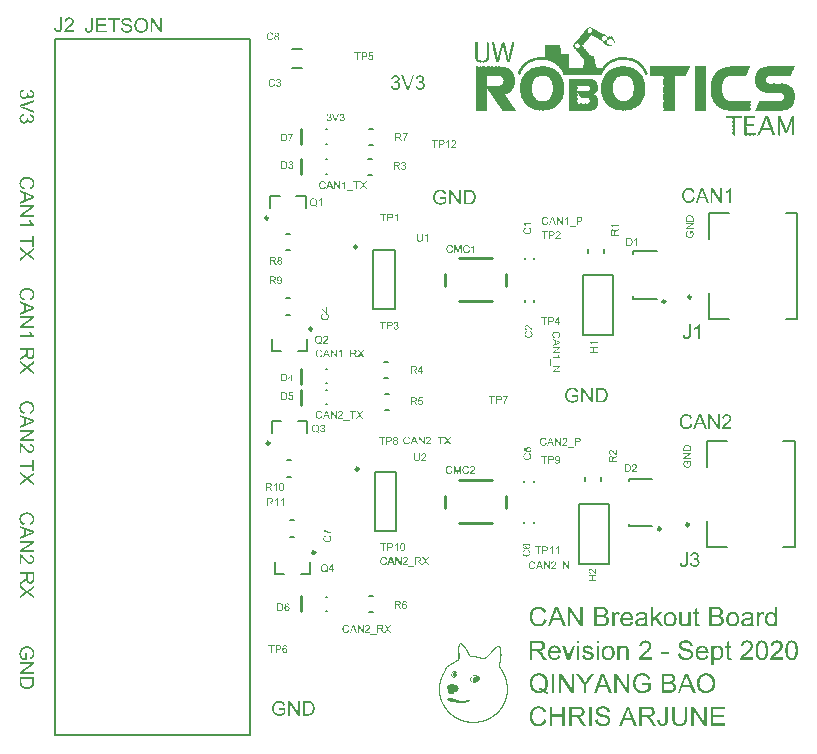
<source format=gto>
G04*
G04 #@! TF.GenerationSoftware,Altium Limited,Altium Designer,19.1.7 (138)*
G04*
G04 Layer_Color=65535*
%FSAX25Y25*%
%MOIN*%
G70*
G01*
G75*
%ADD10C,0.00984*%
%ADD11C,0.00787*%
%ADD12C,0.01000*%
%ADD13C,0.00500*%
G36*
X0195713Y0248717D02*
X0195787D01*
Y0248643D01*
X0196008D01*
Y0248570D01*
X0196082D01*
Y0248496D01*
X0196302D01*
Y0248422D01*
X0196376D01*
Y0248349D01*
X0196450D01*
Y0248275D01*
X0196523D01*
Y0248201D01*
X0196744D01*
Y0248128D01*
X0196818D01*
Y0248054D01*
X0197039D01*
Y0247981D01*
X0197112D01*
Y0247907D01*
X0197333D01*
Y0247833D01*
X0197407D01*
Y0247760D01*
X0197628D01*
Y0247686D01*
X0197701D01*
Y0247613D01*
X0197922D01*
Y0247539D01*
X0197996D01*
Y0247465D01*
X0198070D01*
Y0247392D01*
X0198143D01*
Y0247318D01*
X0198217D01*
Y0247392D01*
X0198290D01*
Y0247318D01*
X0198364D01*
Y0247244D01*
X0198438D01*
Y0247171D01*
X0198658D01*
Y0247097D01*
X0198732D01*
Y0247024D01*
X0198953D01*
Y0246950D01*
X0199027D01*
Y0246876D01*
X0199248D01*
Y0246803D01*
X0199321D01*
Y0246729D01*
X0199542D01*
Y0246655D01*
X0199616D01*
Y0246582D01*
X0199763D01*
Y0246508D01*
Y0246434D01*
X0199836D01*
Y0246508D01*
X0199910D01*
Y0246434D01*
X0199984D01*
Y0246361D01*
X0200057D01*
Y0246434D01*
X0200131D01*
Y0246361D01*
X0200205D01*
Y0246287D01*
X0200278D01*
Y0246214D01*
X0200352D01*
Y0246140D01*
X0200573D01*
Y0246066D01*
X0200646D01*
Y0245993D01*
X0200867D01*
Y0245919D01*
X0200941D01*
Y0245846D01*
X0201162D01*
Y0245772D01*
X0201088D01*
Y0245698D01*
X0201162D01*
Y0245625D01*
X0201235D01*
Y0245698D01*
X0201751D01*
Y0245772D01*
X0201824D01*
Y0245698D01*
X0201898D01*
Y0245772D01*
X0201972D01*
Y0245698D01*
X0202045D01*
Y0245772D01*
X0202119D01*
Y0245698D01*
X0202192D01*
Y0245772D01*
X0202266D01*
Y0245698D01*
X0202340D01*
Y0245772D01*
X0202413D01*
Y0245846D01*
X0202487D01*
Y0245772D01*
X0202560D01*
Y0245846D01*
X0202634D01*
Y0245772D01*
X0202708D01*
Y0245698D01*
X0202781D01*
Y0245625D01*
X0202855D01*
Y0245551D01*
Y0245477D01*
Y0245404D01*
X0202929D01*
Y0245330D01*
Y0245257D01*
Y0245183D01*
X0203002D01*
Y0245109D01*
X0203076D01*
Y0245036D01*
X0203002D01*
Y0244962D01*
X0203076D01*
Y0244888D01*
X0203150D01*
Y0244815D01*
X0203223D01*
Y0244741D01*
X0203150D01*
Y0244668D01*
X0203223D01*
Y0244594D01*
X0203297D01*
Y0244520D01*
Y0244447D01*
Y0244373D01*
X0203370D01*
Y0244299D01*
X0203444D01*
Y0244226D01*
X0203370D01*
Y0244152D01*
X0203444D01*
Y0244079D01*
X0203518D01*
Y0244005D01*
X0203444D01*
Y0243931D01*
X0203518D01*
Y0243858D01*
X0203591D01*
Y0243784D01*
X0203665D01*
Y0243710D01*
X0203591D01*
Y0243637D01*
X0203665D01*
Y0243563D01*
X0203591D01*
Y0243637D01*
X0203518D01*
Y0243710D01*
X0203444D01*
Y0243784D01*
Y0243858D01*
X0203297D01*
Y0243931D01*
Y0244005D01*
X0203223D01*
Y0244079D01*
Y0244152D01*
X0203150D01*
Y0244226D01*
X0203076D01*
Y0244299D01*
X0203002D01*
Y0244373D01*
X0202929D01*
Y0244447D01*
X0202855D01*
Y0244520D01*
X0202781D01*
Y0244594D01*
X0202708D01*
Y0244668D01*
X0202634D01*
Y0244741D01*
X0202560D01*
Y0244815D01*
X0202634D01*
Y0244888D01*
X0202413D01*
Y0244962D01*
X0202487D01*
Y0245036D01*
X0202119D01*
Y0244962D01*
X0202045D01*
Y0244888D01*
X0201824D01*
Y0244815D01*
X0201751D01*
Y0244888D01*
X0201677D01*
Y0244815D01*
X0201603D01*
Y0244741D01*
X0201382D01*
Y0244668D01*
X0201309D01*
Y0244594D01*
X0201088D01*
Y0244520D01*
Y0244447D01*
Y0244373D01*
Y0244299D01*
Y0244226D01*
X0201014D01*
Y0244152D01*
Y0244079D01*
Y0244005D01*
Y0243931D01*
Y0243858D01*
X0200941D01*
Y0243784D01*
X0201014D01*
Y0243710D01*
X0200941D01*
Y0243637D01*
X0201014D01*
Y0243563D01*
X0200941D01*
Y0243490D01*
X0201014D01*
Y0243416D01*
X0200941D01*
Y0243342D01*
Y0243269D01*
Y0243195D01*
X0201309D01*
Y0243121D01*
X0201530D01*
Y0243048D01*
X0201751D01*
Y0242974D01*
X0201824D01*
Y0243048D01*
X0201898D01*
Y0242974D01*
X0201972D01*
Y0242901D01*
X0202045D01*
Y0242974D01*
X0202119D01*
Y0242901D01*
X0202340D01*
Y0242827D01*
X0202413D01*
Y0242901D01*
X0202487D01*
Y0242827D01*
X0202560D01*
Y0242753D01*
X0202781D01*
Y0242680D01*
X0201235D01*
Y0242753D01*
X0201162D01*
Y0242680D01*
X0201088D01*
Y0242753D01*
X0201014D01*
Y0242680D01*
X0200941D01*
Y0242753D01*
X0200867D01*
Y0242680D01*
X0200794D01*
Y0242753D01*
X0200720D01*
Y0242680D01*
X0200646D01*
Y0242753D01*
X0200573D01*
Y0242680D01*
X0200499D01*
Y0242753D01*
X0200425D01*
Y0242680D01*
X0200352D01*
Y0242753D01*
X0200278D01*
Y0242827D01*
X0200205D01*
Y0242901D01*
Y0242974D01*
X0200131D01*
Y0243048D01*
Y0243121D01*
X0200057D01*
Y0243195D01*
X0200131D01*
Y0243269D01*
X0200057D01*
Y0243342D01*
X0199984D01*
Y0243416D01*
X0199910D01*
Y0243490D01*
X0199984D01*
Y0243563D01*
X0199910D01*
Y0243637D01*
X0199836D01*
Y0243710D01*
X0199763D01*
Y0243784D01*
X0199836D01*
Y0243858D01*
X0199763D01*
Y0243931D01*
Y0244005D01*
X0199689D01*
Y0244079D01*
Y0244152D01*
X0199468D01*
Y0244226D01*
X0199395D01*
Y0244299D01*
X0199174D01*
Y0244373D01*
X0199100D01*
Y0244447D01*
X0198879D01*
Y0244520D01*
X0198806D01*
Y0244594D01*
X0198585D01*
Y0244668D01*
X0198511D01*
Y0244741D01*
X0198438D01*
Y0244815D01*
X0198290D01*
Y0244888D01*
X0198143D01*
Y0244962D01*
X0198070D01*
Y0245036D01*
X0197849D01*
Y0245109D01*
X0197775D01*
Y0245183D01*
X0197554D01*
Y0245257D01*
X0197480D01*
Y0245330D01*
X0197260D01*
Y0245404D01*
X0197186D01*
Y0245477D01*
X0197112D01*
Y0245551D01*
X0197039D01*
Y0245625D01*
X0196818D01*
Y0245698D01*
X0196744D01*
Y0245772D01*
X0196523D01*
Y0245846D01*
X0196450D01*
Y0245919D01*
X0196229D01*
Y0245993D01*
X0196155D01*
Y0246066D01*
X0195934D01*
Y0246140D01*
X0195861D01*
Y0246214D01*
X0195640D01*
Y0246140D01*
X0195713D01*
Y0246066D01*
X0195566D01*
Y0245993D01*
Y0245919D01*
X0195493D01*
Y0245846D01*
X0195419D01*
Y0245772D01*
X0195345D01*
Y0245698D01*
X0195272D01*
Y0245625D01*
X0195198D01*
Y0245551D01*
Y0245477D01*
X0195124D01*
Y0245404D01*
X0195051D01*
Y0245330D01*
X0194977D01*
Y0245257D01*
Y0245183D01*
X0194904D01*
Y0245109D01*
X0194830D01*
Y0245036D01*
X0194756D01*
Y0244962D01*
X0194683D01*
Y0244888D01*
X0194609D01*
Y0244815D01*
X0194536D01*
Y0244741D01*
X0194462D01*
Y0244668D01*
X0194388D01*
Y0244594D01*
X0194315D01*
Y0244520D01*
X0194241D01*
Y0244447D01*
X0194167D01*
Y0244373D01*
X0194094D01*
Y0244299D01*
X0194020D01*
Y0244226D01*
Y0244152D01*
X0193873D01*
Y0244079D01*
X0193947D01*
Y0244005D01*
X0193726D01*
Y0243931D01*
X0193799D01*
Y0243858D01*
X0193652D01*
Y0243784D01*
Y0243710D01*
X0193578D01*
Y0243637D01*
X0193505D01*
Y0243563D01*
X0193431D01*
Y0243490D01*
X0193358D01*
Y0243416D01*
X0193284D01*
Y0243342D01*
Y0243269D01*
X0193210D01*
Y0243195D01*
Y0243121D01*
X0193137D01*
Y0243048D01*
X0193063D01*
Y0242974D01*
X0192989D01*
Y0242901D01*
X0192916D01*
Y0242827D01*
X0192842D01*
Y0242753D01*
X0192769D01*
Y0242680D01*
X0192695D01*
Y0242606D01*
X0192769D01*
Y0242532D01*
X0192842D01*
Y0242459D01*
X0192916D01*
Y0242385D01*
X0192989D01*
Y0242312D01*
X0193063D01*
Y0242238D01*
X0193137D01*
Y0242164D01*
X0193210D01*
Y0242091D01*
Y0242017D01*
X0193358D01*
Y0241944D01*
X0193284D01*
Y0241870D01*
X0193358D01*
Y0241796D01*
X0193431D01*
Y0241723D01*
X0193505D01*
Y0241649D01*
X0193578D01*
Y0241575D01*
X0193652D01*
Y0241502D01*
X0193726D01*
Y0241428D01*
X0193799D01*
Y0241354D01*
X0193873D01*
Y0241281D01*
X0193947D01*
Y0241207D01*
X0193873D01*
Y0241134D01*
X0194020D01*
Y0241060D01*
Y0240986D01*
X0194094D01*
Y0240913D01*
X0194167D01*
Y0240839D01*
X0194241D01*
Y0240766D01*
X0194315D01*
Y0240692D01*
X0194388D01*
Y0240618D01*
X0194462D01*
Y0240545D01*
X0194536D01*
Y0240471D01*
Y0240397D01*
X0194683D01*
Y0240324D01*
X0194609D01*
Y0240250D01*
X0194683D01*
Y0240177D01*
X0194756D01*
Y0240103D01*
X0194830D01*
Y0240029D01*
X0194904D01*
Y0239956D01*
X0194977D01*
Y0239882D01*
X0195051D01*
Y0239808D01*
X0195124D01*
Y0239735D01*
X0195051D01*
Y0239661D01*
X0195272D01*
Y0239587D01*
Y0239514D01*
X0195345D01*
Y0239440D01*
Y0239367D01*
X0195419D01*
Y0239440D01*
X0195493D01*
Y0239367D01*
X0195566D01*
Y0239440D01*
X0195640D01*
Y0239367D01*
X0195713D01*
Y0239440D01*
X0195787D01*
Y0239367D01*
X0195861D01*
Y0239440D01*
X0195934D01*
Y0239367D01*
X0196008D01*
Y0239440D01*
X0196082D01*
Y0239367D01*
X0196155D01*
Y0239440D01*
X0196229D01*
Y0239367D01*
X0196302D01*
Y0239440D01*
X0196376D01*
Y0239367D01*
X0196450D01*
Y0239293D01*
X0196523D01*
Y0239219D01*
Y0239146D01*
Y0239072D01*
X0196597D01*
Y0238999D01*
Y0238925D01*
Y0238851D01*
Y0238778D01*
X0196671D01*
Y0238704D01*
Y0238630D01*
X0196744D01*
Y0238557D01*
X0196671D01*
Y0238483D01*
X0196744D01*
Y0238409D01*
X0196671D01*
Y0238336D01*
X0196744D01*
Y0238262D01*
X0196818D01*
Y0238189D01*
Y0238115D01*
Y0238041D01*
X0196891D01*
Y0237968D01*
X0196818D01*
Y0237894D01*
X0196891D01*
Y0237821D01*
Y0237747D01*
Y0237673D01*
X0196965D01*
Y0237600D01*
Y0237526D01*
Y0237452D01*
X0197039D01*
Y0237379D01*
X0196965D01*
Y0237305D01*
X0197039D01*
Y0237231D01*
Y0237158D01*
Y0237084D01*
X0197112D01*
Y0237011D01*
X0197186D01*
Y0236937D01*
X0197112D01*
Y0236863D01*
X0197186D01*
Y0236790D01*
X0197112D01*
Y0236716D01*
X0197186D01*
Y0236643D01*
Y0236569D01*
Y0236495D01*
X0197260D01*
Y0236422D01*
Y0236348D01*
Y0236274D01*
X0197333D01*
Y0236201D01*
X0197260D01*
Y0236127D01*
X0197333D01*
Y0236053D01*
Y0235980D01*
Y0235906D01*
X0197407D01*
Y0235833D01*
X0197480D01*
Y0235759D01*
X0197407D01*
Y0235685D01*
X0197480D01*
Y0235612D01*
X0197407D01*
Y0235538D01*
X0197480D01*
Y0235465D01*
X0197554D01*
Y0235391D01*
X0197480D01*
Y0235317D01*
X0197554D01*
Y0235244D01*
X0197628D01*
Y0235170D01*
X0197701D01*
Y0235244D01*
X0197775D01*
Y0235170D01*
X0197849D01*
Y0235244D01*
X0197922D01*
Y0235170D01*
X0197996D01*
Y0235244D01*
X0198070D01*
Y0235170D01*
X0198143D01*
Y0235244D01*
X0198217D01*
Y0235170D01*
X0198290D01*
Y0235244D01*
X0198364D01*
Y0235170D01*
X0198438D01*
Y0235244D01*
X0198511D01*
Y0235170D01*
X0198585D01*
Y0235244D01*
X0198658D01*
Y0235170D01*
X0198732D01*
Y0235244D01*
X0198806D01*
Y0235170D01*
X0198879D01*
Y0235244D01*
X0198953D01*
Y0235170D01*
X0199174D01*
Y0235244D01*
X0199248D01*
Y0235170D01*
X0199321D01*
Y0235244D01*
X0199395D01*
Y0235317D01*
X0199468D01*
Y0235391D01*
X0199542D01*
Y0235465D01*
X0199468D01*
Y0235538D01*
X0199616D01*
Y0235612D01*
Y0235685D01*
X0199689D01*
Y0235759D01*
X0199763D01*
Y0235833D01*
X0199836D01*
Y0235906D01*
X0199910D01*
Y0235980D01*
X0199984D01*
Y0236053D01*
X0200057D01*
Y0236127D01*
X0200131D01*
Y0236201D01*
X0200205D01*
Y0236274D01*
X0200278D01*
Y0236348D01*
Y0236422D01*
X0200425D01*
Y0236495D01*
Y0236569D01*
X0200573D01*
Y0236643D01*
Y0236716D01*
X0200720D01*
Y0236790D01*
X0200794D01*
Y0236863D01*
X0200867D01*
Y0236937D01*
X0200941D01*
Y0237011D01*
X0201014D01*
Y0237084D01*
X0201088D01*
Y0237158D01*
X0201162D01*
Y0237231D01*
X0201235D01*
Y0237305D01*
X0201456D01*
Y0237379D01*
X0201530D01*
Y0237452D01*
X0201603D01*
Y0237526D01*
X0201677D01*
Y0237600D01*
X0201898D01*
Y0237673D01*
X0201972D01*
Y0237747D01*
X0202192D01*
Y0237821D01*
X0202266D01*
Y0237894D01*
X0202487D01*
Y0237968D01*
X0202560D01*
Y0238041D01*
X0202781D01*
Y0238115D01*
X0202855D01*
Y0238189D01*
X0203076D01*
Y0238262D01*
X0203150D01*
Y0238336D01*
X0203223D01*
Y0238262D01*
X0203297D01*
Y0238336D01*
X0203370D01*
Y0238409D01*
X0203444D01*
Y0238336D01*
X0203518D01*
Y0238409D01*
X0203591D01*
Y0238483D01*
X0203665D01*
Y0238409D01*
X0203738D01*
Y0238483D01*
X0203959D01*
Y0238557D01*
X0204033D01*
Y0238483D01*
X0204107D01*
Y0238557D01*
X0204180D01*
Y0238630D01*
X0204254D01*
Y0238557D01*
X0204328D01*
Y0238630D01*
X0204548D01*
Y0238704D01*
X0204622D01*
Y0238630D01*
X0204696D01*
Y0238704D01*
X0204769D01*
Y0238778D01*
X0204843D01*
Y0238704D01*
X0204917D01*
Y0238778D01*
X0204990D01*
Y0238704D01*
X0205064D01*
Y0238778D01*
X0205874D01*
Y0238851D01*
X0205947D01*
Y0238778D01*
X0206168D01*
Y0238851D01*
X0206242D01*
Y0238778D01*
X0206315D01*
Y0238851D01*
X0206389D01*
Y0238778D01*
X0206463D01*
Y0238851D01*
X0206536D01*
Y0238778D01*
X0206610D01*
Y0238851D01*
X0206683D01*
Y0238778D01*
X0206757D01*
Y0238851D01*
X0206831D01*
Y0238778D01*
X0207052D01*
Y0238851D01*
X0207125D01*
Y0238778D01*
X0207788D01*
Y0238704D01*
X0207861D01*
Y0238778D01*
X0207935D01*
Y0238704D01*
X0208009D01*
Y0238778D01*
X0208082D01*
Y0238704D01*
X0208156D01*
Y0238630D01*
X0208230D01*
Y0238704D01*
X0208303D01*
Y0238630D01*
X0208671D01*
Y0238557D01*
X0208745D01*
Y0238483D01*
X0208819D01*
Y0238557D01*
X0208892D01*
Y0238483D01*
X0209113D01*
Y0238409D01*
X0209187D01*
Y0238483D01*
X0209260D01*
Y0238409D01*
X0209334D01*
Y0238336D01*
X0209408D01*
Y0238409D01*
X0209481D01*
Y0238336D01*
X0209702D01*
Y0238262D01*
X0209776D01*
Y0238189D01*
X0209997D01*
Y0238115D01*
X0210070D01*
Y0238189D01*
X0210144D01*
Y0238115D01*
X0210217D01*
Y0238041D01*
X0210438D01*
Y0237968D01*
X0210512D01*
Y0237894D01*
X0210733D01*
Y0237821D01*
X0210806D01*
Y0237747D01*
X0210954D01*
Y0237673D01*
Y0237600D01*
X0211027D01*
Y0237673D01*
X0211101D01*
Y0237600D01*
X0211175D01*
Y0237526D01*
X0211248D01*
Y0237452D01*
X0211469D01*
Y0237379D01*
X0211543D01*
Y0237305D01*
X0211616D01*
Y0237231D01*
X0211690D01*
Y0237158D01*
X0211837D01*
Y0237084D01*
Y0237011D01*
X0212058D01*
Y0236937D01*
X0212132D01*
Y0236863D01*
X0212205D01*
Y0236790D01*
X0212279D01*
Y0236716D01*
X0212353D01*
Y0236643D01*
X0212426D01*
Y0236569D01*
X0212500D01*
Y0236495D01*
X0212574D01*
Y0236422D01*
X0212647D01*
Y0236348D01*
X0212721D01*
Y0236274D01*
X0212794D01*
Y0236201D01*
X0212868D01*
Y0236127D01*
X0212942D01*
Y0236053D01*
X0213015D01*
Y0235980D01*
X0213089D01*
Y0235906D01*
Y0235833D01*
X0213236D01*
Y0235759D01*
Y0235685D01*
X0213310D01*
Y0235612D01*
Y0235538D01*
X0213383D01*
Y0235465D01*
X0213457D01*
Y0235391D01*
X0213531D01*
Y0235317D01*
X0213604D01*
Y0235244D01*
X0213678D01*
Y0235170D01*
Y0235096D01*
Y0235023D01*
X0213751D01*
Y0234949D01*
X0213825D01*
Y0234875D01*
X0213899D01*
Y0234802D01*
Y0234728D01*
Y0234655D01*
X0213972D01*
Y0234581D01*
X0214046D01*
Y0234507D01*
X0214120D01*
Y0234434D01*
X0214046D01*
Y0234360D01*
X0214120D01*
Y0234286D01*
X0214193D01*
Y0234213D01*
X0214267D01*
Y0234139D01*
X0214193D01*
Y0234066D01*
X0214267D01*
Y0233992D01*
X0214340D01*
Y0233918D01*
X0214414D01*
Y0233845D01*
X0214340D01*
Y0233771D01*
X0214414D01*
Y0233698D01*
X0214488D01*
Y0233624D01*
Y0233550D01*
Y0233477D01*
X0214561D01*
Y0233403D01*
Y0233329D01*
Y0233256D01*
X0214635D01*
Y0233182D01*
X0214561D01*
Y0233108D01*
X0214340D01*
Y0233035D01*
X0214120D01*
Y0232961D01*
X0214046D01*
Y0233035D01*
X0213972D01*
Y0232961D01*
X0213751D01*
Y0233035D01*
Y0233108D01*
Y0233182D01*
X0213678D01*
Y0233256D01*
X0213604D01*
Y0233329D01*
X0213678D01*
Y0233403D01*
X0213604D01*
Y0233477D01*
X0213531D01*
Y0233550D01*
X0213457D01*
Y0233624D01*
X0213531D01*
Y0233698D01*
X0213457D01*
Y0233771D01*
Y0233845D01*
X0213383D01*
Y0233918D01*
Y0233992D01*
X0213310D01*
Y0234066D01*
X0213236D01*
Y0234139D01*
X0213162D01*
Y0234213D01*
X0213236D01*
Y0234286D01*
X0213162D01*
Y0234360D01*
X0213089D01*
Y0234434D01*
X0213015D01*
Y0234507D01*
Y0234581D01*
X0212942D01*
Y0234655D01*
Y0234728D01*
X0212868D01*
Y0234802D01*
X0212794D01*
Y0234875D01*
X0212721D01*
Y0234949D01*
X0212647D01*
Y0235023D01*
X0212574D01*
Y0235096D01*
X0212647D01*
Y0235170D01*
X0212500D01*
Y0235244D01*
Y0235317D01*
X0212426D01*
Y0235391D01*
X0212353D01*
Y0235465D01*
X0212279D01*
Y0235538D01*
X0212205D01*
Y0235612D01*
X0212132D01*
Y0235685D01*
X0212058D01*
Y0235759D01*
X0211984D01*
Y0235833D01*
X0211911D01*
Y0235906D01*
X0211837D01*
Y0235980D01*
X0211764D01*
Y0236053D01*
X0211690D01*
Y0236127D01*
X0211616D01*
Y0236201D01*
X0211543D01*
Y0236274D01*
X0211469D01*
Y0236348D01*
X0211248D01*
Y0236422D01*
X0211175D01*
Y0236495D01*
X0211101D01*
Y0236569D01*
X0211027D01*
Y0236643D01*
X0210954D01*
Y0236716D01*
X0210880D01*
Y0236790D01*
X0210659D01*
Y0236863D01*
X0210586D01*
Y0236937D01*
X0210365D01*
Y0237011D01*
X0210291D01*
Y0237084D01*
X0210217D01*
Y0237158D01*
X0209997D01*
Y0237231D01*
X0209776D01*
Y0237305D01*
X0209702D01*
Y0237379D01*
X0209481D01*
Y0237452D01*
X0209408D01*
Y0237526D01*
X0209334D01*
Y0237452D01*
X0209260D01*
Y0237526D01*
X0209039D01*
Y0237600D01*
X0208966D01*
Y0237673D01*
X0208892D01*
Y0237600D01*
X0208966D01*
Y0237526D01*
X0208892D01*
Y0237600D01*
X0208819D01*
Y0237673D01*
X0208598D01*
Y0237747D01*
X0208524D01*
Y0237673D01*
X0208451D01*
Y0237747D01*
X0208230D01*
Y0237821D01*
X0208156D01*
Y0237747D01*
X0208082D01*
Y0237821D01*
X0207714D01*
Y0237894D01*
X0207641D01*
Y0237821D01*
X0207567D01*
Y0237894D01*
X0207493D01*
Y0237821D01*
X0207420D01*
Y0237894D01*
X0207346D01*
Y0237968D01*
X0207273D01*
Y0237894D01*
X0207199D01*
Y0237968D01*
X0207125D01*
Y0237894D01*
X0207052D01*
Y0237968D01*
X0206978D01*
Y0237894D01*
X0206904D01*
Y0237968D01*
X0206831D01*
Y0237894D01*
X0206757D01*
Y0237968D01*
X0206683D01*
Y0237894D01*
X0206610D01*
Y0237968D01*
X0206536D01*
Y0237894D01*
X0206463D01*
Y0237968D01*
X0206242D01*
Y0237894D01*
X0206168D01*
Y0237968D01*
X0206095D01*
Y0237894D01*
X0206021D01*
Y0237968D01*
X0205947D01*
Y0237894D01*
X0205874D01*
Y0237968D01*
X0205800D01*
Y0237894D01*
X0205726D01*
Y0237968D01*
X0205653D01*
Y0237894D01*
X0205432D01*
Y0237821D01*
X0205358D01*
Y0237894D01*
X0205285D01*
Y0237821D01*
X0204622D01*
Y0237747D01*
X0204401D01*
Y0237673D01*
X0204328D01*
Y0237747D01*
X0204254D01*
Y0237673D01*
X0204033D01*
Y0237600D01*
X0203959D01*
Y0237526D01*
X0203886D01*
Y0237600D01*
X0203812D01*
Y0237526D01*
X0203591D01*
Y0237452D01*
X0203518D01*
Y0237379D01*
X0203444D01*
Y0237452D01*
X0203370D01*
Y0237379D01*
X0203150D01*
Y0237305D01*
X0203076D01*
Y0237231D01*
X0202855D01*
Y0237158D01*
X0202781D01*
Y0237084D01*
X0202560D01*
Y0237011D01*
X0202487D01*
Y0236937D01*
X0202266D01*
Y0236863D01*
X0202192D01*
Y0236790D01*
X0202119D01*
Y0236716D01*
X0202045D01*
Y0236643D01*
X0201824D01*
Y0236569D01*
Y0236495D01*
X0201677D01*
Y0236422D01*
X0201603D01*
Y0236348D01*
X0201530D01*
Y0236274D01*
X0201456D01*
Y0236201D01*
X0201235D01*
Y0236127D01*
X0201309D01*
Y0236053D01*
X0201088D01*
Y0235980D01*
X0201162D01*
Y0235906D01*
X0200941D01*
Y0235833D01*
X0201014D01*
Y0235759D01*
X0200794D01*
Y0235685D01*
X0200867D01*
Y0235612D01*
X0200646D01*
Y0235538D01*
X0200720D01*
Y0235465D01*
X0200646D01*
Y0235391D01*
X0200573D01*
Y0235317D01*
X0200499D01*
Y0235244D01*
X0200425D01*
Y0235170D01*
X0200352D01*
Y0235096D01*
X0200278D01*
Y0235023D01*
X0200205D01*
Y0234949D01*
Y0234875D01*
Y0234802D01*
X0200131D01*
Y0234728D01*
X0200057D01*
Y0234655D01*
X0199984D01*
Y0234581D01*
X0199910D01*
Y0234507D01*
Y0234434D01*
X0199836D01*
Y0234360D01*
Y0234286D01*
X0199763D01*
Y0234213D01*
Y0234139D01*
X0199689D01*
Y0234066D01*
Y0233992D01*
X0199616D01*
Y0233918D01*
X0199542D01*
Y0233845D01*
X0199468D01*
Y0233771D01*
X0199542D01*
Y0233698D01*
X0199468D01*
Y0233624D01*
Y0233550D01*
X0199395D01*
Y0233477D01*
Y0233403D01*
X0199321D01*
Y0233329D01*
Y0233256D01*
Y0233182D01*
X0199248D01*
Y0233108D01*
Y0233035D01*
Y0232961D01*
X0199174D01*
Y0232888D01*
X0199100D01*
Y0232961D01*
X0199027D01*
Y0232888D01*
X0198953D01*
Y0232961D01*
X0198879D01*
Y0232888D01*
X0198806D01*
Y0232961D01*
X0198732D01*
Y0232888D01*
X0198658D01*
Y0232961D01*
X0198585D01*
Y0232888D01*
X0198511D01*
Y0232961D01*
X0198438D01*
Y0232888D01*
X0198364D01*
Y0232961D01*
X0198290D01*
Y0232888D01*
X0198217D01*
Y0232961D01*
X0198143D01*
Y0232888D01*
X0198070D01*
Y0232961D01*
X0197996D01*
Y0232888D01*
X0197922D01*
Y0232961D01*
X0197849D01*
Y0232888D01*
X0197775D01*
Y0232961D01*
X0197701D01*
Y0232888D01*
X0197628D01*
Y0232961D01*
X0197554D01*
Y0232888D01*
X0197480D01*
Y0232961D01*
X0197407D01*
Y0232888D01*
X0197333D01*
Y0232961D01*
X0197260D01*
Y0232888D01*
X0197186D01*
Y0232961D01*
X0197112D01*
Y0232888D01*
X0197039D01*
Y0232961D01*
X0196965D01*
Y0232888D01*
X0196891D01*
Y0232961D01*
X0196818D01*
Y0232888D01*
X0196744D01*
Y0232961D01*
X0196671D01*
Y0232888D01*
X0196597D01*
Y0232961D01*
X0196523D01*
Y0232888D01*
X0196450D01*
Y0232961D01*
X0196376D01*
Y0232888D01*
X0196302D01*
Y0232961D01*
X0196229D01*
Y0232888D01*
X0196155D01*
Y0232961D01*
X0196082D01*
Y0232888D01*
X0196008D01*
Y0232961D01*
X0195934D01*
Y0232888D01*
X0195861D01*
Y0232961D01*
X0195787D01*
Y0232888D01*
X0195713D01*
Y0232961D01*
X0195640D01*
Y0232888D01*
X0195566D01*
Y0232961D01*
X0195493D01*
Y0232888D01*
X0195419D01*
Y0232961D01*
X0195345D01*
Y0232888D01*
X0195272D01*
Y0232961D01*
X0195198D01*
Y0232888D01*
X0195124D01*
Y0232961D01*
X0195051D01*
Y0232888D01*
X0194977D01*
Y0232961D01*
X0194904D01*
Y0232888D01*
X0194830D01*
Y0232961D01*
X0194756D01*
Y0232888D01*
X0194683D01*
Y0232961D01*
X0194609D01*
Y0232888D01*
X0194536D01*
Y0232961D01*
X0194462D01*
Y0232888D01*
X0194388D01*
Y0232961D01*
X0194315D01*
Y0232888D01*
X0194241D01*
Y0232961D01*
X0194167D01*
Y0232888D01*
X0194094D01*
Y0232961D01*
X0194020D01*
Y0232888D01*
X0193947D01*
Y0232961D01*
X0193873D01*
Y0232888D01*
X0193799D01*
Y0232961D01*
X0193726D01*
Y0232888D01*
X0193652D01*
Y0232961D01*
X0193578D01*
Y0232888D01*
X0193505D01*
Y0232961D01*
X0193431D01*
Y0232888D01*
X0193358D01*
Y0232961D01*
X0193284D01*
Y0232888D01*
X0193210D01*
Y0232961D01*
X0192989D01*
Y0232888D01*
X0192916D01*
Y0232961D01*
X0192842D01*
Y0232888D01*
X0192769D01*
Y0232961D01*
X0192695D01*
Y0232888D01*
X0192621D01*
Y0232961D01*
X0192400D01*
Y0232888D01*
X0192327D01*
Y0232961D01*
X0192253D01*
Y0232888D01*
X0192180D01*
Y0232961D01*
X0192106D01*
Y0232888D01*
X0192032D01*
Y0232961D01*
X0191811D01*
Y0232888D01*
X0191738D01*
Y0232961D01*
X0191222D01*
Y0232888D01*
X0191149D01*
Y0232961D01*
X0190633D01*
Y0232888D01*
X0190560D01*
Y0232961D01*
X0186510D01*
Y0233035D01*
X0186437D01*
Y0233108D01*
Y0233182D01*
Y0233256D01*
X0186363D01*
Y0233329D01*
X0186437D01*
Y0233403D01*
X0186363D01*
Y0233477D01*
X0186290D01*
Y0233550D01*
X0186216D01*
Y0233624D01*
X0186290D01*
Y0233698D01*
X0186216D01*
Y0233771D01*
X0186142D01*
Y0233845D01*
X0186069D01*
Y0233918D01*
X0186142D01*
Y0233992D01*
X0186069D01*
Y0234066D01*
X0185995D01*
Y0234139D01*
X0185922D01*
Y0234213D01*
Y0234286D01*
Y0234360D01*
X0185848D01*
Y0234434D01*
X0185774D01*
Y0234507D01*
X0185701D01*
Y0234581D01*
X0185627D01*
Y0234655D01*
X0185701D01*
Y0234728D01*
X0185627D01*
Y0234802D01*
X0185553D01*
Y0234875D01*
X0185480D01*
Y0234949D01*
X0185406D01*
Y0235023D01*
X0185332D01*
Y0235096D01*
Y0235170D01*
X0185259D01*
Y0235244D01*
Y0235317D01*
X0185185D01*
Y0235391D01*
X0185112D01*
Y0235465D01*
X0185038D01*
Y0235538D01*
X0184964D01*
Y0235612D01*
X0184891D01*
Y0235685D01*
X0184817D01*
Y0235759D01*
X0184743D01*
Y0235833D01*
X0184670D01*
Y0235906D01*
X0184596D01*
Y0235980D01*
X0184523D01*
Y0236053D01*
X0184449D01*
Y0236127D01*
X0184375D01*
Y0236201D01*
X0184302D01*
Y0236274D01*
X0184228D01*
Y0236348D01*
X0184081D01*
Y0236422D01*
X0184007D01*
Y0236495D01*
X0183860D01*
Y0236569D01*
X0183786D01*
Y0236643D01*
X0183713D01*
Y0236716D01*
X0183639D01*
Y0236790D01*
X0183418D01*
Y0236863D01*
X0183345D01*
Y0236937D01*
X0183271D01*
Y0237011D01*
X0183050D01*
Y0237084D01*
X0182976D01*
Y0237158D01*
X0182903D01*
Y0237231D01*
X0182829D01*
Y0237158D01*
X0182903D01*
Y0237084D01*
X0182829D01*
Y0237158D01*
X0182756D01*
Y0237231D01*
X0182682D01*
Y0237305D01*
X0182461D01*
Y0237379D01*
X0182240D01*
Y0237452D01*
X0182167D01*
Y0237526D01*
X0181799D01*
Y0237600D01*
X0181725D01*
Y0237673D01*
X0181651D01*
Y0237600D01*
X0181578D01*
Y0237673D01*
X0181357D01*
Y0237747D01*
X0181136D01*
Y0237821D01*
X0181062D01*
Y0237747D01*
X0180989D01*
Y0237821D01*
X0180621D01*
Y0237894D01*
X0180547D01*
Y0237821D01*
X0180473D01*
Y0237894D01*
X0180400D01*
Y0237968D01*
X0180326D01*
Y0237894D01*
X0180400D01*
Y0237821D01*
X0180326D01*
Y0237894D01*
X0180252D01*
Y0237968D01*
X0180179D01*
Y0237894D01*
X0180105D01*
Y0237968D01*
X0180032D01*
Y0237894D01*
X0179958D01*
Y0237968D01*
X0178559D01*
Y0237894D01*
X0178485D01*
Y0237968D01*
X0178412D01*
Y0237894D01*
X0178338D01*
Y0237968D01*
X0178264D01*
Y0237894D01*
X0178191D01*
Y0237968D01*
X0178117D01*
Y0237894D01*
X0178044D01*
Y0237968D01*
X0177970D01*
Y0237894D01*
X0178044D01*
Y0237821D01*
X0177970D01*
Y0237894D01*
X0177896D01*
Y0237821D01*
X0177823D01*
Y0237894D01*
X0177749D01*
Y0237821D01*
X0177234D01*
Y0237747D01*
X0177013D01*
Y0237673D01*
X0176792D01*
Y0237600D01*
X0176718D01*
Y0237673D01*
X0176645D01*
Y0237600D01*
X0176571D01*
Y0237526D01*
X0176497D01*
Y0237600D01*
X0176424D01*
Y0237526D01*
X0176350D01*
Y0237452D01*
X0176277D01*
Y0237526D01*
X0176203D01*
Y0237452D01*
X0176129D01*
Y0237379D01*
X0175909D01*
Y0237305D01*
X0175835D01*
Y0237231D01*
X0175761D01*
Y0237305D01*
X0175688D01*
Y0237231D01*
X0175614D01*
Y0237158D01*
X0175540D01*
Y0237231D01*
X0175467D01*
Y0237158D01*
X0175540D01*
Y0237084D01*
X0175467D01*
Y0237158D01*
X0175393D01*
Y0237084D01*
X0175320D01*
Y0237011D01*
X0175172D01*
Y0236937D01*
X0175025D01*
Y0236863D01*
X0174951D01*
Y0236790D01*
X0174731D01*
Y0236716D01*
X0174657D01*
Y0236643D01*
X0174583D01*
Y0236569D01*
X0174510D01*
Y0236495D01*
X0174436D01*
Y0236422D01*
X0174362D01*
Y0236348D01*
X0174142D01*
Y0236274D01*
X0174068D01*
Y0236201D01*
X0173994D01*
Y0236127D01*
X0173921D01*
Y0236053D01*
X0173847D01*
Y0235980D01*
X0173773D01*
Y0235906D01*
X0173700D01*
Y0235833D01*
X0173626D01*
Y0235759D01*
X0173553D01*
Y0235685D01*
X0173479D01*
Y0235612D01*
X0173405D01*
Y0235538D01*
Y0235465D01*
X0173258D01*
Y0235391D01*
Y0235317D01*
X0173184D01*
Y0235244D01*
Y0235170D01*
X0173111D01*
Y0235096D01*
X0173037D01*
Y0235023D01*
X0172964D01*
Y0234949D01*
X0172890D01*
Y0234875D01*
X0172816D01*
Y0234802D01*
X0172890D01*
Y0234728D01*
X0172743D01*
Y0234655D01*
Y0234581D01*
X0172669D01*
Y0234507D01*
X0172596D01*
Y0234434D01*
X0172522D01*
Y0234360D01*
X0172596D01*
Y0234286D01*
X0172522D01*
Y0234213D01*
X0172448D01*
Y0234139D01*
X0172375D01*
Y0234066D01*
X0172448D01*
Y0233992D01*
X0172375D01*
Y0233918D01*
X0172301D01*
Y0233845D01*
X0172227D01*
Y0233771D01*
Y0233698D01*
Y0233624D01*
X0172154D01*
Y0233550D01*
X0172080D01*
Y0233477D01*
X0172154D01*
Y0233403D01*
X0172080D01*
Y0233329D01*
X0172006D01*
Y0233256D01*
Y0233182D01*
Y0233108D01*
X0171933D01*
Y0233035D01*
X0172006D01*
Y0232961D01*
X0171786D01*
Y0233035D01*
X0171712D01*
Y0232961D01*
X0171638D01*
Y0233035D01*
X0171565D01*
Y0233108D01*
X0171197D01*
Y0233182D01*
X0171123D01*
Y0233256D01*
X0171049D01*
Y0233329D01*
X0171123D01*
Y0233403D01*
X0171197D01*
Y0233477D01*
X0171270D01*
Y0233550D01*
X0171197D01*
Y0233624D01*
X0171270D01*
Y0233698D01*
X0171197D01*
Y0233771D01*
X0171270D01*
Y0233845D01*
X0171344D01*
Y0233918D01*
X0171417D01*
Y0233992D01*
X0171344D01*
Y0234066D01*
X0171417D01*
Y0234139D01*
X0171491D01*
Y0234213D01*
Y0234286D01*
Y0234360D01*
X0171565D01*
Y0234434D01*
X0171638D01*
Y0234507D01*
X0171712D01*
Y0234581D01*
X0171638D01*
Y0234655D01*
X0171712D01*
Y0234728D01*
X0171786D01*
Y0234802D01*
X0171859D01*
Y0234875D01*
X0171786D01*
Y0234949D01*
X0171933D01*
Y0235023D01*
Y0235096D01*
X0172006D01*
Y0235170D01*
X0172080D01*
Y0235244D01*
X0172154D01*
Y0235317D01*
Y0235391D01*
Y0235465D01*
X0172227D01*
Y0235538D01*
X0172301D01*
Y0235612D01*
X0172375D01*
Y0235685D01*
X0172448D01*
Y0235759D01*
Y0235833D01*
X0172596D01*
Y0235906D01*
X0172522D01*
Y0235980D01*
X0172669D01*
Y0236053D01*
Y0236127D01*
X0172743D01*
Y0236201D01*
X0172816D01*
Y0236274D01*
X0172890D01*
Y0236348D01*
X0172964D01*
Y0236422D01*
X0173037D01*
Y0236495D01*
X0173111D01*
Y0236569D01*
X0173184D01*
Y0236643D01*
X0173258D01*
Y0236716D01*
X0173332D01*
Y0236790D01*
X0173405D01*
Y0236863D01*
X0173553D01*
Y0236937D01*
Y0237011D01*
X0173773D01*
Y0237084D01*
X0173847D01*
Y0237158D01*
X0173921D01*
Y0237231D01*
X0173994D01*
Y0237305D01*
X0174068D01*
Y0237379D01*
X0174142D01*
Y0237305D01*
X0174215D01*
Y0237379D01*
X0174142D01*
Y0237452D01*
X0174362D01*
Y0237526D01*
X0174436D01*
Y0237600D01*
X0174510D01*
Y0237673D01*
X0174583D01*
Y0237747D01*
X0174804D01*
Y0237821D01*
X0174878D01*
Y0237894D01*
X0175099D01*
Y0237968D01*
X0175172D01*
Y0238041D01*
X0175393D01*
Y0238115D01*
X0175467D01*
Y0238189D01*
X0175540D01*
Y0238115D01*
X0175614D01*
Y0238189D01*
X0175688D01*
Y0238262D01*
X0175761D01*
Y0238189D01*
X0175835D01*
Y0238262D01*
X0175909D01*
Y0238336D01*
X0176129D01*
Y0238409D01*
X0176203D01*
Y0238483D01*
X0176277D01*
Y0238409D01*
X0176350D01*
Y0238483D01*
X0176571D01*
Y0238557D01*
X0176645D01*
Y0238483D01*
X0176718D01*
Y0238557D01*
X0176792D01*
Y0238630D01*
X0176866D01*
Y0238557D01*
X0176939D01*
Y0238630D01*
X0177160D01*
Y0238704D01*
X0177234D01*
Y0238630D01*
X0177307D01*
Y0238704D01*
X0177381D01*
Y0238778D01*
X0177455D01*
Y0238704D01*
X0177675D01*
Y0238778D01*
X0178191D01*
Y0238851D01*
X0178264D01*
Y0238778D01*
X0178338D01*
Y0238851D01*
X0178412D01*
Y0238778D01*
X0178485D01*
Y0238851D01*
X0178559D01*
Y0238778D01*
X0178633D01*
Y0238851D01*
X0178853D01*
Y0238778D01*
X0178927D01*
Y0238851D01*
X0179148D01*
Y0238778D01*
X0179222D01*
Y0238851D01*
X0179443D01*
Y0238778D01*
X0179516D01*
Y0238851D01*
X0179737D01*
Y0238778D01*
X0179811D01*
Y0238851D01*
X0179884D01*
Y0238778D01*
X0179958D01*
Y0238851D01*
X0180032D01*
Y0238778D01*
X0180252D01*
Y0238851D01*
Y0238925D01*
Y0238999D01*
X0180326D01*
Y0239072D01*
X0180252D01*
Y0239146D01*
Y0239219D01*
Y0239293D01*
X0180326D01*
Y0239367D01*
X0180252D01*
Y0239440D01*
X0180326D01*
Y0239514D01*
Y0239587D01*
Y0239661D01*
Y0239735D01*
Y0239808D01*
Y0239882D01*
Y0239956D01*
Y0240029D01*
Y0240103D01*
Y0240177D01*
Y0240250D01*
X0180400D01*
Y0240324D01*
X0180326D01*
Y0240397D01*
Y0240471D01*
Y0240545D01*
Y0240618D01*
Y0240692D01*
Y0240766D01*
Y0240839D01*
X0180400D01*
Y0240913D01*
X0180326D01*
Y0240986D01*
X0180400D01*
Y0241060D01*
X0180326D01*
Y0241134D01*
X0180400D01*
Y0241207D01*
X0180326D01*
Y0241281D01*
X0180400D01*
Y0241354D01*
X0180326D01*
Y0241428D01*
X0180400D01*
Y0241502D01*
X0180326D01*
Y0241575D01*
X0180400D01*
Y0241649D01*
X0180326D01*
Y0241723D01*
X0180400D01*
Y0241796D01*
X0180326D01*
Y0241870D01*
X0180400D01*
Y0241944D01*
X0180326D01*
Y0242017D01*
X0180400D01*
Y0242091D01*
X0180326D01*
Y0242164D01*
X0180400D01*
Y0242238D01*
X0180326D01*
Y0242312D01*
X0180400D01*
Y0242385D01*
X0180326D01*
Y0242459D01*
X0180400D01*
Y0242532D01*
X0180326D01*
Y0242606D01*
X0180400D01*
Y0242680D01*
Y0242753D01*
Y0242827D01*
Y0242901D01*
Y0242974D01*
X0180473D01*
Y0242901D01*
X0180547D01*
Y0242974D01*
X0180621D01*
Y0242901D01*
X0180694D01*
Y0242974D01*
X0180768D01*
Y0242901D01*
X0180841D01*
Y0242974D01*
X0180915D01*
Y0242901D01*
X0180989D01*
Y0242974D01*
X0181062D01*
Y0242901D01*
X0181136D01*
Y0242974D01*
X0181210D01*
Y0242901D01*
X0181283D01*
Y0242974D01*
X0181357D01*
Y0242901D01*
X0181430D01*
Y0242974D01*
X0181504D01*
Y0242901D01*
X0181578D01*
Y0242974D01*
X0181651D01*
Y0242901D01*
X0181725D01*
Y0242974D01*
X0181799D01*
Y0242901D01*
X0181872D01*
Y0242974D01*
X0181946D01*
Y0242901D01*
X0182019D01*
Y0242974D01*
X0182093D01*
Y0242901D01*
X0182167D01*
Y0242974D01*
X0182240D01*
Y0242901D01*
X0182314D01*
Y0242974D01*
X0182387D01*
Y0242901D01*
X0182461D01*
Y0242974D01*
X0182535D01*
Y0242901D01*
X0182608D01*
Y0242974D01*
X0182682D01*
Y0242901D01*
X0182756D01*
Y0242974D01*
X0182829D01*
Y0242901D01*
X0182903D01*
Y0242974D01*
X0182976D01*
Y0242901D01*
X0183050D01*
Y0242974D01*
X0183124D01*
Y0242901D01*
X0183197D01*
Y0242974D01*
X0183271D01*
Y0242901D01*
X0183345D01*
Y0242974D01*
X0183418D01*
Y0243048D01*
X0183492D01*
Y0242974D01*
X0183565D01*
Y0242901D01*
X0183639D01*
Y0242974D01*
X0183713D01*
Y0243048D01*
X0183786D01*
Y0242974D01*
X0183860D01*
Y0242901D01*
X0183934D01*
Y0242974D01*
X0184007D01*
Y0243048D01*
X0184081D01*
Y0242974D01*
X0184154D01*
Y0242901D01*
X0184228D01*
Y0242974D01*
X0184302D01*
Y0243048D01*
X0184375D01*
Y0242974D01*
X0184449D01*
Y0243048D01*
X0184523D01*
Y0242974D01*
X0184596D01*
Y0243048D01*
X0184670D01*
Y0242974D01*
X0184743D01*
Y0243048D01*
X0184817D01*
Y0242974D01*
X0184891D01*
Y0243048D01*
X0184964D01*
Y0242974D01*
X0185038D01*
Y0243048D01*
X0185112D01*
Y0242974D01*
X0185185D01*
Y0243048D01*
X0185259D01*
Y0242974D01*
X0185332D01*
Y0243048D01*
X0185406D01*
Y0242974D01*
Y0242901D01*
Y0242827D01*
Y0242753D01*
Y0242680D01*
Y0242606D01*
Y0242532D01*
Y0242459D01*
Y0242385D01*
Y0242312D01*
Y0242238D01*
X0185480D01*
Y0242164D01*
X0185406D01*
Y0242091D01*
Y0242017D01*
Y0241944D01*
X0185480D01*
Y0241870D01*
X0185406D01*
Y0241796D01*
X0185480D01*
Y0241723D01*
Y0241649D01*
Y0241575D01*
X0185406D01*
Y0241502D01*
X0185480D01*
Y0241428D01*
Y0241354D01*
Y0241281D01*
Y0241207D01*
Y0241134D01*
Y0241060D01*
Y0240986D01*
Y0240913D01*
Y0240839D01*
Y0240766D01*
Y0240692D01*
Y0240618D01*
Y0240545D01*
Y0240471D01*
Y0240397D01*
Y0240324D01*
Y0240250D01*
Y0240177D01*
Y0240103D01*
Y0240029D01*
Y0239956D01*
X0185553D01*
Y0239882D01*
X0185627D01*
Y0239956D01*
X0185701D01*
Y0239882D01*
X0185774D01*
Y0239956D01*
X0185848D01*
Y0239882D01*
X0185922D01*
Y0239956D01*
X0185995D01*
Y0239882D01*
X0186069D01*
Y0239956D01*
X0186142D01*
Y0239882D01*
X0186216D01*
Y0239956D01*
X0186290D01*
Y0239882D01*
X0186363D01*
Y0239956D01*
X0186437D01*
Y0239882D01*
X0186510D01*
Y0239956D01*
X0186584D01*
Y0239882D01*
X0186658D01*
Y0239956D01*
X0186731D01*
Y0239882D01*
X0186805D01*
Y0239956D01*
X0188351D01*
Y0239882D01*
Y0239808D01*
Y0239735D01*
X0188277D01*
Y0239661D01*
X0188351D01*
Y0239587D01*
Y0239514D01*
Y0239440D01*
X0188277D01*
Y0239367D01*
X0188351D01*
Y0239293D01*
Y0239219D01*
Y0239146D01*
X0188277D01*
Y0239072D01*
X0188351D01*
Y0238999D01*
Y0238925D01*
Y0238851D01*
X0188277D01*
Y0238778D01*
X0188351D01*
Y0238704D01*
Y0238630D01*
Y0238557D01*
X0188277D01*
Y0238483D01*
X0188351D01*
Y0238409D01*
Y0238336D01*
Y0238262D01*
X0188277D01*
Y0238189D01*
X0188351D01*
Y0238115D01*
Y0238041D01*
Y0237968D01*
X0188277D01*
Y0237894D01*
X0188351D01*
Y0237821D01*
Y0237747D01*
Y0237673D01*
X0188277D01*
Y0237600D01*
X0188351D01*
Y0237526D01*
Y0237452D01*
Y0237379D01*
X0188277D01*
Y0237305D01*
X0188351D01*
Y0237231D01*
Y0237158D01*
Y0237084D01*
X0188277D01*
Y0237011D01*
X0188351D01*
Y0236937D01*
Y0236863D01*
Y0236790D01*
X0188277D01*
Y0236716D01*
X0188351D01*
Y0236643D01*
Y0236569D01*
Y0236495D01*
X0188277D01*
Y0236422D01*
X0188351D01*
Y0236348D01*
Y0236274D01*
Y0236201D01*
X0188277D01*
Y0236127D01*
X0188351D01*
Y0236053D01*
Y0235980D01*
Y0235906D01*
X0188277D01*
Y0235833D01*
X0188351D01*
Y0235759D01*
Y0235685D01*
Y0235612D01*
X0188277D01*
Y0235538D01*
X0188351D01*
Y0235465D01*
Y0235391D01*
Y0235317D01*
X0188425D01*
Y0235244D01*
X0188498D01*
Y0235317D01*
X0188572D01*
Y0235244D01*
X0188646D01*
Y0235317D01*
X0188719D01*
Y0235244D01*
X0188793D01*
Y0235317D01*
X0188866D01*
Y0235244D01*
X0188940D01*
Y0235317D01*
X0189014D01*
Y0235244D01*
X0189087D01*
Y0235317D01*
X0189161D01*
Y0235244D01*
X0189382D01*
Y0235317D01*
X0189455D01*
Y0235244D01*
X0192842D01*
Y0235317D01*
Y0235391D01*
X0192916D01*
Y0235465D01*
X0192842D01*
Y0235538D01*
X0192916D01*
Y0235612D01*
Y0235685D01*
Y0235759D01*
X0192989D01*
Y0235833D01*
X0193063D01*
Y0235906D01*
X0192989D01*
Y0235980D01*
X0193063D01*
Y0236053D01*
X0192989D01*
Y0236127D01*
X0193063D01*
Y0236201D01*
X0193137D01*
Y0236274D01*
X0193063D01*
Y0236348D01*
X0193137D01*
Y0236422D01*
X0193210D01*
Y0236495D01*
X0193137D01*
Y0236569D01*
X0193210D01*
Y0236643D01*
Y0236716D01*
Y0236790D01*
X0193284D01*
Y0236863D01*
Y0236937D01*
Y0237011D01*
X0193358D01*
Y0237084D01*
X0193284D01*
Y0237158D01*
X0193358D01*
Y0237231D01*
Y0237305D01*
X0193431D01*
Y0237379D01*
Y0237452D01*
X0193505D01*
Y0237526D01*
X0193431D01*
Y0237600D01*
X0193505D01*
Y0237673D01*
X0193431D01*
Y0237747D01*
X0193505D01*
Y0237821D01*
X0193284D01*
Y0237894D01*
X0193358D01*
Y0237968D01*
X0193284D01*
Y0238041D01*
X0193210D01*
Y0238115D01*
X0193137D01*
Y0238189D01*
X0193063D01*
Y0238262D01*
X0192989D01*
Y0238336D01*
X0192916D01*
Y0238409D01*
X0192842D01*
Y0238483D01*
Y0238557D01*
X0192769D01*
Y0238630D01*
X0192695D01*
Y0238704D01*
Y0238778D01*
X0192621D01*
Y0238851D01*
X0192548D01*
Y0238925D01*
X0192474D01*
Y0238999D01*
X0192400D01*
Y0239072D01*
X0192327D01*
Y0239146D01*
X0192253D01*
Y0239219D01*
X0192180D01*
Y0239293D01*
X0192106D01*
Y0239367D01*
Y0239440D01*
X0192032D01*
Y0239514D01*
Y0239587D01*
X0191885D01*
Y0239661D01*
Y0239735D01*
X0191811D01*
Y0239808D01*
X0191738D01*
Y0239882D01*
X0191664D01*
Y0239956D01*
X0191590D01*
Y0240029D01*
X0191517D01*
Y0240103D01*
X0191443D01*
Y0240177D01*
X0191370D01*
Y0240250D01*
Y0240324D01*
X0191296D01*
Y0240397D01*
Y0240471D01*
X0191222D01*
Y0240545D01*
X0191149D01*
Y0240618D01*
X0191075D01*
Y0240692D01*
X0191001D01*
Y0240766D01*
X0190928D01*
Y0240839D01*
X0190854D01*
Y0240913D01*
X0190781D01*
Y0240986D01*
X0190707D01*
Y0241060D01*
X0190633D01*
Y0241134D01*
X0190707D01*
Y0241207D01*
X0190560D01*
Y0241281D01*
Y0241354D01*
X0190486D01*
Y0241428D01*
X0190412D01*
Y0241502D01*
X0190339D01*
Y0241575D01*
X0190265D01*
Y0241649D01*
X0190192D01*
Y0241723D01*
X0190118D01*
Y0241796D01*
X0190044D01*
Y0241870D01*
Y0241944D01*
X0189897D01*
Y0242017D01*
X0189971D01*
Y0242091D01*
X0189897D01*
Y0242164D01*
X0189823D01*
Y0242238D01*
X0189750D01*
Y0242312D01*
Y0242385D01*
Y0242459D01*
X0189676D01*
Y0242532D01*
Y0242606D01*
Y0242680D01*
Y0242753D01*
Y0242827D01*
Y0242901D01*
X0189750D01*
Y0242974D01*
Y0243048D01*
X0189823D01*
Y0243121D01*
X0189750D01*
Y0243195D01*
X0189823D01*
Y0243269D01*
X0189897D01*
Y0243342D01*
X0189971D01*
Y0243416D01*
X0190044D01*
Y0243490D01*
X0190118D01*
Y0243563D01*
X0190192D01*
Y0243637D01*
X0190265D01*
Y0243710D01*
X0190339D01*
Y0243784D01*
X0190412D01*
Y0243858D01*
X0190486D01*
Y0243931D01*
X0190560D01*
Y0244005D01*
X0190633D01*
Y0244079D01*
X0190707D01*
Y0244152D01*
X0190781D01*
Y0244226D01*
X0190854D01*
Y0244299D01*
Y0244373D01*
X0191001D01*
Y0244447D01*
X0190928D01*
Y0244520D01*
X0191001D01*
Y0244594D01*
X0191075D01*
Y0244668D01*
X0191149D01*
Y0244741D01*
X0191222D01*
Y0244815D01*
X0191296D01*
Y0244888D01*
X0191370D01*
Y0244962D01*
X0191443D01*
Y0245036D01*
X0191517D01*
Y0245109D01*
X0191590D01*
Y0245183D01*
X0191517D01*
Y0245257D01*
X0191664D01*
Y0245330D01*
Y0245404D01*
X0191811D01*
Y0245477D01*
Y0245551D01*
X0191885D01*
Y0245625D01*
X0191959D01*
Y0245698D01*
X0192032D01*
Y0245772D01*
X0192106D01*
Y0245846D01*
X0192180D01*
Y0245919D01*
X0192253D01*
Y0245993D01*
X0192327D01*
Y0246066D01*
Y0246140D01*
X0192474D01*
Y0246214D01*
Y0246287D01*
X0192548D01*
Y0246361D01*
Y0246434D01*
X0192621D01*
Y0246508D01*
X0192695D01*
Y0246582D01*
X0192769D01*
Y0246655D01*
X0192842D01*
Y0246729D01*
X0192916D01*
Y0246803D01*
X0192989D01*
Y0246876D01*
X0193063D01*
Y0246950D01*
X0193137D01*
Y0247024D01*
X0193210D01*
Y0247097D01*
Y0247171D01*
X0193284D01*
Y0247244D01*
Y0247318D01*
X0193431D01*
Y0247392D01*
Y0247465D01*
X0193505D01*
Y0247539D01*
X0193578D01*
Y0247613D01*
X0193652D01*
Y0247686D01*
X0193726D01*
Y0247760D01*
X0193799D01*
Y0247833D01*
X0193873D01*
Y0247907D01*
X0193947D01*
Y0247981D01*
X0194020D01*
Y0248054D01*
X0194094D01*
Y0248128D01*
Y0248201D01*
X0194241D01*
Y0248275D01*
X0194167D01*
Y0248349D01*
X0194241D01*
Y0248422D01*
X0194315D01*
Y0248496D01*
X0194388D01*
Y0248570D01*
X0194462D01*
Y0248496D01*
X0194536D01*
Y0248570D01*
X0194609D01*
Y0248643D01*
X0194830D01*
Y0248717D01*
X0194904D01*
Y0248791D01*
X0194977D01*
Y0248717D01*
X0195051D01*
Y0248791D01*
X0195566D01*
Y0248717D01*
X0195640D01*
Y0248791D01*
X0195713D01*
Y0248717D01*
D02*
G37*
G36*
X0170092Y0243710D02*
X0170019D01*
Y0243637D01*
Y0243563D01*
Y0243490D01*
X0170092D01*
Y0243416D01*
X0170019D01*
Y0243490D01*
X0169945D01*
Y0243416D01*
X0170019D01*
Y0243342D01*
X0169945D01*
Y0243269D01*
Y0243195D01*
Y0243121D01*
X0169871D01*
Y0243048D01*
X0169945D01*
Y0242974D01*
X0169871D01*
Y0242901D01*
Y0242827D01*
Y0242753D01*
X0169798D01*
Y0242680D01*
Y0242606D01*
Y0242532D01*
X0169724D01*
Y0242459D01*
X0169798D01*
Y0242385D01*
X0169724D01*
Y0242312D01*
X0169798D01*
Y0242238D01*
X0169724D01*
Y0242164D01*
X0169650D01*
Y0242091D01*
X0169724D01*
Y0242017D01*
X0169650D01*
Y0241944D01*
X0169577D01*
Y0241870D01*
X0169650D01*
Y0241796D01*
X0169577D01*
Y0241723D01*
X0169650D01*
Y0241649D01*
X0169577D01*
Y0241575D01*
X0169503D01*
Y0241502D01*
X0169577D01*
Y0241428D01*
X0169503D01*
Y0241354D01*
Y0241281D01*
Y0241207D01*
X0169430D01*
Y0241134D01*
X0169503D01*
Y0241060D01*
X0169430D01*
Y0240986D01*
Y0240913D01*
Y0240839D01*
X0169356D01*
Y0240766D01*
Y0240692D01*
Y0240618D01*
X0169282D01*
Y0240545D01*
X0169356D01*
Y0240471D01*
X0169282D01*
Y0240397D01*
Y0240324D01*
Y0240250D01*
X0169209D01*
Y0240177D01*
X0169282D01*
Y0240103D01*
X0169209D01*
Y0240029D01*
X0169135D01*
Y0239956D01*
X0169209D01*
Y0239882D01*
X0169135D01*
Y0239808D01*
X0169209D01*
Y0239735D01*
X0169135D01*
Y0239661D01*
X0169062D01*
Y0239587D01*
X0169135D01*
Y0239514D01*
X0169062D01*
Y0239440D01*
Y0239367D01*
Y0239293D01*
X0168988D01*
Y0239219D01*
X0169062D01*
Y0239146D01*
X0168988D01*
Y0239072D01*
Y0238999D01*
Y0238925D01*
X0168914D01*
Y0238851D01*
X0168841D01*
Y0238778D01*
X0168914D01*
Y0238704D01*
X0168841D01*
Y0238630D01*
X0168914D01*
Y0238557D01*
X0168841D01*
Y0238483D01*
X0168914D01*
Y0238409D01*
X0168841D01*
Y0238336D01*
X0168767D01*
Y0238262D01*
X0168841D01*
Y0238189D01*
X0168767D01*
Y0238115D01*
X0168693D01*
Y0238041D01*
X0168767D01*
Y0237968D01*
X0168693D01*
Y0237894D01*
X0168767D01*
Y0237821D01*
X0168693D01*
Y0237747D01*
Y0237673D01*
X0168620D01*
Y0237600D01*
Y0237526D01*
Y0237452D01*
Y0237379D01*
X0168546D01*
Y0237305D01*
X0168620D01*
Y0237231D01*
X0168546D01*
Y0237158D01*
X0168473D01*
Y0237231D01*
X0168399D01*
Y0237158D01*
X0168325D01*
Y0237231D01*
X0168252D01*
Y0237158D01*
X0168178D01*
Y0237231D01*
X0168104D01*
Y0237158D01*
X0168031D01*
Y0237231D01*
X0167957D01*
Y0237158D01*
X0167884D01*
Y0237231D01*
X0167810D01*
Y0237158D01*
X0167736D01*
Y0237231D01*
X0167663D01*
Y0237305D01*
X0167589D01*
Y0237379D01*
X0167663D01*
Y0237452D01*
X0167589D01*
Y0237526D01*
Y0237600D01*
Y0237673D01*
X0167515D01*
Y0237747D01*
X0167589D01*
Y0237821D01*
X0167515D01*
Y0237894D01*
Y0237968D01*
Y0238041D01*
X0167442D01*
Y0238115D01*
X0167368D01*
Y0238189D01*
X0167442D01*
Y0238262D01*
X0167368D01*
Y0238336D01*
Y0238409D01*
Y0238483D01*
X0167295D01*
Y0238557D01*
Y0238630D01*
Y0238704D01*
X0167221D01*
Y0238778D01*
X0167295D01*
Y0238851D01*
X0167221D01*
Y0238925D01*
X0167295D01*
Y0238999D01*
X0167221D01*
Y0239072D01*
X0167147D01*
Y0239146D01*
Y0239219D01*
Y0239293D01*
X0167074D01*
Y0239367D01*
X0167147D01*
Y0239440D01*
X0167074D01*
Y0239514D01*
Y0239587D01*
Y0239661D01*
X0167000D01*
Y0239735D01*
Y0239808D01*
Y0239882D01*
X0166926D01*
Y0239956D01*
X0167000D01*
Y0240029D01*
X0166926D01*
Y0240103D01*
Y0240177D01*
Y0240250D01*
X0166853D01*
Y0240324D01*
Y0240397D01*
Y0240471D01*
X0166779D01*
Y0240545D01*
X0166853D01*
Y0240618D01*
X0166779D01*
Y0240692D01*
Y0240766D01*
Y0240839D01*
X0166706D01*
Y0240913D01*
Y0240986D01*
Y0241060D01*
X0166632D01*
Y0241134D01*
X0166706D01*
Y0241207D01*
X0166632D01*
Y0241281D01*
Y0241354D01*
X0166558D01*
Y0241428D01*
Y0241502D01*
Y0241575D01*
Y0241649D01*
X0166485D01*
Y0241723D01*
X0166558D01*
Y0241796D01*
X0166485D01*
Y0241870D01*
X0166411D01*
Y0241944D01*
X0166485D01*
Y0242017D01*
X0166411D01*
Y0242091D01*
Y0242164D01*
Y0242238D01*
X0166337D01*
Y0242312D01*
X0166411D01*
Y0242385D01*
X0166337D01*
Y0242459D01*
X0166411D01*
Y0242532D01*
X0166337D01*
Y0242606D01*
Y0242680D01*
X0166190D01*
Y0242606D01*
X0166264D01*
Y0242532D01*
X0166190D01*
Y0242459D01*
X0166264D01*
Y0242385D01*
X0166190D01*
Y0242312D01*
Y0242238D01*
Y0242164D01*
X0166116D01*
Y0242091D01*
X0166190D01*
Y0242017D01*
X0166116D01*
Y0241944D01*
X0166043D01*
Y0241870D01*
X0166116D01*
Y0241796D01*
X0166043D01*
Y0241723D01*
X0166116D01*
Y0241649D01*
X0166043D01*
Y0241575D01*
X0165969D01*
Y0241502D01*
X0166043D01*
Y0241428D01*
X0165969D01*
Y0241354D01*
Y0241281D01*
Y0241207D01*
X0165896D01*
Y0241134D01*
X0165969D01*
Y0241060D01*
X0165896D01*
Y0240986D01*
Y0240913D01*
X0165822D01*
Y0240839D01*
Y0240766D01*
X0165748D01*
Y0240692D01*
X0165822D01*
Y0240618D01*
X0165748D01*
Y0240545D01*
Y0240471D01*
Y0240397D01*
X0165675D01*
Y0240324D01*
Y0240250D01*
Y0240177D01*
Y0240103D01*
Y0240029D01*
X0165601D01*
Y0239956D01*
X0165675D01*
Y0239882D01*
X0165601D01*
Y0239808D01*
X0165527D01*
Y0239735D01*
Y0239661D01*
Y0239587D01*
X0165454D01*
Y0239514D01*
X0165527D01*
Y0239440D01*
X0165454D01*
Y0239367D01*
Y0239293D01*
Y0239219D01*
X0165380D01*
Y0239146D01*
X0165307D01*
Y0239072D01*
X0165380D01*
Y0238999D01*
X0165307D01*
Y0238925D01*
X0165380D01*
Y0238851D01*
X0165307D01*
Y0238778D01*
X0165380D01*
Y0238704D01*
X0165307D01*
Y0238630D01*
X0165233D01*
Y0238557D01*
Y0238483D01*
Y0238409D01*
X0165159D01*
Y0238336D01*
X0165233D01*
Y0238262D01*
X0165159D01*
Y0238189D01*
Y0238115D01*
Y0238041D01*
X0165086D01*
Y0237968D01*
X0165012D01*
Y0237894D01*
X0165086D01*
Y0237821D01*
X0165012D01*
Y0237747D01*
Y0237673D01*
Y0237600D01*
X0164938D01*
Y0237526D01*
Y0237452D01*
Y0237379D01*
X0164865D01*
Y0237305D01*
X0164938D01*
Y0237231D01*
X0164865D01*
Y0237158D01*
X0164791D01*
Y0237231D01*
X0164718D01*
Y0237158D01*
X0164644D01*
Y0237231D01*
X0164570D01*
Y0237158D01*
X0164497D01*
Y0237231D01*
X0164423D01*
Y0237158D01*
X0164349D01*
Y0237231D01*
X0164276D01*
Y0237158D01*
X0164202D01*
Y0237231D01*
X0164129D01*
Y0237158D01*
X0164055D01*
Y0237231D01*
X0163981D01*
Y0237305D01*
Y0237379D01*
Y0237452D01*
X0163908D01*
Y0237526D01*
Y0237600D01*
Y0237673D01*
X0163834D01*
Y0237747D01*
X0163908D01*
Y0237821D01*
X0163834D01*
Y0237894D01*
X0163908D01*
Y0237968D01*
X0163834D01*
Y0238041D01*
Y0238115D01*
Y0238189D01*
X0163760D01*
Y0238262D01*
X0163687D01*
Y0238336D01*
X0163760D01*
Y0238409D01*
X0163687D01*
Y0238483D01*
X0163760D01*
Y0238557D01*
X0163687D01*
Y0238630D01*
Y0238704D01*
Y0238778D01*
X0163613D01*
Y0238851D01*
Y0238925D01*
Y0238999D01*
X0163540D01*
Y0239072D01*
X0163613D01*
Y0239146D01*
X0163540D01*
Y0239219D01*
Y0239293D01*
Y0239367D01*
X0163466D01*
Y0239440D01*
Y0239514D01*
Y0239587D01*
X0163392D01*
Y0239661D01*
X0163466D01*
Y0239735D01*
X0163392D01*
Y0239808D01*
X0163466D01*
Y0239882D01*
X0163392D01*
Y0239956D01*
Y0240029D01*
Y0240103D01*
X0163319D01*
Y0240177D01*
X0163245D01*
Y0240250D01*
X0163319D01*
Y0240324D01*
X0163245D01*
Y0240397D01*
X0163319D01*
Y0240471D01*
X0163245D01*
Y0240545D01*
X0163319D01*
Y0240618D01*
X0163245D01*
Y0240692D01*
Y0240766D01*
X0163172D01*
Y0240839D01*
Y0240913D01*
X0163098D01*
Y0240986D01*
X0163172D01*
Y0241060D01*
X0163098D01*
Y0241134D01*
X0163172D01*
Y0241207D01*
X0163098D01*
Y0241281D01*
Y0241354D01*
X0163024D01*
Y0241428D01*
Y0241502D01*
Y0241575D01*
Y0241649D01*
X0162951D01*
Y0241723D01*
X0163024D01*
Y0241796D01*
X0162951D01*
Y0241870D01*
Y0241944D01*
Y0242017D01*
X0162877D01*
Y0242091D01*
Y0242164D01*
Y0242238D01*
Y0242312D01*
Y0242385D01*
X0162803D01*
Y0242459D01*
X0162877D01*
Y0242532D01*
X0162803D01*
Y0242606D01*
Y0242680D01*
Y0242753D01*
X0162730D01*
Y0242827D01*
X0162656D01*
Y0242901D01*
X0162730D01*
Y0242974D01*
X0162656D01*
Y0243048D01*
X0162730D01*
Y0243121D01*
X0162656D01*
Y0243195D01*
X0162730D01*
Y0243269D01*
X0162656D01*
Y0243342D01*
X0162583D01*
Y0243416D01*
Y0243490D01*
Y0243563D01*
X0162509D01*
Y0243637D01*
X0162583D01*
Y0243710D01*
X0162509D01*
Y0243784D01*
X0163172D01*
Y0243710D01*
X0163245D01*
Y0243784D01*
X0163319D01*
Y0243710D01*
X0163392D01*
Y0243637D01*
Y0243563D01*
Y0243490D01*
X0163466D01*
Y0243416D01*
X0163392D01*
Y0243342D01*
X0163466D01*
Y0243269D01*
Y0243195D01*
Y0243121D01*
Y0243048D01*
X0163540D01*
Y0242974D01*
Y0242901D01*
X0163613D01*
Y0242827D01*
X0163540D01*
Y0242753D01*
X0163613D01*
Y0242680D01*
X0163540D01*
Y0242606D01*
X0163613D01*
Y0242532D01*
Y0242459D01*
Y0242385D01*
X0163687D01*
Y0242312D01*
Y0242238D01*
Y0242164D01*
X0163760D01*
Y0242091D01*
X0163687D01*
Y0242017D01*
X0163760D01*
Y0241944D01*
X0163687D01*
Y0241870D01*
X0163760D01*
Y0241796D01*
X0163834D01*
Y0241723D01*
Y0241649D01*
Y0241575D01*
Y0241502D01*
Y0241428D01*
X0163908D01*
Y0241354D01*
X0163834D01*
Y0241281D01*
X0163908D01*
Y0241207D01*
Y0241134D01*
Y0241060D01*
X0163981D01*
Y0240986D01*
Y0240913D01*
Y0240839D01*
X0164055D01*
Y0240766D01*
X0163981D01*
Y0240692D01*
X0164055D01*
Y0240618D01*
Y0240545D01*
Y0240471D01*
X0164129D01*
Y0240397D01*
Y0240324D01*
Y0240250D01*
X0164202D01*
Y0240177D01*
X0164129D01*
Y0240103D01*
X0164202D01*
Y0240029D01*
X0164129D01*
Y0239956D01*
X0164202D01*
Y0239882D01*
X0164276D01*
Y0239808D01*
X0164202D01*
Y0239735D01*
X0164276D01*
Y0239661D01*
Y0239587D01*
Y0239514D01*
X0164349D01*
Y0239440D01*
X0164276D01*
Y0239367D01*
X0164349D01*
Y0239293D01*
Y0239219D01*
Y0239146D01*
X0164423D01*
Y0239072D01*
Y0238999D01*
Y0238925D01*
X0164497D01*
Y0238851D01*
X0164423D01*
Y0238778D01*
X0164497D01*
Y0238704D01*
X0164423D01*
Y0238630D01*
X0164497D01*
Y0238557D01*
X0164423D01*
Y0238483D01*
X0164497D01*
Y0238409D01*
X0164570D01*
Y0238336D01*
X0164644D01*
Y0238409D01*
X0164570D01*
Y0238483D01*
X0164644D01*
Y0238557D01*
X0164570D01*
Y0238630D01*
X0164644D01*
Y0238704D01*
X0164570D01*
Y0238778D01*
X0164644D01*
Y0238851D01*
Y0238925D01*
Y0238999D01*
X0164718D01*
Y0239072D01*
Y0239146D01*
Y0239219D01*
X0164791D01*
Y0239293D01*
X0164718D01*
Y0239367D01*
X0164791D01*
Y0239440D01*
Y0239514D01*
Y0239587D01*
X0164865D01*
Y0239661D01*
Y0239735D01*
Y0239808D01*
X0164938D01*
Y0239882D01*
X0164865D01*
Y0239956D01*
X0164938D01*
Y0240029D01*
Y0240103D01*
Y0240177D01*
X0165012D01*
Y0240250D01*
X0165086D01*
Y0240324D01*
X0165012D01*
Y0240397D01*
X0165086D01*
Y0240471D01*
X0165012D01*
Y0240545D01*
X0165086D01*
Y0240618D01*
Y0240692D01*
Y0240766D01*
X0165159D01*
Y0240839D01*
X0165233D01*
Y0240913D01*
X0165159D01*
Y0240986D01*
X0165233D01*
Y0241060D01*
X0165159D01*
Y0241134D01*
X0165233D01*
Y0241207D01*
Y0241281D01*
Y0241354D01*
X0165307D01*
Y0241428D01*
X0165380D01*
Y0241502D01*
X0165307D01*
Y0241575D01*
X0165380D01*
Y0241649D01*
X0165307D01*
Y0241723D01*
X0165380D01*
Y0241796D01*
X0165454D01*
Y0241870D01*
X0165380D01*
Y0241944D01*
X0165454D01*
Y0242017D01*
X0165527D01*
Y0242091D01*
X0165454D01*
Y0242164D01*
X0165527D01*
Y0242238D01*
Y0242312D01*
Y0242385D01*
X0165601D01*
Y0242459D01*
Y0242532D01*
Y0242606D01*
X0165675D01*
Y0242680D01*
X0165601D01*
Y0242753D01*
X0165675D01*
Y0242827D01*
X0165601D01*
Y0242901D01*
X0165675D01*
Y0242974D01*
X0165748D01*
Y0243048D01*
Y0243121D01*
Y0243195D01*
X0165822D01*
Y0243269D01*
X0165748D01*
Y0243342D01*
X0165822D01*
Y0243416D01*
Y0243490D01*
Y0243563D01*
X0165896D01*
Y0243637D01*
Y0243710D01*
Y0243784D01*
X0166116D01*
Y0243710D01*
X0166190D01*
Y0243784D01*
X0166706D01*
Y0243710D01*
X0166779D01*
Y0243637D01*
X0166853D01*
Y0243563D01*
X0166779D01*
Y0243490D01*
X0166853D01*
Y0243416D01*
Y0243342D01*
Y0243269D01*
Y0243195D01*
X0166926D01*
Y0243121D01*
Y0243048D01*
X0167000D01*
Y0242974D01*
X0166926D01*
Y0242901D01*
X0167000D01*
Y0242827D01*
Y0242753D01*
Y0242680D01*
X0167074D01*
Y0242606D01*
Y0242532D01*
Y0242459D01*
X0167147D01*
Y0242385D01*
X0167074D01*
Y0242312D01*
X0167147D01*
Y0242238D01*
Y0242164D01*
Y0242091D01*
X0167221D01*
Y0242017D01*
Y0241944D01*
Y0241870D01*
X0167295D01*
Y0241796D01*
X0167221D01*
Y0241723D01*
X0167295D01*
Y0241649D01*
Y0241575D01*
Y0241502D01*
X0167368D01*
Y0241428D01*
X0167442D01*
Y0241354D01*
X0167368D01*
Y0241281D01*
X0167442D01*
Y0241207D01*
X0167368D01*
Y0241134D01*
X0167442D01*
Y0241060D01*
Y0240986D01*
Y0240913D01*
X0167515D01*
Y0240839D01*
Y0240766D01*
Y0240692D01*
X0167589D01*
Y0240618D01*
X0167515D01*
Y0240545D01*
X0167589D01*
Y0240471D01*
Y0240397D01*
Y0240324D01*
X0167663D01*
Y0240250D01*
X0167736D01*
Y0240177D01*
X0167663D01*
Y0240103D01*
X0167736D01*
Y0240029D01*
X0167663D01*
Y0239956D01*
X0167736D01*
Y0239882D01*
X0167810D01*
Y0239808D01*
X0167736D01*
Y0239735D01*
X0167810D01*
Y0239661D01*
Y0239587D01*
Y0239514D01*
X0167884D01*
Y0239440D01*
X0167810D01*
Y0239367D01*
X0167884D01*
Y0239293D01*
Y0239219D01*
Y0239146D01*
X0167957D01*
Y0239072D01*
X0168031D01*
Y0238999D01*
X0167957D01*
Y0238925D01*
X0168031D01*
Y0238851D01*
X0167957D01*
Y0238778D01*
X0168031D01*
Y0238704D01*
X0167957D01*
Y0238630D01*
X0168031D01*
Y0238557D01*
X0167957D01*
Y0238483D01*
X0168031D01*
Y0238409D01*
X0168104D01*
Y0238336D01*
X0168178D01*
Y0238409D01*
X0168104D01*
Y0238483D01*
X0168178D01*
Y0238557D01*
X0168104D01*
Y0238630D01*
X0168178D01*
Y0238704D01*
Y0238778D01*
Y0238851D01*
Y0238925D01*
Y0238999D01*
X0168252D01*
Y0239072D01*
Y0239146D01*
Y0239219D01*
X0168325D01*
Y0239293D01*
X0168252D01*
Y0239367D01*
X0168325D01*
Y0239440D01*
Y0239514D01*
Y0239587D01*
X0168399D01*
Y0239661D01*
Y0239735D01*
Y0239808D01*
X0168473D01*
Y0239882D01*
X0168399D01*
Y0239956D01*
X0168473D01*
Y0240029D01*
X0168399D01*
Y0240103D01*
X0168473D01*
Y0240177D01*
X0168546D01*
Y0240250D01*
X0168473D01*
Y0240324D01*
X0168546D01*
Y0240397D01*
Y0240471D01*
Y0240545D01*
X0168620D01*
Y0240618D01*
X0168546D01*
Y0240692D01*
X0168620D01*
Y0240766D01*
Y0240839D01*
Y0240913D01*
X0168693D01*
Y0240986D01*
Y0241060D01*
Y0241134D01*
X0168767D01*
Y0241207D01*
X0168693D01*
Y0241281D01*
X0168767D01*
Y0241354D01*
Y0241428D01*
Y0241502D01*
X0168841D01*
Y0241575D01*
Y0241649D01*
Y0241723D01*
X0168914D01*
Y0241796D01*
X0168841D01*
Y0241870D01*
X0168914D01*
Y0241944D01*
X0168841D01*
Y0242017D01*
X0168914D01*
Y0242091D01*
X0168988D01*
Y0242164D01*
X0168914D01*
Y0242238D01*
X0168988D01*
Y0242312D01*
Y0242385D01*
Y0242459D01*
X0169062D01*
Y0242532D01*
X0168988D01*
Y0242606D01*
X0169062D01*
Y0242680D01*
Y0242753D01*
Y0242827D01*
X0169135D01*
Y0242901D01*
X0169209D01*
Y0242974D01*
X0169135D01*
Y0243048D01*
X0169209D01*
Y0243121D01*
X0169135D01*
Y0243195D01*
X0169209D01*
Y0243269D01*
Y0243342D01*
Y0243416D01*
X0169282D01*
Y0243490D01*
Y0243563D01*
Y0243637D01*
X0169356D01*
Y0243710D01*
X0169282D01*
Y0243784D01*
X0169650D01*
Y0243710D01*
X0169724D01*
Y0243784D01*
X0170092D01*
Y0243710D01*
D02*
G37*
G36*
X0161699D02*
X0161625D01*
Y0243637D01*
X0161699D01*
Y0243563D01*
X0161625D01*
Y0243490D01*
X0161699D01*
Y0243416D01*
X0161625D01*
Y0243342D01*
X0161699D01*
Y0243269D01*
X0161625D01*
Y0243195D01*
X0161699D01*
Y0243121D01*
X0161625D01*
Y0243048D01*
X0161699D01*
Y0242974D01*
X0161625D01*
Y0242901D01*
X0161699D01*
Y0242827D01*
X0161625D01*
Y0242753D01*
X0161699D01*
Y0242680D01*
X0161625D01*
Y0242606D01*
X0161699D01*
Y0242532D01*
X0161625D01*
Y0242459D01*
X0161699D01*
Y0242385D01*
X0161625D01*
Y0242312D01*
X0161699D01*
Y0242238D01*
X0161625D01*
Y0242164D01*
X0161699D01*
Y0242091D01*
X0161625D01*
Y0242017D01*
X0161699D01*
Y0241944D01*
X0161625D01*
Y0241870D01*
X0161699D01*
Y0241796D01*
X0161625D01*
Y0241723D01*
X0161699D01*
Y0241649D01*
X0161625D01*
Y0241575D01*
X0161699D01*
Y0241502D01*
X0161625D01*
Y0241428D01*
X0161699D01*
Y0241354D01*
X0161625D01*
Y0241281D01*
X0161699D01*
Y0241207D01*
X0161625D01*
Y0241134D01*
X0161699D01*
Y0241060D01*
X0161625D01*
Y0240986D01*
X0161699D01*
Y0240913D01*
X0161625D01*
Y0240839D01*
X0161699D01*
Y0240766D01*
X0161625D01*
Y0240692D01*
X0161699D01*
Y0240618D01*
X0161625D01*
Y0240545D01*
X0161699D01*
Y0240471D01*
X0161625D01*
Y0240397D01*
X0161699D01*
Y0240324D01*
X0161625D01*
Y0240250D01*
X0161699D01*
Y0240177D01*
X0161625D01*
Y0240103D01*
X0161699D01*
Y0240029D01*
X0161625D01*
Y0239956D01*
X0161699D01*
Y0239882D01*
X0161625D01*
Y0239808D01*
X0161699D01*
Y0239735D01*
X0161625D01*
Y0239661D01*
X0161699D01*
Y0239587D01*
X0161625D01*
Y0239514D01*
X0161699D01*
Y0239440D01*
X0161625D01*
Y0239367D01*
X0161699D01*
Y0239293D01*
X0161625D01*
Y0239219D01*
X0161699D01*
Y0239146D01*
X0161625D01*
Y0239072D01*
X0161699D01*
Y0238999D01*
X0161625D01*
Y0238925D01*
X0161699D01*
Y0238851D01*
X0161625D01*
Y0238778D01*
Y0238704D01*
Y0238630D01*
X0161552D01*
Y0238557D01*
Y0238483D01*
Y0238409D01*
Y0238336D01*
Y0238262D01*
X0161478D01*
Y0238189D01*
X0161552D01*
Y0238115D01*
X0161478D01*
Y0238041D01*
X0161405D01*
Y0237968D01*
X0161331D01*
Y0237894D01*
Y0237821D01*
X0161257D01*
Y0237747D01*
Y0237673D01*
X0161184D01*
Y0237600D01*
X0161110D01*
Y0237526D01*
X0160963D01*
Y0237452D01*
X0160889D01*
Y0237379D01*
X0160742D01*
Y0237305D01*
X0160668D01*
Y0237231D01*
X0160447D01*
Y0237158D01*
X0160374D01*
Y0237084D01*
X0160006D01*
Y0237011D01*
X0159932D01*
Y0237084D01*
X0159858D01*
Y0237011D01*
X0159785D01*
Y0237084D01*
X0159711D01*
Y0237011D01*
X0159785D01*
Y0236937D01*
X0159711D01*
Y0237011D01*
X0159490D01*
Y0237084D01*
X0159417D01*
Y0237011D01*
X0159490D01*
Y0236937D01*
X0159417D01*
Y0237011D01*
X0159196D01*
Y0237084D01*
X0159122D01*
Y0237011D01*
X0159196D01*
Y0236937D01*
X0159122D01*
Y0237011D01*
X0158901D01*
Y0237084D01*
X0158828D01*
Y0237011D01*
X0158901D01*
Y0236937D01*
X0158828D01*
Y0237011D01*
X0158754D01*
Y0237084D01*
X0158386D01*
Y0237158D01*
X0158165D01*
Y0237231D01*
X0157944D01*
Y0237305D01*
X0157871D01*
Y0237379D01*
X0157650D01*
Y0237452D01*
X0157576D01*
Y0237526D01*
X0157502D01*
Y0237600D01*
X0157429D01*
Y0237673D01*
X0157355D01*
Y0237747D01*
X0157282D01*
Y0237821D01*
X0157208D01*
Y0237894D01*
Y0237968D01*
Y0238041D01*
X0157134D01*
Y0238115D01*
X0157061D01*
Y0238189D01*
X0157134D01*
Y0238262D01*
X0157061D01*
Y0238336D01*
X0156987D01*
Y0238409D01*
X0157061D01*
Y0238483D01*
X0156987D01*
Y0238557D01*
Y0238630D01*
Y0238704D01*
Y0238778D01*
Y0238851D01*
X0156913D01*
Y0238925D01*
X0156987D01*
Y0238999D01*
X0156913D01*
Y0239072D01*
X0156987D01*
Y0239146D01*
X0156913D01*
Y0239219D01*
X0156987D01*
Y0239293D01*
X0156913D01*
Y0239367D01*
X0156987D01*
Y0239440D01*
X0156913D01*
Y0239514D01*
X0156987D01*
Y0239587D01*
X0156913D01*
Y0239661D01*
X0156987D01*
Y0239735D01*
X0156913D01*
Y0239808D01*
X0156987D01*
Y0239882D01*
X0156913D01*
Y0239956D01*
X0156987D01*
Y0240029D01*
X0156913D01*
Y0240103D01*
X0156987D01*
Y0240177D01*
X0156913D01*
Y0240250D01*
X0156987D01*
Y0240324D01*
X0156913D01*
Y0240397D01*
X0156987D01*
Y0240471D01*
X0156913D01*
Y0240545D01*
X0156987D01*
Y0240618D01*
X0156913D01*
Y0240692D01*
X0156987D01*
Y0240766D01*
X0156913D01*
Y0240839D01*
X0156987D01*
Y0240913D01*
X0156913D01*
Y0240986D01*
X0156987D01*
Y0241060D01*
X0156913D01*
Y0241134D01*
X0156987D01*
Y0241207D01*
X0156913D01*
Y0241281D01*
X0156987D01*
Y0241354D01*
X0156913D01*
Y0241428D01*
X0156987D01*
Y0241502D01*
X0156913D01*
Y0241575D01*
X0156987D01*
Y0241649D01*
X0156913D01*
Y0241723D01*
X0156987D01*
Y0241796D01*
X0156913D01*
Y0241870D01*
X0156987D01*
Y0241944D01*
X0156913D01*
Y0242017D01*
X0156987D01*
Y0242091D01*
X0156913D01*
Y0242164D01*
X0156987D01*
Y0242238D01*
X0156913D01*
Y0242312D01*
X0156987D01*
Y0242385D01*
X0156913D01*
Y0242459D01*
X0156987D01*
Y0242532D01*
X0156913D01*
Y0242606D01*
X0156987D01*
Y0242680D01*
X0156913D01*
Y0242753D01*
X0156987D01*
Y0242827D01*
X0156913D01*
Y0242901D01*
X0156987D01*
Y0242974D01*
X0156913D01*
Y0243048D01*
X0156987D01*
Y0243121D01*
X0156913D01*
Y0243195D01*
X0156987D01*
Y0243269D01*
X0156913D01*
Y0243342D01*
X0156987D01*
Y0243416D01*
X0156913D01*
Y0243490D01*
X0156987D01*
Y0243563D01*
X0156913D01*
Y0243637D01*
X0156987D01*
Y0243710D01*
X0156913D01*
Y0243784D01*
X0157282D01*
Y0243710D01*
X0157355D01*
Y0243784D01*
X0157797D01*
Y0243710D01*
Y0243637D01*
X0157871D01*
Y0243563D01*
X0157797D01*
Y0243490D01*
X0157871D01*
Y0243416D01*
X0157797D01*
Y0243342D01*
X0157871D01*
Y0243269D01*
X0157797D01*
Y0243195D01*
X0157871D01*
Y0243121D01*
X0157797D01*
Y0243048D01*
X0157871D01*
Y0242974D01*
X0157797D01*
Y0242901D01*
X0157871D01*
Y0242827D01*
X0157797D01*
Y0242753D01*
X0157871D01*
Y0242680D01*
X0157797D01*
Y0242606D01*
X0157871D01*
Y0242532D01*
X0157797D01*
Y0242459D01*
X0157871D01*
Y0242385D01*
X0157797D01*
Y0242312D01*
X0157871D01*
Y0242238D01*
X0157797D01*
Y0242164D01*
X0157871D01*
Y0242091D01*
X0157797D01*
Y0242017D01*
X0157871D01*
Y0241944D01*
X0157797D01*
Y0241870D01*
X0157871D01*
Y0241796D01*
X0157797D01*
Y0241723D01*
X0157871D01*
Y0241649D01*
X0157797D01*
Y0241575D01*
X0157871D01*
Y0241502D01*
X0157797D01*
Y0241428D01*
X0157871D01*
Y0241354D01*
X0157797D01*
Y0241281D01*
X0157871D01*
Y0241207D01*
X0157797D01*
Y0241134D01*
X0157871D01*
Y0241060D01*
X0157797D01*
Y0240986D01*
X0157871D01*
Y0240913D01*
X0157797D01*
Y0240839D01*
X0157871D01*
Y0240766D01*
X0157797D01*
Y0240692D01*
X0157871D01*
Y0240618D01*
X0157797D01*
Y0240545D01*
X0157871D01*
Y0240471D01*
X0157797D01*
Y0240397D01*
X0157871D01*
Y0240324D01*
X0157797D01*
Y0240250D01*
X0157871D01*
Y0240177D01*
X0157797D01*
Y0240103D01*
X0157871D01*
Y0240029D01*
X0157797D01*
Y0239956D01*
X0157871D01*
Y0239882D01*
X0157797D01*
Y0239808D01*
X0157871D01*
Y0239735D01*
X0157797D01*
Y0239661D01*
X0157871D01*
Y0239587D01*
X0157797D01*
Y0239514D01*
X0157871D01*
Y0239440D01*
X0157797D01*
Y0239367D01*
X0157871D01*
Y0239293D01*
X0157797D01*
Y0239219D01*
X0157871D01*
Y0239146D01*
X0157797D01*
Y0239072D01*
X0157871D01*
Y0238999D01*
X0157797D01*
Y0238925D01*
X0157871D01*
Y0238851D01*
X0157797D01*
Y0238778D01*
X0157871D01*
Y0238704D01*
X0157797D01*
Y0238630D01*
X0157871D01*
Y0238557D01*
X0157944D01*
Y0238483D01*
X0157871D01*
Y0238409D01*
X0157944D01*
Y0238336D01*
X0158018D01*
Y0238262D01*
Y0238189D01*
X0158091D01*
Y0238115D01*
Y0238041D01*
X0158239D01*
Y0237968D01*
Y0237894D01*
X0158460D01*
Y0237821D01*
X0158533D01*
Y0237894D01*
X0158607D01*
Y0237821D01*
X0158680D01*
Y0237747D01*
X0158901D01*
Y0237673D01*
X0158975D01*
Y0237747D01*
X0159049D01*
Y0237673D01*
X0159122D01*
Y0237600D01*
X0159196D01*
Y0237673D01*
X0159417D01*
Y0237600D01*
X0159490D01*
Y0237673D01*
X0159711D01*
Y0237747D01*
X0159785D01*
Y0237673D01*
X0159858D01*
Y0237747D01*
X0160079D01*
Y0237821D01*
X0160153D01*
Y0237747D01*
X0160227D01*
Y0237821D01*
X0160300D01*
Y0237894D01*
X0160374D01*
Y0237968D01*
X0160447D01*
Y0238041D01*
X0160521D01*
Y0238115D01*
X0160595D01*
Y0238189D01*
X0160668D01*
Y0238262D01*
Y0238336D01*
X0160742D01*
Y0238409D01*
Y0238483D01*
X0160816D01*
Y0238557D01*
X0160742D01*
Y0238630D01*
X0160816D01*
Y0238704D01*
Y0238778D01*
Y0238851D01*
Y0238925D01*
Y0238999D01*
X0160889D01*
Y0239072D01*
X0160816D01*
Y0239146D01*
X0160889D01*
Y0239219D01*
Y0239293D01*
Y0239367D01*
Y0239440D01*
Y0239514D01*
Y0239587D01*
Y0239661D01*
Y0239735D01*
Y0239808D01*
Y0239882D01*
Y0239956D01*
Y0240029D01*
Y0240103D01*
Y0240177D01*
Y0240250D01*
Y0240324D01*
Y0240397D01*
Y0240471D01*
Y0240545D01*
Y0240618D01*
Y0240692D01*
Y0240766D01*
Y0240839D01*
Y0240913D01*
Y0240986D01*
Y0241060D01*
Y0241134D01*
Y0241207D01*
Y0241281D01*
Y0241354D01*
Y0241428D01*
Y0241502D01*
Y0241575D01*
Y0241649D01*
Y0241723D01*
Y0241796D01*
Y0241870D01*
Y0241944D01*
Y0242017D01*
Y0242091D01*
Y0242164D01*
Y0242238D01*
Y0242312D01*
Y0242385D01*
Y0242459D01*
Y0242532D01*
Y0242606D01*
Y0242680D01*
Y0242753D01*
Y0242827D01*
Y0242901D01*
Y0242974D01*
Y0243048D01*
Y0243121D01*
Y0243195D01*
Y0243269D01*
Y0243342D01*
Y0243416D01*
Y0243490D01*
Y0243563D01*
Y0243637D01*
Y0243710D01*
Y0243784D01*
X0161405D01*
Y0243710D01*
X0161478D01*
Y0243784D01*
X0161699D01*
Y0243710D01*
D02*
G37*
G36*
X0202929Y0242680D02*
X0203002D01*
Y0242606D01*
X0202929D01*
Y0242680D01*
X0202855D01*
Y0242753D01*
X0202929D01*
Y0242680D01*
D02*
G37*
G36*
X0263448Y0235759D02*
X0263521D01*
Y0235685D01*
X0263595D01*
Y0235612D01*
X0263521D01*
Y0235538D01*
X0263448D01*
Y0235465D01*
Y0235391D01*
Y0235317D01*
X0263374D01*
Y0235244D01*
X0263301D01*
Y0235170D01*
X0263227D01*
Y0235096D01*
X0263301D01*
Y0235023D01*
X0263227D01*
Y0234949D01*
X0263153D01*
Y0234875D01*
Y0234802D01*
Y0234728D01*
X0263080D01*
Y0234655D01*
X0263006D01*
Y0234581D01*
Y0234507D01*
Y0234434D01*
X0262932D01*
Y0234360D01*
Y0234286D01*
Y0234213D01*
X0262859D01*
Y0234139D01*
X0262785D01*
Y0234066D01*
X0262859D01*
Y0233992D01*
X0262785D01*
Y0233918D01*
X0262712D01*
Y0233845D01*
X0262638D01*
Y0233771D01*
Y0233698D01*
Y0233624D01*
X0262564D01*
Y0233550D01*
X0262491D01*
Y0233477D01*
X0262564D01*
Y0233403D01*
X0262491D01*
Y0233329D01*
X0262417D01*
Y0233256D01*
X0262344D01*
Y0233182D01*
X0262417D01*
Y0233108D01*
X0262344D01*
Y0233035D01*
X0262270D01*
Y0232961D01*
X0262196D01*
Y0232888D01*
X0262270D01*
Y0232814D01*
X0262196D01*
Y0232740D01*
X0262123D01*
Y0232667D01*
X0262049D01*
Y0232593D01*
X0261975D01*
Y0232667D01*
X0261902D01*
Y0232593D01*
X0261828D01*
Y0232667D01*
X0261754D01*
Y0232593D01*
X0261681D01*
Y0232667D01*
X0261607D01*
Y0232593D01*
X0261681D01*
Y0232520D01*
X0261607D01*
Y0232593D01*
X0261386D01*
Y0232667D01*
X0261313D01*
Y0232593D01*
X0261239D01*
Y0232667D01*
X0261165D01*
Y0232593D01*
X0261092D01*
Y0232667D01*
X0261018D01*
Y0232593D01*
X0261092D01*
Y0232520D01*
X0261018D01*
Y0232593D01*
X0260797D01*
Y0232667D01*
X0260724D01*
Y0232593D01*
X0260650D01*
Y0232667D01*
X0260577D01*
Y0232593D01*
X0260503D01*
Y0232667D01*
X0260429D01*
Y0232593D01*
X0260503D01*
Y0232520D01*
X0260429D01*
Y0232593D01*
X0260208D01*
Y0232667D01*
X0260135D01*
Y0232593D01*
X0260061D01*
Y0232667D01*
X0259987D01*
Y0232593D01*
X0259914D01*
Y0232667D01*
X0259840D01*
Y0232593D01*
X0259914D01*
Y0232520D01*
X0259840D01*
Y0232593D01*
X0259619D01*
Y0232667D01*
X0259546D01*
Y0232593D01*
X0259472D01*
Y0232667D01*
X0259399D01*
Y0232593D01*
X0259325D01*
Y0232667D01*
X0259251D01*
Y0232593D01*
X0259325D01*
Y0232520D01*
X0259251D01*
Y0232593D01*
X0259030D01*
Y0232667D01*
X0258957D01*
Y0232593D01*
X0258883D01*
Y0232667D01*
X0258809D01*
Y0232593D01*
X0258736D01*
Y0232667D01*
X0258662D01*
Y0232593D01*
X0258736D01*
Y0232520D01*
X0258662D01*
Y0232593D01*
X0258441D01*
Y0232667D01*
X0258368D01*
Y0232593D01*
X0258294D01*
Y0232667D01*
X0258221D01*
Y0232593D01*
X0258147D01*
Y0232667D01*
X0258073D01*
Y0232593D01*
X0258147D01*
Y0232520D01*
X0258073D01*
Y0232593D01*
X0257852D01*
Y0232667D01*
X0257779D01*
Y0232593D01*
X0257705D01*
Y0232667D01*
X0257631D01*
Y0232593D01*
X0257558D01*
Y0232667D01*
X0257484D01*
Y0232593D01*
X0257558D01*
Y0232520D01*
X0257484D01*
Y0232593D01*
X0257263D01*
Y0232667D01*
X0257190D01*
Y0232593D01*
X0257116D01*
Y0232667D01*
X0257043D01*
Y0232593D01*
X0256969D01*
Y0232667D01*
X0256895D01*
Y0232593D01*
X0256969D01*
Y0232520D01*
X0256895D01*
Y0232593D01*
X0256674D01*
Y0232667D01*
X0256601D01*
Y0232593D01*
X0256527D01*
Y0232667D01*
X0256453D01*
Y0232593D01*
X0256380D01*
Y0232667D01*
X0256306D01*
Y0232593D01*
X0256380D01*
Y0232520D01*
X0256306D01*
Y0232593D01*
X0256085D01*
Y0232667D01*
X0256012D01*
Y0232593D01*
X0255938D01*
Y0232667D01*
X0255865D01*
Y0232593D01*
X0255791D01*
Y0232667D01*
X0255717D01*
Y0232593D01*
X0255791D01*
Y0232520D01*
X0255717D01*
Y0232593D01*
X0255496D01*
Y0232667D01*
X0255423D01*
Y0232593D01*
X0255349D01*
Y0232667D01*
X0255276D01*
Y0232593D01*
X0255202D01*
Y0232667D01*
X0255128D01*
Y0232593D01*
X0255202D01*
Y0232520D01*
X0255128D01*
Y0232593D01*
X0254907D01*
Y0232520D01*
X0254686D01*
Y0232446D01*
X0254539D01*
Y0232372D01*
X0254392D01*
Y0232299D01*
X0254318D01*
Y0232225D01*
X0254245D01*
Y0232151D01*
Y0232078D01*
X0254171D01*
Y0232004D01*
Y0231930D01*
X0254098D01*
Y0231857D01*
Y0231783D01*
X0254024D01*
Y0231710D01*
Y0231636D01*
Y0231562D01*
Y0231489D01*
X0253950D01*
Y0231415D01*
X0254024D01*
Y0231342D01*
X0253950D01*
Y0231268D01*
X0254024D01*
Y0231194D01*
X0253950D01*
Y0231121D01*
X0254024D01*
Y0231047D01*
Y0230974D01*
Y0230900D01*
Y0230826D01*
X0254098D01*
Y0230753D01*
Y0230679D01*
X0254171D01*
Y0230605D01*
Y0230532D01*
Y0230458D01*
X0254245D01*
Y0230384D01*
X0254318D01*
Y0230311D01*
X0254392D01*
Y0230237D01*
X0254613D01*
Y0230164D01*
X0254686D01*
Y0230090D01*
X0255055D01*
Y0230016D01*
X0255128D01*
Y0230090D01*
X0255202D01*
Y0230016D01*
X0255276D01*
Y0230090D01*
X0255349D01*
Y0230016D01*
X0255570D01*
Y0230090D01*
X0255644D01*
Y0230016D01*
X0255865D01*
Y0230090D01*
X0255938D01*
Y0230016D01*
X0256159D01*
Y0230090D01*
X0256233D01*
Y0230016D01*
X0256453D01*
Y0230090D01*
X0256527D01*
Y0230016D01*
X0256748D01*
Y0230090D01*
X0256822D01*
Y0230016D01*
X0257043D01*
Y0230090D01*
X0257116D01*
Y0230016D01*
X0257337D01*
Y0230090D01*
X0257411D01*
Y0230016D01*
X0257631D01*
Y0230090D01*
X0257705D01*
Y0230016D01*
X0257926D01*
Y0230090D01*
X0258000D01*
Y0230016D01*
X0258221D01*
Y0230090D01*
X0258294D01*
Y0230016D01*
X0258515D01*
Y0230090D01*
X0258589D01*
Y0230016D01*
X0258809D01*
Y0230090D01*
X0258883D01*
Y0230016D01*
X0259104D01*
Y0230090D01*
X0259178D01*
Y0230016D01*
X0259399D01*
Y0230090D01*
X0259472D01*
Y0230016D01*
X0259693D01*
Y0230090D01*
X0259767D01*
Y0230016D01*
X0259840D01*
Y0229943D01*
X0259914D01*
Y0230016D01*
X0259987D01*
Y0229943D01*
X0260356D01*
Y0229869D01*
X0260429D01*
Y0229795D01*
X0260503D01*
Y0229869D01*
X0260577D01*
Y0229795D01*
X0260797D01*
Y0229722D01*
X0261018D01*
Y0229648D01*
X0261239D01*
Y0229575D01*
X0261313D01*
Y0229501D01*
X0261534D01*
Y0229427D01*
X0261607D01*
Y0229354D01*
X0261828D01*
Y0229280D01*
X0261902D01*
Y0229206D01*
X0261975D01*
Y0229133D01*
X0262049D01*
Y0229059D01*
X0262270D01*
Y0228986D01*
X0262344D01*
Y0228912D01*
X0262417D01*
Y0228838D01*
X0262491D01*
Y0228765D01*
X0262564D01*
Y0228691D01*
X0262638D01*
Y0228618D01*
X0262712D01*
Y0228544D01*
X0262785D01*
Y0228470D01*
X0262859D01*
Y0228397D01*
Y0228323D01*
X0262932D01*
Y0228249D01*
Y0228176D01*
X0263006D01*
Y0228102D01*
X0263080D01*
Y0228028D01*
X0263153D01*
Y0227955D01*
X0263080D01*
Y0227881D01*
X0263153D01*
Y0227808D01*
X0263227D01*
Y0227734D01*
X0263301D01*
Y0227660D01*
X0263227D01*
Y0227587D01*
X0263301D01*
Y0227513D01*
X0263374D01*
Y0227439D01*
Y0227366D01*
Y0227292D01*
X0263448D01*
Y0227219D01*
X0263374D01*
Y0227145D01*
X0263448D01*
Y0227071D01*
Y0226998D01*
Y0226924D01*
X0263521D01*
Y0226851D01*
Y0226777D01*
Y0226703D01*
X0263595D01*
Y0226630D01*
X0263521D01*
Y0226556D01*
X0263595D01*
Y0226482D01*
X0263521D01*
Y0226409D01*
X0263595D01*
Y0226335D01*
X0263521D01*
Y0226261D01*
X0263595D01*
Y0226188D01*
X0263521D01*
Y0226114D01*
X0263595D01*
Y0226041D01*
X0263521D01*
Y0225967D01*
X0263595D01*
Y0225893D01*
X0263521D01*
Y0225820D01*
X0263595D01*
Y0225746D01*
X0263521D01*
Y0225673D01*
X0263595D01*
Y0225599D01*
X0263521D01*
Y0225525D01*
X0263595D01*
Y0225452D01*
X0263521D01*
Y0225378D01*
X0263595D01*
Y0225304D01*
X0263521D01*
Y0225231D01*
X0263595D01*
Y0225157D01*
X0263521D01*
Y0225083D01*
X0263595D01*
Y0225010D01*
X0263521D01*
Y0224936D01*
X0263595D01*
Y0224863D01*
X0263521D01*
Y0224789D01*
X0263595D01*
Y0224715D01*
X0263521D01*
Y0224642D01*
Y0224568D01*
Y0224495D01*
X0263448D01*
Y0224421D01*
Y0224347D01*
Y0224274D01*
Y0224200D01*
Y0224126D01*
X0263374D01*
Y0224053D01*
X0263448D01*
Y0223979D01*
X0263374D01*
Y0223905D01*
Y0223832D01*
Y0223758D01*
X0263301D01*
Y0223685D01*
X0263227D01*
Y0223611D01*
X0263301D01*
Y0223537D01*
X0263227D01*
Y0223464D01*
Y0223390D01*
X0263153D01*
Y0223317D01*
Y0223243D01*
X0263080D01*
Y0223169D01*
Y0223096D01*
X0263006D01*
Y0223022D01*
Y0222948D01*
X0262932D01*
Y0222875D01*
Y0222801D01*
X0262859D01*
Y0222727D01*
Y0222654D01*
X0262785D01*
Y0222580D01*
X0262712D01*
Y0222507D01*
X0262638D01*
Y0222433D01*
X0262564D01*
Y0222359D01*
X0262491D01*
Y0222286D01*
X0262417D01*
Y0222212D01*
X0262344D01*
Y0222139D01*
X0262270D01*
Y0222065D01*
X0262196D01*
Y0221991D01*
X0262123D01*
Y0221918D01*
X0262049D01*
Y0221844D01*
X0261975D01*
Y0221770D01*
X0261754D01*
Y0221697D01*
X0261681D01*
Y0221623D01*
X0261460D01*
Y0221550D01*
X0261386D01*
Y0221476D01*
X0261165D01*
Y0221402D01*
X0261092D01*
Y0221329D01*
X0260871D01*
Y0221255D01*
X0260650D01*
Y0221181D01*
X0260577D01*
Y0221255D01*
X0260503D01*
Y0221181D01*
X0260282D01*
Y0221108D01*
X0260208D01*
Y0221181D01*
X0260135D01*
Y0221108D01*
X0260061D01*
Y0221034D01*
X0259987D01*
Y0221108D01*
X0259914D01*
Y0221034D01*
X0259840D01*
Y0221108D01*
X0259767D01*
Y0221034D01*
X0250343D01*
Y0221108D01*
Y0221181D01*
X0250416D01*
Y0221255D01*
X0250490D01*
Y0221329D01*
X0250416D01*
Y0221402D01*
X0250490D01*
Y0221476D01*
X0250564D01*
Y0221550D01*
X0250637D01*
Y0221623D01*
X0250564D01*
Y0221697D01*
X0250637D01*
Y0221770D01*
X0250711D01*
Y0221844D01*
Y0221918D01*
Y0221991D01*
X0250784D01*
Y0222065D01*
X0250858D01*
Y0222139D01*
Y0222212D01*
Y0222286D01*
X0250932D01*
Y0222359D01*
Y0222433D01*
X0251005D01*
Y0222507D01*
Y0222580D01*
X0251079D01*
Y0222654D01*
Y0222727D01*
Y0222801D01*
X0251153D01*
Y0222875D01*
X0251226D01*
Y0222948D01*
X0251153D01*
Y0223022D01*
X0251226D01*
Y0223096D01*
X0251300D01*
Y0223169D01*
X0251373D01*
Y0223243D01*
X0251300D01*
Y0223317D01*
X0251373D01*
Y0223390D01*
X0251447D01*
Y0223464D01*
X0251521D01*
Y0223537D01*
X0251447D01*
Y0223611D01*
X0251521D01*
Y0223685D01*
X0251594D01*
Y0223758D01*
X0251668D01*
Y0223832D01*
X0251594D01*
Y0223905D01*
X0251668D01*
Y0223979D01*
Y0224053D01*
X0251742D01*
Y0224126D01*
Y0224200D01*
X0252257D01*
Y0224274D01*
X0252330D01*
Y0224200D01*
X0252846D01*
Y0224274D01*
X0252920D01*
Y0224200D01*
X0253435D01*
Y0224274D01*
X0253509D01*
Y0224200D01*
X0254024D01*
Y0224274D01*
X0254098D01*
Y0224200D01*
X0254613D01*
Y0224274D01*
X0254686D01*
Y0224200D01*
X0255202D01*
Y0224274D01*
X0255276D01*
Y0224200D01*
X0255791D01*
Y0224274D01*
X0255865D01*
Y0224200D01*
X0256380D01*
Y0224274D01*
X0256453D01*
Y0224200D01*
X0256969D01*
Y0224274D01*
X0257043D01*
Y0224200D01*
X0257558D01*
Y0224274D01*
X0257631D01*
Y0224200D01*
X0258147D01*
Y0224274D01*
X0258221D01*
Y0224200D01*
X0258736D01*
Y0224274D01*
X0258809D01*
Y0224200D01*
X0258883D01*
Y0224274D01*
X0258957D01*
Y0224347D01*
X0259030D01*
Y0224274D01*
X0259104D01*
Y0224347D01*
X0259325D01*
Y0224421D01*
X0259399D01*
Y0224495D01*
X0259472D01*
Y0224568D01*
X0259546D01*
Y0224642D01*
X0259619D01*
Y0224715D01*
X0259693D01*
Y0224789D01*
X0259767D01*
Y0224863D01*
X0259693D01*
Y0224936D01*
X0259767D01*
Y0225010D01*
X0259840D01*
Y0225083D01*
Y0225157D01*
Y0225231D01*
X0259914D01*
Y0225304D01*
X0259840D01*
Y0225378D01*
X0259914D01*
Y0225452D01*
X0259840D01*
Y0225525D01*
X0259914D01*
Y0225599D01*
Y0225673D01*
Y0225746D01*
X0259840D01*
Y0225820D01*
X0259914D01*
Y0225893D01*
X0259840D01*
Y0225967D01*
X0259914D01*
Y0226041D01*
X0259840D01*
Y0226114D01*
X0259914D01*
Y0226188D01*
X0259840D01*
Y0226261D01*
X0259767D01*
Y0226335D01*
X0259693D01*
Y0226409D01*
X0259619D01*
Y0226482D01*
X0259546D01*
Y0226556D01*
X0259472D01*
Y0226630D01*
X0259399D01*
Y0226703D01*
X0259325D01*
Y0226777D01*
X0259104D01*
Y0226851D01*
X0259030D01*
Y0226924D01*
X0258957D01*
Y0226851D01*
X0258883D01*
Y0226924D01*
X0254098D01*
Y0226998D01*
X0254024D01*
Y0226924D01*
X0253950D01*
Y0226998D01*
X0253877D01*
Y0227071D01*
X0253803D01*
Y0226998D01*
X0253729D01*
Y0227071D01*
X0253509D01*
Y0227145D01*
X0253435D01*
Y0227071D01*
X0253361D01*
Y0227145D01*
X0253288D01*
Y0227219D01*
X0253214D01*
Y0227145D01*
X0253140D01*
Y0227219D01*
X0252920D01*
Y0227292D01*
X0252846D01*
Y0227366D01*
X0252625D01*
Y0227439D01*
X0252478D01*
Y0227513D01*
X0252330D01*
Y0227587D01*
X0252257D01*
Y0227660D01*
X0252183D01*
Y0227587D01*
X0252110D01*
Y0227660D01*
X0252036D01*
Y0227734D01*
X0251962D01*
Y0227808D01*
X0251742D01*
Y0227881D01*
Y0227955D01*
X0251594D01*
Y0228028D01*
X0251521D01*
Y0228102D01*
X0251447D01*
Y0228176D01*
X0251373D01*
Y0228249D01*
X0251300D01*
Y0228323D01*
X0251226D01*
Y0228397D01*
X0251153D01*
Y0228470D01*
Y0228544D01*
X0251005D01*
Y0228618D01*
Y0228691D01*
X0250932D01*
Y0228765D01*
Y0228838D01*
X0250858D01*
Y0228912D01*
X0250784D01*
Y0228986D01*
X0250711D01*
Y0229059D01*
X0250784D01*
Y0229133D01*
X0250711D01*
Y0229206D01*
X0250637D01*
Y0229280D01*
Y0229354D01*
Y0229427D01*
X0250564D01*
Y0229501D01*
Y0229575D01*
Y0229648D01*
X0250490D01*
Y0229722D01*
Y0229795D01*
Y0229869D01*
X0250416D01*
Y0229943D01*
X0250490D01*
Y0230016D01*
X0250416D01*
Y0230090D01*
Y0230164D01*
Y0230237D01*
X0250343D01*
Y0230311D01*
X0250416D01*
Y0230384D01*
X0250343D01*
Y0230458D01*
Y0230532D01*
Y0230605D01*
X0250269D01*
Y0230679D01*
X0250343D01*
Y0230753D01*
X0250269D01*
Y0230826D01*
X0250343D01*
Y0230900D01*
X0250269D01*
Y0230974D01*
X0250343D01*
Y0231047D01*
X0250269D01*
Y0231121D01*
X0250343D01*
Y0231194D01*
X0250269D01*
Y0231268D01*
X0250343D01*
Y0231342D01*
Y0231415D01*
Y0231489D01*
X0250269D01*
Y0231562D01*
X0250343D01*
Y0231636D01*
X0250269D01*
Y0231710D01*
X0250343D01*
Y0231783D01*
X0250269D01*
Y0231857D01*
X0250343D01*
Y0231930D01*
Y0232004D01*
Y0232078D01*
X0250416D01*
Y0232151D01*
X0250343D01*
Y0232225D01*
X0250416D01*
Y0232299D01*
Y0232372D01*
Y0232446D01*
Y0232520D01*
Y0232593D01*
X0250490D01*
Y0232667D01*
X0250416D01*
Y0232740D01*
X0250490D01*
Y0232814D01*
Y0232888D01*
Y0232961D01*
X0250564D01*
Y0233035D01*
X0250637D01*
Y0233108D01*
X0250564D01*
Y0233182D01*
X0250637D01*
Y0233256D01*
Y0233329D01*
Y0233403D01*
X0250711D01*
Y0233477D01*
X0250784D01*
Y0233550D01*
X0250711D01*
Y0233624D01*
X0250784D01*
Y0233698D01*
X0250858D01*
Y0233771D01*
X0250932D01*
Y0233845D01*
X0250858D01*
Y0233918D01*
X0250932D01*
Y0233992D01*
X0251005D01*
Y0234066D01*
X0251079D01*
Y0234139D01*
X0251153D01*
Y0234213D01*
X0251226D01*
Y0234286D01*
Y0234360D01*
X0251373D01*
Y0234434D01*
X0251300D01*
Y0234507D01*
X0251373D01*
Y0234581D01*
X0251447D01*
Y0234655D01*
X0251594D01*
Y0234728D01*
Y0234802D01*
X0251815D01*
Y0234875D01*
X0251889D01*
Y0234949D01*
X0251962D01*
Y0235023D01*
X0252036D01*
Y0235096D01*
X0252257D01*
Y0235170D01*
X0252330D01*
Y0235244D01*
X0252404D01*
Y0235317D01*
X0252478D01*
Y0235244D01*
X0252551D01*
Y0235317D01*
X0252625D01*
Y0235391D01*
X0252846D01*
Y0235465D01*
X0252920D01*
Y0235538D01*
X0252993D01*
Y0235465D01*
X0253067D01*
Y0235538D01*
X0253288D01*
Y0235612D01*
X0253361D01*
Y0235538D01*
X0253435D01*
Y0235612D01*
X0253509D01*
Y0235685D01*
X0253877D01*
Y0235759D01*
X0253950D01*
Y0235685D01*
X0254024D01*
Y0235759D01*
X0254098D01*
Y0235685D01*
X0254171D01*
Y0235759D01*
X0254245D01*
Y0235833D01*
X0254318D01*
Y0235759D01*
X0254392D01*
Y0235833D01*
X0254466D01*
Y0235759D01*
X0254539D01*
Y0235833D01*
X0254613D01*
Y0235759D01*
X0254686D01*
Y0235833D01*
X0254760D01*
Y0235759D01*
X0254834D01*
Y0235833D01*
X0254907D01*
Y0235759D01*
X0254981D01*
Y0235833D01*
X0255055D01*
Y0235759D01*
X0255128D01*
Y0235833D01*
X0255202D01*
Y0235759D01*
X0255276D01*
Y0235833D01*
X0255349D01*
Y0235759D01*
X0255423D01*
Y0235833D01*
X0255496D01*
Y0235759D01*
X0255570D01*
Y0235833D01*
X0255644D01*
Y0235759D01*
X0255717D01*
Y0235833D01*
X0255791D01*
Y0235759D01*
X0255865D01*
Y0235833D01*
X0255938D01*
Y0235759D01*
X0256012D01*
Y0235833D01*
X0256085D01*
Y0235759D01*
X0256159D01*
Y0235833D01*
X0256233D01*
Y0235759D01*
X0256306D01*
Y0235833D01*
X0256380D01*
Y0235759D01*
X0256453D01*
Y0235833D01*
X0256527D01*
Y0235759D01*
X0256601D01*
Y0235833D01*
X0256674D01*
Y0235759D01*
X0256748D01*
Y0235833D01*
X0256822D01*
Y0235759D01*
X0256895D01*
Y0235833D01*
X0256969D01*
Y0235759D01*
X0257043D01*
Y0235833D01*
X0257116D01*
Y0235759D01*
X0257190D01*
Y0235833D01*
X0257263D01*
Y0235759D01*
X0257337D01*
Y0235833D01*
X0257411D01*
Y0235759D01*
X0257484D01*
Y0235833D01*
X0257558D01*
Y0235759D01*
X0257631D01*
Y0235833D01*
X0257705D01*
Y0235759D01*
X0257779D01*
Y0235833D01*
X0257852D01*
Y0235759D01*
X0257926D01*
Y0235833D01*
X0258000D01*
Y0235759D01*
X0258073D01*
Y0235833D01*
X0258147D01*
Y0235759D01*
X0258221D01*
Y0235833D01*
X0258294D01*
Y0235759D01*
X0258368D01*
Y0235833D01*
X0258441D01*
Y0235759D01*
X0258515D01*
Y0235833D01*
X0258589D01*
Y0235759D01*
X0258662D01*
Y0235833D01*
X0258736D01*
Y0235759D01*
X0258809D01*
Y0235833D01*
X0258883D01*
Y0235759D01*
X0258957D01*
Y0235833D01*
X0259030D01*
Y0235759D01*
X0259104D01*
Y0235833D01*
X0259178D01*
Y0235759D01*
X0259251D01*
Y0235833D01*
X0259325D01*
Y0235759D01*
X0259399D01*
Y0235833D01*
X0259472D01*
Y0235759D01*
X0259546D01*
Y0235833D01*
X0259619D01*
Y0235759D01*
X0259693D01*
Y0235833D01*
X0259767D01*
Y0235759D01*
X0259840D01*
Y0235833D01*
X0259914D01*
Y0235759D01*
X0259987D01*
Y0235833D01*
X0260061D01*
Y0235759D01*
X0260135D01*
Y0235833D01*
X0260208D01*
Y0235759D01*
X0260282D01*
Y0235833D01*
X0260356D01*
Y0235759D01*
X0260429D01*
Y0235833D01*
X0260503D01*
Y0235759D01*
X0260577D01*
Y0235833D01*
X0260650D01*
Y0235759D01*
X0260724D01*
Y0235833D01*
X0260797D01*
Y0235759D01*
X0260871D01*
Y0235833D01*
X0260945D01*
Y0235759D01*
X0261018D01*
Y0235833D01*
X0261092D01*
Y0235759D01*
X0261165D01*
Y0235833D01*
X0261239D01*
Y0235759D01*
X0261313D01*
Y0235833D01*
X0261386D01*
Y0235759D01*
X0261460D01*
Y0235833D01*
X0261534D01*
Y0235759D01*
X0261607D01*
Y0235833D01*
X0261681D01*
Y0235759D01*
X0261754D01*
Y0235833D01*
X0261828D01*
Y0235759D01*
X0261902D01*
Y0235833D01*
X0261975D01*
Y0235759D01*
X0262049D01*
Y0235833D01*
X0262123D01*
Y0235759D01*
X0262196D01*
Y0235833D01*
X0262270D01*
Y0235759D01*
X0262344D01*
Y0235833D01*
X0262417D01*
Y0235759D01*
X0262491D01*
Y0235833D01*
X0262564D01*
Y0235759D01*
X0262638D01*
Y0235833D01*
X0262712D01*
Y0235759D01*
X0262785D01*
Y0235833D01*
X0262859D01*
Y0235759D01*
X0262932D01*
Y0235833D01*
X0263006D01*
Y0235759D01*
X0263080D01*
Y0235833D01*
X0263153D01*
Y0235759D01*
X0263227D01*
Y0235833D01*
X0263301D01*
Y0235759D01*
X0263374D01*
Y0235833D01*
X0263448D01*
Y0235759D01*
D02*
G37*
G36*
X0248723D02*
Y0235685D01*
Y0235612D01*
X0248649D01*
Y0235538D01*
X0248723D01*
Y0235465D01*
X0248576D01*
Y0235391D01*
Y0235317D01*
X0248502D01*
Y0235244D01*
Y0235170D01*
Y0235096D01*
X0248429D01*
Y0235023D01*
X0248355D01*
Y0234949D01*
X0248429D01*
Y0234875D01*
X0248355D01*
Y0234802D01*
X0248281D01*
Y0234728D01*
X0248208D01*
Y0234655D01*
X0248281D01*
Y0234581D01*
X0248208D01*
Y0234507D01*
X0248134D01*
Y0234434D01*
X0248060D01*
Y0234360D01*
X0248134D01*
Y0234286D01*
X0248060D01*
Y0234213D01*
X0247987D01*
Y0234139D01*
X0247913D01*
Y0234066D01*
X0247987D01*
Y0233992D01*
X0247913D01*
Y0233918D01*
X0247839D01*
Y0233845D01*
X0247766D01*
Y0233771D01*
X0247839D01*
Y0233698D01*
X0247766D01*
Y0233624D01*
Y0233550D01*
X0247692D01*
Y0233477D01*
Y0233403D01*
X0247619D01*
Y0233329D01*
X0247545D01*
Y0233256D01*
X0247471D01*
Y0233182D01*
X0247545D01*
Y0233108D01*
X0247471D01*
Y0233035D01*
Y0232961D01*
Y0232888D01*
X0247398D01*
Y0232814D01*
X0247324D01*
Y0232740D01*
Y0232667D01*
X0247177D01*
Y0232593D01*
X0247103D01*
Y0232667D01*
X0247030D01*
Y0232593D01*
X0246956D01*
Y0232667D01*
X0246882D01*
Y0232593D01*
X0246956D01*
Y0232520D01*
X0246882D01*
Y0232593D01*
X0246661D01*
Y0232667D01*
X0246588D01*
Y0232593D01*
X0246514D01*
Y0232667D01*
X0246441D01*
Y0232593D01*
X0246367D01*
Y0232667D01*
X0246293D01*
Y0232593D01*
X0246367D01*
Y0232520D01*
X0246293D01*
Y0232593D01*
X0246073D01*
Y0232667D01*
X0245999D01*
Y0232593D01*
X0245925D01*
Y0232667D01*
X0245852D01*
Y0232593D01*
X0245778D01*
Y0232667D01*
X0245704D01*
Y0232593D01*
X0245778D01*
Y0232520D01*
X0245704D01*
Y0232593D01*
X0245483D01*
Y0232667D01*
X0245410D01*
Y0232593D01*
X0245336D01*
Y0232667D01*
X0245263D01*
Y0232593D01*
X0245189D01*
Y0232667D01*
X0245115D01*
Y0232593D01*
X0245189D01*
Y0232520D01*
X0245115D01*
Y0232593D01*
X0244895D01*
Y0232667D01*
X0244821D01*
Y0232593D01*
X0244747D01*
Y0232667D01*
X0244674D01*
Y0232593D01*
X0244600D01*
Y0232667D01*
X0244526D01*
Y0232593D01*
X0244600D01*
Y0232520D01*
X0244526D01*
Y0232593D01*
X0244305D01*
Y0232667D01*
X0244232D01*
Y0232593D01*
X0244158D01*
Y0232667D01*
X0244085D01*
Y0232593D01*
X0244011D01*
Y0232667D01*
X0243937D01*
Y0232593D01*
X0244011D01*
Y0232520D01*
X0243937D01*
Y0232593D01*
X0243717D01*
Y0232667D01*
X0243643D01*
Y0232593D01*
X0243569D01*
Y0232667D01*
X0243496D01*
Y0232593D01*
X0243422D01*
Y0232667D01*
X0243348D01*
Y0232593D01*
X0243422D01*
Y0232520D01*
X0243348D01*
Y0232593D01*
X0243127D01*
Y0232667D01*
X0243054D01*
Y0232593D01*
X0242980D01*
Y0232667D01*
X0242907D01*
Y0232593D01*
X0242833D01*
Y0232667D01*
X0242759D01*
Y0232593D01*
X0242833D01*
Y0232520D01*
X0242759D01*
Y0232593D01*
X0242538D01*
Y0232667D01*
X0242465D01*
Y0232593D01*
X0242391D01*
Y0232667D01*
X0242318D01*
Y0232593D01*
X0242244D01*
Y0232667D01*
X0242170D01*
Y0232593D01*
X0242244D01*
Y0232520D01*
X0242170D01*
Y0232593D01*
X0242097D01*
Y0232520D01*
X0242023D01*
Y0232593D01*
X0241950D01*
Y0232520D01*
X0241876D01*
Y0232593D01*
X0241802D01*
Y0232520D01*
X0241581D01*
Y0232446D01*
X0241508D01*
Y0232520D01*
X0241434D01*
Y0232446D01*
X0241360D01*
Y0232372D01*
X0241140D01*
Y0232299D01*
X0241066D01*
Y0232225D01*
X0240845D01*
Y0232151D01*
X0240772D01*
Y0232078D01*
X0240624D01*
Y0232004D01*
Y0231930D01*
X0240477D01*
Y0231857D01*
X0240403D01*
Y0231783D01*
X0240256D01*
Y0231710D01*
X0240330D01*
Y0231636D01*
X0240183D01*
Y0231562D01*
Y0231489D01*
X0240109D01*
Y0231415D01*
X0240035D01*
Y0231342D01*
X0239962D01*
Y0231268D01*
Y0231194D01*
X0239888D01*
Y0231121D01*
Y0231047D01*
X0239814D01*
Y0230974D01*
Y0230900D01*
Y0230826D01*
X0239741D01*
Y0230753D01*
X0239667D01*
Y0230679D01*
X0239741D01*
Y0230605D01*
X0239667D01*
Y0230532D01*
Y0230458D01*
X0239594D01*
Y0230384D01*
Y0230311D01*
X0239520D01*
Y0230237D01*
X0239594D01*
Y0230164D01*
X0239520D01*
Y0230090D01*
Y0230016D01*
Y0229943D01*
X0239446D01*
Y0229869D01*
Y0229795D01*
Y0229722D01*
X0239373D01*
Y0229648D01*
X0239446D01*
Y0229575D01*
X0239373D01*
Y0229501D01*
X0239446D01*
Y0229427D01*
X0239373D01*
Y0229354D01*
X0239446D01*
Y0229280D01*
X0239373D01*
Y0229206D01*
X0239446D01*
Y0229133D01*
X0239373D01*
Y0229059D01*
X0239446D01*
Y0228986D01*
X0239373D01*
Y0228912D01*
Y0228838D01*
Y0228765D01*
Y0228691D01*
Y0228618D01*
X0239299D01*
Y0228544D01*
X0239373D01*
Y0228470D01*
Y0228397D01*
Y0228323D01*
X0239299D01*
Y0228249D01*
X0239373D01*
Y0228176D01*
Y0228102D01*
Y0228028D01*
Y0227955D01*
Y0227881D01*
Y0227808D01*
Y0227734D01*
X0239446D01*
Y0227660D01*
X0239373D01*
Y0227587D01*
Y0227513D01*
Y0227439D01*
X0239446D01*
Y0227366D01*
X0239373D01*
Y0227292D01*
X0239446D01*
Y0227219D01*
X0239373D01*
Y0227145D01*
X0239446D01*
Y0227071D01*
Y0226998D01*
Y0226924D01*
Y0226851D01*
Y0226777D01*
X0239520D01*
Y0226703D01*
Y0226630D01*
Y0226556D01*
X0239594D01*
Y0226482D01*
X0239520D01*
Y0226409D01*
X0239594D01*
Y0226335D01*
Y0226261D01*
Y0226188D01*
X0239667D01*
Y0226114D01*
X0239741D01*
Y0226041D01*
X0239667D01*
Y0225967D01*
X0239741D01*
Y0225893D01*
Y0225820D01*
X0239814D01*
Y0225746D01*
Y0225673D01*
X0239888D01*
Y0225599D01*
X0239814D01*
Y0225525D01*
X0239962D01*
Y0225452D01*
Y0225378D01*
X0240035D01*
Y0225304D01*
X0240109D01*
Y0225231D01*
X0240183D01*
Y0225157D01*
Y0225083D01*
Y0225010D01*
X0240256D01*
Y0224936D01*
X0240330D01*
Y0224863D01*
X0240403D01*
Y0224789D01*
X0240477D01*
Y0224715D01*
X0240551D01*
Y0224642D01*
X0240772D01*
Y0224568D01*
X0240845D01*
Y0224495D01*
X0241066D01*
Y0224421D01*
X0241140D01*
Y0224347D01*
X0241508D01*
Y0224274D01*
X0241581D01*
Y0224347D01*
X0241655D01*
Y0224274D01*
X0241729D01*
Y0224200D01*
X0241802D01*
Y0224274D01*
X0241876D01*
Y0224200D01*
X0241950D01*
Y0224274D01*
X0242023D01*
Y0224200D01*
X0242097D01*
Y0224274D01*
X0242170D01*
Y0224200D01*
X0242244D01*
Y0224274D01*
X0242318D01*
Y0224200D01*
X0242391D01*
Y0224274D01*
X0242465D01*
Y0224200D01*
X0242538D01*
Y0224274D01*
X0242612D01*
Y0224200D01*
X0242686D01*
Y0224274D01*
X0242759D01*
Y0224200D01*
X0242833D01*
Y0224274D01*
X0242907D01*
Y0224200D01*
X0242980D01*
Y0224274D01*
X0243054D01*
Y0224200D01*
X0243127D01*
Y0224274D01*
X0243201D01*
Y0224200D01*
X0243275D01*
Y0224274D01*
X0243348D01*
Y0224200D01*
X0243422D01*
Y0224274D01*
X0243496D01*
Y0224200D01*
X0243569D01*
Y0224274D01*
X0243643D01*
Y0224200D01*
X0243717D01*
Y0224274D01*
X0243790D01*
Y0224200D01*
X0243864D01*
Y0224274D01*
X0243937D01*
Y0224200D01*
X0244011D01*
Y0224274D01*
X0244085D01*
Y0224200D01*
X0244158D01*
Y0224274D01*
X0244232D01*
Y0224200D01*
X0244305D01*
Y0224274D01*
X0244379D01*
Y0224200D01*
X0244453D01*
Y0224274D01*
X0244526D01*
Y0224200D01*
X0244600D01*
Y0224274D01*
X0244674D01*
Y0224200D01*
X0244747D01*
Y0224274D01*
X0244821D01*
Y0224200D01*
X0244895D01*
Y0224274D01*
X0244968D01*
Y0224200D01*
X0245042D01*
Y0224274D01*
X0245115D01*
Y0224200D01*
X0245189D01*
Y0224274D01*
X0245263D01*
Y0224200D01*
X0245336D01*
Y0224274D01*
X0245410D01*
Y0224200D01*
X0245483D01*
Y0224274D01*
X0245557D01*
Y0224200D01*
X0245631D01*
Y0224274D01*
X0245704D01*
Y0224200D01*
X0245778D01*
Y0224274D01*
X0245852D01*
Y0224200D01*
X0245925D01*
Y0224274D01*
X0245999D01*
Y0224200D01*
X0246073D01*
Y0224274D01*
X0246146D01*
Y0224200D01*
X0246220D01*
Y0224274D01*
X0246293D01*
Y0224200D01*
X0246367D01*
Y0224274D01*
X0246441D01*
Y0224200D01*
X0246514D01*
Y0224274D01*
X0246588D01*
Y0224200D01*
X0246661D01*
Y0224274D01*
X0246735D01*
Y0224200D01*
X0246809D01*
Y0224274D01*
X0246882D01*
Y0224200D01*
X0246956D01*
Y0224274D01*
X0247030D01*
Y0224200D01*
X0247103D01*
Y0224274D01*
X0247177D01*
Y0224200D01*
X0247251D01*
Y0224274D01*
X0247324D01*
Y0224200D01*
X0247398D01*
Y0224274D01*
X0247471D01*
Y0224200D01*
X0247545D01*
Y0224274D01*
X0247619D01*
Y0224200D01*
X0247692D01*
Y0224274D01*
X0247766D01*
Y0224200D01*
X0247839D01*
Y0224274D01*
X0247913D01*
Y0224200D01*
X0247987D01*
Y0224274D01*
X0248060D01*
Y0224200D01*
X0248134D01*
Y0224274D01*
X0248208D01*
Y0224200D01*
X0248281D01*
Y0224274D01*
X0248355D01*
Y0224200D01*
X0248429D01*
Y0224274D01*
X0248502D01*
Y0224200D01*
X0248576D01*
Y0224274D01*
X0248649D01*
Y0224200D01*
X0248723D01*
Y0224126D01*
X0248797D01*
Y0224053D01*
X0248723D01*
Y0223979D01*
X0248797D01*
Y0223905D01*
X0248723D01*
Y0223832D01*
X0248797D01*
Y0223758D01*
Y0223685D01*
Y0223611D01*
X0248723D01*
Y0223537D01*
X0248797D01*
Y0223464D01*
X0248723D01*
Y0223390D01*
X0248797D01*
Y0223317D01*
X0248723D01*
Y0223243D01*
X0248797D01*
Y0223169D01*
Y0223096D01*
Y0223022D01*
X0248723D01*
Y0222948D01*
X0248797D01*
Y0222875D01*
X0248723D01*
Y0222801D01*
X0248797D01*
Y0222727D01*
X0248723D01*
Y0222654D01*
X0248797D01*
Y0222580D01*
Y0222507D01*
Y0222433D01*
X0248723D01*
Y0222359D01*
X0248797D01*
Y0222286D01*
X0248723D01*
Y0222212D01*
X0248797D01*
Y0222139D01*
X0248723D01*
Y0222065D01*
X0248797D01*
Y0221991D01*
Y0221918D01*
Y0221844D01*
X0248723D01*
Y0221770D01*
X0248797D01*
Y0221697D01*
X0248723D01*
Y0221623D01*
X0248797D01*
Y0221550D01*
X0248723D01*
Y0221476D01*
X0248797D01*
Y0221402D01*
Y0221329D01*
Y0221255D01*
X0248723D01*
Y0221181D01*
X0248797D01*
Y0221108D01*
X0248723D01*
Y0221034D01*
X0241287D01*
Y0221108D01*
X0241213D01*
Y0221034D01*
X0241140D01*
Y0221108D01*
X0241066D01*
Y0221181D01*
X0240992D01*
Y0221108D01*
X0240919D01*
Y0221181D01*
X0240551D01*
Y0221255D01*
X0240477D01*
Y0221181D01*
X0240403D01*
Y0221255D01*
X0240330D01*
Y0221329D01*
X0240256D01*
Y0221255D01*
X0240183D01*
Y0221329D01*
X0239962D01*
Y0221402D01*
X0239888D01*
Y0221476D01*
X0239814D01*
Y0221402D01*
X0239888D01*
Y0221329D01*
X0239814D01*
Y0221402D01*
X0239741D01*
Y0221476D01*
X0239520D01*
Y0221550D01*
X0239446D01*
Y0221623D01*
X0239373D01*
Y0221550D01*
X0239299D01*
Y0221623D01*
X0239078D01*
Y0221697D01*
X0239005D01*
Y0221770D01*
X0238784D01*
Y0221844D01*
X0238710D01*
Y0221918D01*
X0238489D01*
Y0221991D01*
X0238416D01*
Y0222065D01*
X0238342D01*
Y0222139D01*
X0238268D01*
Y0222212D01*
X0238047D01*
Y0222286D01*
X0237974D01*
Y0222359D01*
X0237900D01*
Y0222433D01*
X0237827D01*
Y0222507D01*
X0237679D01*
Y0222580D01*
Y0222654D01*
X0237532D01*
Y0222727D01*
X0237458D01*
Y0222801D01*
X0237311D01*
Y0222875D01*
Y0222948D01*
X0237238D01*
Y0223022D01*
X0237164D01*
Y0223096D01*
X0237090D01*
Y0223169D01*
Y0223243D01*
X0237017D01*
Y0223317D01*
X0236943D01*
Y0223390D01*
X0236870D01*
Y0223464D01*
X0236796D01*
Y0223537D01*
X0236722D01*
Y0223611D01*
X0236649D01*
Y0223685D01*
X0236575D01*
Y0223758D01*
X0236649D01*
Y0223832D01*
X0236575D01*
Y0223905D01*
X0236501D01*
Y0223979D01*
X0236428D01*
Y0224053D01*
Y0224126D01*
Y0224200D01*
X0236354D01*
Y0224274D01*
X0236280D01*
Y0224347D01*
X0236354D01*
Y0224421D01*
X0236280D01*
Y0224495D01*
X0236207D01*
Y0224568D01*
X0236133D01*
Y0224642D01*
X0236207D01*
Y0224715D01*
X0236133D01*
Y0224789D01*
X0236060D01*
Y0224863D01*
X0235986D01*
Y0224936D01*
X0236060D01*
Y0225010D01*
X0235986D01*
Y0225083D01*
Y0225157D01*
Y0225231D01*
X0235912D01*
Y0225304D01*
X0235839D01*
Y0225378D01*
X0235912D01*
Y0225452D01*
X0235839D01*
Y0225525D01*
Y0225599D01*
Y0225673D01*
X0235765D01*
Y0225746D01*
Y0225820D01*
Y0225893D01*
X0235691D01*
Y0225967D01*
X0235765D01*
Y0226041D01*
X0235691D01*
Y0226114D01*
X0235765D01*
Y0226188D01*
X0235691D01*
Y0226261D01*
Y0226335D01*
Y0226409D01*
X0235618D01*
Y0226482D01*
Y0226556D01*
Y0226630D01*
X0235544D01*
Y0226703D01*
X0235618D01*
Y0226777D01*
X0235544D01*
Y0226851D01*
X0235618D01*
Y0226924D01*
X0235544D01*
Y0226998D01*
Y0227071D01*
Y0227145D01*
Y0227219D01*
Y0227292D01*
Y0227366D01*
Y0227439D01*
X0235471D01*
Y0227513D01*
Y0227587D01*
Y0227660D01*
X0235544D01*
Y0227734D01*
X0235471D01*
Y0227808D01*
Y0227881D01*
Y0227955D01*
X0235544D01*
Y0228028D01*
X0235471D01*
Y0228102D01*
Y0228176D01*
Y0228249D01*
X0235544D01*
Y0228323D01*
X0235471D01*
Y0228397D01*
Y0228470D01*
Y0228544D01*
X0235544D01*
Y0228618D01*
X0235471D01*
Y0228691D01*
Y0228765D01*
Y0228838D01*
X0235544D01*
Y0228912D01*
X0235471D01*
Y0228986D01*
Y0229059D01*
Y0229133D01*
X0235544D01*
Y0229206D01*
X0235471D01*
Y0229280D01*
X0235544D01*
Y0229354D01*
Y0229427D01*
Y0229501D01*
Y0229575D01*
Y0229648D01*
Y0229722D01*
Y0229795D01*
X0235618D01*
Y0229869D01*
X0235544D01*
Y0229943D01*
X0235618D01*
Y0230016D01*
X0235544D01*
Y0230090D01*
X0235618D01*
Y0230164D01*
Y0230237D01*
Y0230311D01*
Y0230384D01*
X0235691D01*
Y0230458D01*
Y0230532D01*
X0235765D01*
Y0230605D01*
X0235691D01*
Y0230679D01*
X0235765D01*
Y0230753D01*
X0235691D01*
Y0230826D01*
X0235765D01*
Y0230900D01*
Y0230974D01*
Y0231047D01*
X0235839D01*
Y0231121D01*
Y0231194D01*
Y0231268D01*
X0235912D01*
Y0231342D01*
X0235839D01*
Y0231415D01*
X0235912D01*
Y0231489D01*
X0235986D01*
Y0231562D01*
Y0231636D01*
Y0231710D01*
X0236060D01*
Y0231783D01*
Y0231857D01*
Y0231930D01*
X0236133D01*
Y0232004D01*
X0236207D01*
Y0232078D01*
X0236133D01*
Y0232151D01*
X0236207D01*
Y0232225D01*
X0236280D01*
Y0232299D01*
X0236354D01*
Y0232372D01*
X0236280D01*
Y0232446D01*
X0236354D01*
Y0232520D01*
X0236428D01*
Y0232593D01*
X0236501D01*
Y0232667D01*
Y0232740D01*
X0236575D01*
Y0232814D01*
Y0232888D01*
X0236649D01*
Y0232961D01*
X0236722D01*
Y0233035D01*
X0236796D01*
Y0233108D01*
Y0233182D01*
X0236870D01*
Y0233256D01*
Y0233329D01*
X0236943D01*
Y0233403D01*
X0237017D01*
Y0233477D01*
X0237090D01*
Y0233550D01*
X0237164D01*
Y0233624D01*
X0237238D01*
Y0233698D01*
X0237311D01*
Y0233771D01*
X0237385D01*
Y0233845D01*
X0237458D01*
Y0233918D01*
X0237532D01*
Y0233992D01*
X0237606D01*
Y0234066D01*
X0237679D01*
Y0234139D01*
X0237753D01*
Y0234213D01*
X0237827D01*
Y0234286D01*
X0237900D01*
Y0234360D01*
X0238121D01*
Y0234434D01*
X0238195D01*
Y0234507D01*
X0238268D01*
Y0234581D01*
X0238342D01*
Y0234655D01*
X0238563D01*
Y0234728D01*
X0238636D01*
Y0234802D01*
X0238857D01*
Y0234875D01*
X0238931D01*
Y0234949D01*
X0239152D01*
Y0235023D01*
X0239225D01*
Y0235096D01*
X0239446D01*
Y0235170D01*
X0239520D01*
Y0235244D01*
X0239888D01*
Y0235317D01*
X0239962D01*
Y0235391D01*
X0240330D01*
Y0235465D01*
X0240403D01*
Y0235538D01*
X0240477D01*
Y0235465D01*
X0240551D01*
Y0235538D01*
X0240919D01*
Y0235612D01*
X0240992D01*
Y0235538D01*
X0241066D01*
Y0235612D01*
X0241140D01*
Y0235685D01*
X0241655D01*
Y0235759D01*
X0241729D01*
Y0235685D01*
X0241802D01*
Y0235759D01*
X0241876D01*
Y0235833D01*
X0241950D01*
Y0235759D01*
X0242023D01*
Y0235833D01*
X0242097D01*
Y0235759D01*
X0242170D01*
Y0235833D01*
X0242244D01*
Y0235759D01*
X0242318D01*
Y0235833D01*
X0242391D01*
Y0235759D01*
X0242465D01*
Y0235833D01*
X0242538D01*
Y0235759D01*
X0242612D01*
Y0235833D01*
X0242686D01*
Y0235759D01*
X0242759D01*
Y0235833D01*
X0242833D01*
Y0235759D01*
X0242907D01*
Y0235833D01*
X0242980D01*
Y0235759D01*
X0243054D01*
Y0235833D01*
X0243127D01*
Y0235759D01*
X0243201D01*
Y0235833D01*
X0243275D01*
Y0235759D01*
X0243348D01*
Y0235833D01*
X0243422D01*
Y0235759D01*
X0243496D01*
Y0235833D01*
X0243569D01*
Y0235759D01*
X0243643D01*
Y0235833D01*
X0243717D01*
Y0235759D01*
X0243790D01*
Y0235833D01*
X0243864D01*
Y0235759D01*
X0243937D01*
Y0235833D01*
X0244011D01*
Y0235759D01*
X0244085D01*
Y0235833D01*
X0244158D01*
Y0235759D01*
X0244232D01*
Y0235833D01*
X0244305D01*
Y0235759D01*
X0244379D01*
Y0235833D01*
X0244453D01*
Y0235759D01*
X0244526D01*
Y0235833D01*
X0244600D01*
Y0235759D01*
X0244674D01*
Y0235833D01*
X0244747D01*
Y0235759D01*
X0244821D01*
Y0235833D01*
X0244895D01*
Y0235759D01*
X0244968D01*
Y0235833D01*
X0245042D01*
Y0235759D01*
X0245115D01*
Y0235833D01*
X0245189D01*
Y0235759D01*
X0245263D01*
Y0235833D01*
X0245336D01*
Y0235759D01*
X0245410D01*
Y0235833D01*
X0245483D01*
Y0235759D01*
X0245557D01*
Y0235833D01*
X0245631D01*
Y0235759D01*
X0245704D01*
Y0235833D01*
X0245778D01*
Y0235759D01*
X0245852D01*
Y0235833D01*
X0245925D01*
Y0235759D01*
X0245999D01*
Y0235833D01*
X0246073D01*
Y0235759D01*
X0246146D01*
Y0235833D01*
X0246220D01*
Y0235759D01*
X0246293D01*
Y0235833D01*
X0246367D01*
Y0235759D01*
X0246441D01*
Y0235833D01*
X0246514D01*
Y0235759D01*
X0246588D01*
Y0235833D01*
X0246661D01*
Y0235759D01*
X0246735D01*
Y0235833D01*
X0246809D01*
Y0235759D01*
X0246882D01*
Y0235833D01*
X0246956D01*
Y0235759D01*
X0247030D01*
Y0235833D01*
X0247103D01*
Y0235759D01*
X0247177D01*
Y0235833D01*
X0247251D01*
Y0235759D01*
X0247324D01*
Y0235833D01*
X0247398D01*
Y0235759D01*
X0247471D01*
Y0235833D01*
X0247545D01*
Y0235759D01*
X0247619D01*
Y0235833D01*
X0247692D01*
Y0235759D01*
X0247766D01*
Y0235833D01*
X0247839D01*
Y0235759D01*
X0247913D01*
Y0235833D01*
X0247987D01*
Y0235759D01*
X0248060D01*
Y0235833D01*
X0248134D01*
Y0235759D01*
X0248208D01*
Y0235833D01*
X0248281D01*
Y0235759D01*
X0248355D01*
Y0235833D01*
X0248429D01*
Y0235759D01*
X0248502D01*
Y0235833D01*
X0248576D01*
Y0235759D01*
X0248649D01*
Y0235833D01*
X0248723D01*
Y0235759D01*
D02*
G37*
G36*
X0233851D02*
X0233925D01*
Y0235685D01*
Y0235612D01*
Y0235538D01*
X0233851D01*
Y0235465D01*
X0233925D01*
Y0235391D01*
Y0235317D01*
Y0235244D01*
X0233851D01*
Y0235170D01*
X0233925D01*
Y0235096D01*
Y0235023D01*
Y0234949D01*
X0233851D01*
Y0234875D01*
X0233925D01*
Y0234802D01*
Y0234728D01*
Y0234655D01*
X0233851D01*
Y0234581D01*
X0233925D01*
Y0234507D01*
Y0234434D01*
Y0234360D01*
X0233851D01*
Y0234286D01*
X0233925D01*
Y0234213D01*
Y0234139D01*
Y0234066D01*
X0233851D01*
Y0233992D01*
X0233925D01*
Y0233918D01*
Y0233845D01*
Y0233771D01*
X0233851D01*
Y0233698D01*
X0233925D01*
Y0233624D01*
Y0233550D01*
Y0233477D01*
X0233851D01*
Y0233403D01*
X0233925D01*
Y0233329D01*
Y0233256D01*
Y0233182D01*
X0233851D01*
Y0233108D01*
X0233925D01*
Y0233035D01*
Y0232961D01*
Y0232888D01*
X0233851D01*
Y0232814D01*
X0233925D01*
Y0232740D01*
Y0232667D01*
Y0232593D01*
X0233851D01*
Y0232520D01*
X0233925D01*
Y0232446D01*
Y0232372D01*
Y0232299D01*
X0233851D01*
Y0232225D01*
X0233925D01*
Y0232151D01*
Y0232078D01*
Y0232004D01*
X0233851D01*
Y0231930D01*
X0233925D01*
Y0231857D01*
Y0231783D01*
Y0231710D01*
X0233851D01*
Y0231636D01*
X0233925D01*
Y0231562D01*
Y0231489D01*
Y0231415D01*
X0233851D01*
Y0231342D01*
X0233925D01*
Y0231268D01*
Y0231194D01*
Y0231121D01*
X0233851D01*
Y0231047D01*
X0233925D01*
Y0230974D01*
Y0230900D01*
Y0230826D01*
X0233851D01*
Y0230753D01*
X0233925D01*
Y0230679D01*
Y0230605D01*
Y0230532D01*
X0233851D01*
Y0230458D01*
X0233925D01*
Y0230384D01*
Y0230311D01*
Y0230237D01*
X0233851D01*
Y0230164D01*
X0233925D01*
Y0230090D01*
Y0230016D01*
Y0229943D01*
X0233851D01*
Y0229869D01*
X0233925D01*
Y0229795D01*
Y0229722D01*
Y0229648D01*
X0233851D01*
Y0229575D01*
X0233925D01*
Y0229501D01*
Y0229427D01*
Y0229354D01*
X0233851D01*
Y0229280D01*
X0233925D01*
Y0229206D01*
Y0229133D01*
Y0229059D01*
X0233851D01*
Y0228986D01*
X0233925D01*
Y0228912D01*
Y0228838D01*
Y0228765D01*
X0233851D01*
Y0228691D01*
X0233925D01*
Y0228618D01*
Y0228544D01*
Y0228470D01*
X0233851D01*
Y0228397D01*
X0233925D01*
Y0228323D01*
Y0228249D01*
Y0228176D01*
X0233851D01*
Y0228102D01*
X0233925D01*
Y0228028D01*
Y0227955D01*
Y0227881D01*
X0233851D01*
Y0227808D01*
X0233925D01*
Y0227734D01*
Y0227660D01*
Y0227587D01*
X0233851D01*
Y0227513D01*
X0233925D01*
Y0227439D01*
Y0227366D01*
Y0227292D01*
X0233851D01*
Y0227219D01*
X0233925D01*
Y0227145D01*
Y0227071D01*
Y0226998D01*
X0233851D01*
Y0226924D01*
X0233925D01*
Y0226851D01*
Y0226777D01*
Y0226703D01*
X0233851D01*
Y0226630D01*
X0233925D01*
Y0226556D01*
Y0226482D01*
Y0226409D01*
X0233851D01*
Y0226335D01*
X0233925D01*
Y0226261D01*
Y0226188D01*
Y0226114D01*
X0233851D01*
Y0226041D01*
X0233925D01*
Y0225967D01*
Y0225893D01*
Y0225820D01*
X0233851D01*
Y0225746D01*
X0233925D01*
Y0225673D01*
Y0225599D01*
Y0225525D01*
X0233851D01*
Y0225452D01*
X0233925D01*
Y0225378D01*
Y0225304D01*
Y0225231D01*
X0233851D01*
Y0225157D01*
X0233925D01*
Y0225083D01*
Y0225010D01*
Y0224936D01*
X0233851D01*
Y0224863D01*
X0233925D01*
Y0224789D01*
Y0224715D01*
Y0224642D01*
X0233851D01*
Y0224568D01*
X0233925D01*
Y0224495D01*
Y0224421D01*
Y0224347D01*
X0233851D01*
Y0224274D01*
X0233925D01*
Y0224200D01*
Y0224126D01*
Y0224053D01*
X0233851D01*
Y0223979D01*
X0233925D01*
Y0223905D01*
Y0223832D01*
Y0223758D01*
X0233851D01*
Y0223685D01*
X0233925D01*
Y0223611D01*
Y0223537D01*
Y0223464D01*
X0233851D01*
Y0223390D01*
X0233925D01*
Y0223317D01*
Y0223243D01*
Y0223169D01*
X0233851D01*
Y0223096D01*
X0233925D01*
Y0223022D01*
Y0222948D01*
Y0222875D01*
X0233851D01*
Y0222801D01*
X0233925D01*
Y0222727D01*
Y0222654D01*
Y0222580D01*
X0233851D01*
Y0222507D01*
X0233925D01*
Y0222433D01*
Y0222359D01*
Y0222286D01*
X0233851D01*
Y0222212D01*
X0233925D01*
Y0222139D01*
Y0222065D01*
Y0221991D01*
X0233851D01*
Y0221918D01*
X0233925D01*
Y0221844D01*
Y0221770D01*
Y0221697D01*
X0233851D01*
Y0221623D01*
X0233925D01*
Y0221550D01*
Y0221476D01*
Y0221402D01*
X0233851D01*
Y0221329D01*
X0233925D01*
Y0221255D01*
Y0221181D01*
Y0221108D01*
X0233851D01*
Y0221034D01*
X0230243D01*
Y0221108D01*
Y0221181D01*
Y0221255D01*
Y0221329D01*
Y0221402D01*
Y0221476D01*
Y0221550D01*
X0230170D01*
Y0221623D01*
X0230243D01*
Y0221697D01*
Y0221770D01*
Y0221844D01*
Y0221918D01*
Y0221991D01*
Y0222065D01*
Y0222139D01*
X0230170D01*
Y0222212D01*
X0230243D01*
Y0222286D01*
Y0222359D01*
Y0222433D01*
Y0222507D01*
Y0222580D01*
Y0222654D01*
Y0222727D01*
X0230170D01*
Y0222801D01*
X0230243D01*
Y0222875D01*
Y0222948D01*
Y0223022D01*
Y0223096D01*
Y0223169D01*
Y0223243D01*
Y0223317D01*
X0230170D01*
Y0223390D01*
X0230243D01*
Y0223464D01*
Y0223537D01*
Y0223611D01*
Y0223685D01*
Y0223758D01*
Y0223832D01*
Y0223905D01*
X0230170D01*
Y0223979D01*
X0230243D01*
Y0224053D01*
Y0224126D01*
Y0224200D01*
Y0224274D01*
Y0224347D01*
Y0224421D01*
Y0224495D01*
X0230170D01*
Y0224568D01*
X0230243D01*
Y0224642D01*
Y0224715D01*
Y0224789D01*
Y0224863D01*
Y0224936D01*
Y0225010D01*
Y0225083D01*
X0230170D01*
Y0225157D01*
X0230243D01*
Y0225231D01*
Y0225304D01*
Y0225378D01*
Y0225452D01*
Y0225525D01*
Y0225599D01*
Y0225673D01*
X0230170D01*
Y0225746D01*
X0230243D01*
Y0225820D01*
Y0225893D01*
Y0225967D01*
Y0226041D01*
Y0226114D01*
Y0226188D01*
Y0226261D01*
X0230170D01*
Y0226335D01*
X0230243D01*
Y0226409D01*
Y0226482D01*
Y0226556D01*
Y0226630D01*
Y0226703D01*
Y0226777D01*
Y0226851D01*
X0230170D01*
Y0226924D01*
X0230243D01*
Y0226998D01*
Y0227071D01*
Y0227145D01*
Y0227219D01*
Y0227292D01*
Y0227366D01*
Y0227439D01*
X0230170D01*
Y0227513D01*
X0230243D01*
Y0227587D01*
Y0227660D01*
Y0227734D01*
Y0227808D01*
Y0227881D01*
Y0227955D01*
Y0228028D01*
X0230170D01*
Y0228102D01*
X0230243D01*
Y0228176D01*
Y0228249D01*
Y0228323D01*
Y0228397D01*
Y0228470D01*
Y0228544D01*
Y0228618D01*
X0230170D01*
Y0228691D01*
X0230243D01*
Y0228765D01*
Y0228838D01*
Y0228912D01*
Y0228986D01*
Y0229059D01*
Y0229133D01*
Y0229206D01*
X0230170D01*
Y0229280D01*
X0230243D01*
Y0229354D01*
Y0229427D01*
Y0229501D01*
Y0229575D01*
Y0229648D01*
Y0229722D01*
Y0229795D01*
X0230170D01*
Y0229869D01*
X0230243D01*
Y0229943D01*
Y0230016D01*
Y0230090D01*
Y0230164D01*
Y0230237D01*
Y0230311D01*
Y0230384D01*
X0230170D01*
Y0230458D01*
X0230243D01*
Y0230532D01*
Y0230605D01*
Y0230679D01*
Y0230753D01*
Y0230826D01*
Y0230900D01*
Y0230974D01*
X0230170D01*
Y0231047D01*
X0230243D01*
Y0231121D01*
Y0231194D01*
Y0231268D01*
Y0231342D01*
Y0231415D01*
Y0231489D01*
Y0231562D01*
X0230170D01*
Y0231636D01*
X0230243D01*
Y0231710D01*
Y0231783D01*
Y0231857D01*
Y0231930D01*
Y0232004D01*
Y0232078D01*
Y0232151D01*
X0230170D01*
Y0232225D01*
X0230243D01*
Y0232299D01*
Y0232372D01*
Y0232446D01*
Y0232520D01*
Y0232593D01*
Y0232667D01*
Y0232740D01*
X0230170D01*
Y0232814D01*
X0230243D01*
Y0232888D01*
Y0232961D01*
Y0233035D01*
Y0233108D01*
Y0233182D01*
Y0233256D01*
Y0233329D01*
X0230170D01*
Y0233403D01*
X0230243D01*
Y0233477D01*
Y0233550D01*
Y0233624D01*
Y0233698D01*
Y0233771D01*
Y0233845D01*
Y0233918D01*
X0230170D01*
Y0233992D01*
X0230243D01*
Y0234066D01*
Y0234139D01*
Y0234213D01*
Y0234286D01*
Y0234360D01*
Y0234434D01*
Y0234507D01*
X0230170D01*
Y0234581D01*
X0230243D01*
Y0234655D01*
Y0234728D01*
Y0234802D01*
Y0234875D01*
Y0234949D01*
Y0235023D01*
Y0235096D01*
X0230170D01*
Y0235170D01*
X0230243D01*
Y0235244D01*
Y0235317D01*
Y0235391D01*
Y0235465D01*
Y0235538D01*
Y0235612D01*
Y0235685D01*
X0230170D01*
Y0235759D01*
X0230243D01*
Y0235833D01*
X0230317D01*
Y0235759D01*
X0230391D01*
Y0235833D01*
X0230464D01*
Y0235759D01*
X0230538D01*
Y0235833D01*
X0230611D01*
Y0235759D01*
X0230685D01*
Y0235833D01*
X0230759D01*
Y0235759D01*
X0230832D01*
Y0235833D01*
X0230906D01*
Y0235759D01*
X0230979D01*
Y0235833D01*
X0231053D01*
Y0235759D01*
X0231127D01*
Y0235833D01*
X0231200D01*
Y0235759D01*
X0231274D01*
Y0235833D01*
X0231348D01*
Y0235759D01*
X0231421D01*
Y0235833D01*
X0231495D01*
Y0235759D01*
X0231569D01*
Y0235833D01*
X0231642D01*
Y0235759D01*
X0231716D01*
Y0235833D01*
X0231789D01*
Y0235759D01*
X0231863D01*
Y0235833D01*
X0231937D01*
Y0235759D01*
X0232010D01*
Y0235833D01*
X0232084D01*
Y0235759D01*
X0232157D01*
Y0235833D01*
X0232231D01*
Y0235759D01*
X0232305D01*
Y0235833D01*
X0232378D01*
Y0235759D01*
X0232452D01*
Y0235833D01*
X0232526D01*
Y0235759D01*
X0232599D01*
Y0235833D01*
X0232673D01*
Y0235759D01*
X0232747D01*
Y0235833D01*
X0232820D01*
Y0235759D01*
X0232894D01*
Y0235833D01*
X0232967D01*
Y0235759D01*
X0233041D01*
Y0235833D01*
X0233115D01*
Y0235759D01*
X0233188D01*
Y0235833D01*
X0233262D01*
Y0235759D01*
X0233335D01*
Y0235833D01*
X0233409D01*
Y0235759D01*
X0233483D01*
Y0235833D01*
X0233556D01*
Y0235759D01*
X0233630D01*
Y0235833D01*
X0233704D01*
Y0235759D01*
X0233777D01*
Y0235833D01*
X0233851D01*
Y0235759D01*
D02*
G37*
G36*
X0228550D02*
X0228624D01*
Y0235685D01*
Y0235612D01*
Y0235538D01*
X0228550D01*
Y0235465D01*
X0228476D01*
Y0235391D01*
Y0235317D01*
X0228403D01*
Y0235244D01*
Y0235170D01*
X0228329D01*
Y0235096D01*
Y0235023D01*
Y0234949D01*
X0228255D01*
Y0234875D01*
X0228182D01*
Y0234802D01*
X0228255D01*
Y0234728D01*
X0228182D01*
Y0234655D01*
X0228108D01*
Y0234581D01*
X0228034D01*
Y0234507D01*
X0228108D01*
Y0234434D01*
X0228034D01*
Y0234360D01*
X0227961D01*
Y0234286D01*
X0227887D01*
Y0234213D01*
X0227961D01*
Y0234139D01*
X0227887D01*
Y0234066D01*
X0227814D01*
Y0233992D01*
Y0233918D01*
Y0233845D01*
X0227740D01*
Y0233771D01*
X0227666D01*
Y0233698D01*
Y0233624D01*
Y0233550D01*
X0227593D01*
Y0233477D01*
Y0233403D01*
X0227519D01*
Y0233329D01*
Y0233256D01*
X0227446D01*
Y0233182D01*
X0227519D01*
Y0233108D01*
X0227372D01*
Y0233035D01*
Y0232961D01*
X0227298D01*
Y0232888D01*
Y0232814D01*
Y0232740D01*
X0227225D01*
Y0232667D01*
X0227151D01*
Y0232593D01*
X0227077D01*
Y0232667D01*
X0227004D01*
Y0232593D01*
X0226930D01*
Y0232667D01*
X0226857D01*
Y0232593D01*
X0226930D01*
Y0232520D01*
X0226857D01*
Y0232593D01*
X0226636D01*
Y0232667D01*
X0226562D01*
Y0232593D01*
X0226488D01*
Y0232667D01*
X0226415D01*
Y0232593D01*
X0226341D01*
Y0232667D01*
X0226268D01*
Y0232593D01*
X0226341D01*
Y0232520D01*
X0226268D01*
Y0232593D01*
X0226047D01*
Y0232667D01*
X0225973D01*
Y0232593D01*
X0225899D01*
Y0232667D01*
X0225826D01*
Y0232593D01*
X0225752D01*
Y0232667D01*
X0225679D01*
Y0232593D01*
X0225752D01*
Y0232520D01*
X0225679D01*
Y0232593D01*
X0225458D01*
Y0232667D01*
X0225384D01*
Y0232593D01*
X0225310D01*
Y0232667D01*
X0225237D01*
Y0232593D01*
X0225163D01*
Y0232667D01*
X0225090D01*
Y0232593D01*
X0225163D01*
Y0232520D01*
X0225090D01*
Y0232593D01*
X0224869D01*
Y0232667D01*
X0224795D01*
Y0232593D01*
X0224721D01*
Y0232667D01*
X0224648D01*
Y0232593D01*
X0224574D01*
Y0232667D01*
X0224501D01*
Y0232593D01*
X0224574D01*
Y0232520D01*
X0224501D01*
Y0232593D01*
X0224280D01*
Y0232667D01*
X0224206D01*
Y0232593D01*
X0224132D01*
Y0232667D01*
X0224059D01*
Y0232593D01*
X0223985D01*
Y0232667D01*
X0223912D01*
Y0232593D01*
X0223985D01*
Y0232520D01*
X0223912D01*
Y0232593D01*
X0223691D01*
Y0232667D01*
X0223617D01*
Y0232593D01*
X0223544D01*
Y0232520D01*
X0223470D01*
Y0232446D01*
X0223544D01*
Y0232372D01*
X0223470D01*
Y0232299D01*
X0223544D01*
Y0232225D01*
X0223470D01*
Y0232151D01*
X0223544D01*
Y0232078D01*
X0223470D01*
Y0232004D01*
X0223544D01*
Y0231930D01*
X0223470D01*
Y0231857D01*
X0223544D01*
Y0231783D01*
X0223470D01*
Y0231710D01*
X0223544D01*
Y0231636D01*
X0223470D01*
Y0231562D01*
X0223544D01*
Y0231489D01*
X0223470D01*
Y0231415D01*
X0223544D01*
Y0231342D01*
X0223470D01*
Y0231268D01*
X0223544D01*
Y0231194D01*
X0223470D01*
Y0231121D01*
X0223544D01*
Y0231047D01*
X0223470D01*
Y0230974D01*
X0223544D01*
Y0230900D01*
X0223470D01*
Y0230826D01*
X0223544D01*
Y0230753D01*
X0223470D01*
Y0230679D01*
X0223544D01*
Y0230605D01*
X0223470D01*
Y0230532D01*
X0223544D01*
Y0230458D01*
X0223470D01*
Y0230384D01*
X0223544D01*
Y0230311D01*
X0223470D01*
Y0230237D01*
X0223544D01*
Y0230164D01*
X0223470D01*
Y0230090D01*
X0223544D01*
Y0230016D01*
X0223470D01*
Y0229943D01*
X0223544D01*
Y0229869D01*
X0223470D01*
Y0229795D01*
X0223544D01*
Y0229722D01*
X0223470D01*
Y0229648D01*
X0223544D01*
Y0229575D01*
X0223470D01*
Y0229501D01*
X0223544D01*
Y0229427D01*
X0223470D01*
Y0229354D01*
X0223544D01*
Y0229280D01*
X0223470D01*
Y0229206D01*
X0223544D01*
Y0229133D01*
X0223470D01*
Y0229059D01*
X0223544D01*
Y0228986D01*
X0223470D01*
Y0228912D01*
X0223544D01*
Y0228838D01*
X0223470D01*
Y0228765D01*
X0223544D01*
Y0228691D01*
X0223470D01*
Y0228618D01*
X0223544D01*
Y0228544D01*
X0223470D01*
Y0228470D01*
X0223544D01*
Y0228397D01*
X0223470D01*
Y0228323D01*
X0223544D01*
Y0228249D01*
X0223470D01*
Y0228176D01*
X0223544D01*
Y0228102D01*
X0223470D01*
Y0228028D01*
X0223544D01*
Y0227955D01*
X0223470D01*
Y0227881D01*
X0223544D01*
Y0227808D01*
X0223470D01*
Y0227734D01*
X0223544D01*
Y0227660D01*
X0223470D01*
Y0227587D01*
X0223544D01*
Y0227513D01*
X0223470D01*
Y0227439D01*
X0223544D01*
Y0227366D01*
X0223470D01*
Y0227292D01*
X0223544D01*
Y0227219D01*
X0223470D01*
Y0227145D01*
X0223544D01*
Y0227071D01*
X0223470D01*
Y0226998D01*
X0223544D01*
Y0226924D01*
X0223470D01*
Y0226851D01*
X0223544D01*
Y0226777D01*
X0223470D01*
Y0226703D01*
X0223544D01*
Y0226630D01*
X0223470D01*
Y0226556D01*
X0223544D01*
Y0226482D01*
X0223470D01*
Y0226409D01*
X0223544D01*
Y0226335D01*
X0223470D01*
Y0226261D01*
X0223544D01*
Y0226188D01*
X0223470D01*
Y0226114D01*
X0223544D01*
Y0226041D01*
X0223470D01*
Y0225967D01*
X0223544D01*
Y0225893D01*
X0223470D01*
Y0225820D01*
X0223544D01*
Y0225746D01*
X0223470D01*
Y0225673D01*
X0223544D01*
Y0225599D01*
X0223470D01*
Y0225525D01*
X0223544D01*
Y0225452D01*
X0223470D01*
Y0225378D01*
X0223544D01*
Y0225304D01*
X0223470D01*
Y0225231D01*
X0223544D01*
Y0225157D01*
X0223470D01*
Y0225083D01*
X0223544D01*
Y0225010D01*
X0223470D01*
Y0224936D01*
X0223544D01*
Y0224863D01*
X0223470D01*
Y0224789D01*
X0223544D01*
Y0224715D01*
X0223470D01*
Y0224642D01*
X0223544D01*
Y0224568D01*
X0223470D01*
Y0224495D01*
X0223544D01*
Y0224421D01*
X0223470D01*
Y0224347D01*
X0223544D01*
Y0224274D01*
X0223470D01*
Y0224200D01*
X0223544D01*
Y0224126D01*
X0223470D01*
Y0224053D01*
X0223544D01*
Y0223979D01*
X0223470D01*
Y0223905D01*
X0223544D01*
Y0223832D01*
X0223470D01*
Y0223758D01*
X0223544D01*
Y0223685D01*
X0223470D01*
Y0223611D01*
X0223544D01*
Y0223537D01*
X0223470D01*
Y0223464D01*
X0223544D01*
Y0223390D01*
X0223470D01*
Y0223317D01*
X0223544D01*
Y0223243D01*
X0223470D01*
Y0223169D01*
X0223544D01*
Y0223096D01*
X0223470D01*
Y0223022D01*
X0223544D01*
Y0222948D01*
X0223470D01*
Y0222875D01*
X0223544D01*
Y0222801D01*
X0223470D01*
Y0222727D01*
X0223544D01*
Y0222654D01*
X0223470D01*
Y0222580D01*
X0223544D01*
Y0222507D01*
X0223470D01*
Y0222433D01*
X0223544D01*
Y0222359D01*
X0223470D01*
Y0222286D01*
X0223544D01*
Y0222212D01*
X0223470D01*
Y0222139D01*
X0223544D01*
Y0222065D01*
X0223470D01*
Y0221991D01*
X0223544D01*
Y0221918D01*
X0223470D01*
Y0221844D01*
X0223544D01*
Y0221770D01*
X0223470D01*
Y0221697D01*
X0223544D01*
Y0221623D01*
X0223470D01*
Y0221550D01*
X0223544D01*
Y0221476D01*
X0223470D01*
Y0221402D01*
X0223544D01*
Y0221329D01*
X0223470D01*
Y0221255D01*
X0223544D01*
Y0221181D01*
X0223470D01*
Y0221108D01*
X0223544D01*
Y0221034D01*
X0219789D01*
Y0221108D01*
X0219862D01*
Y0221181D01*
X0219789D01*
Y0221255D01*
Y0221329D01*
Y0221402D01*
X0219862D01*
Y0221476D01*
X0219789D01*
Y0221550D01*
Y0221623D01*
Y0221697D01*
X0219862D01*
Y0221770D01*
X0219789D01*
Y0221844D01*
Y0221918D01*
Y0221991D01*
X0219862D01*
Y0222065D01*
X0219789D01*
Y0222139D01*
Y0222212D01*
Y0222286D01*
X0219862D01*
Y0222359D01*
X0219789D01*
Y0222433D01*
Y0222507D01*
Y0222580D01*
X0219862D01*
Y0222654D01*
X0219789D01*
Y0222727D01*
Y0222801D01*
Y0222875D01*
X0219862D01*
Y0222948D01*
X0219789D01*
Y0223022D01*
Y0223096D01*
Y0223169D01*
X0219862D01*
Y0223243D01*
X0219789D01*
Y0223317D01*
Y0223390D01*
Y0223464D01*
X0219862D01*
Y0223537D01*
X0219789D01*
Y0223611D01*
Y0223685D01*
Y0223758D01*
X0219862D01*
Y0223832D01*
X0219789D01*
Y0223905D01*
Y0223979D01*
Y0224053D01*
X0219862D01*
Y0224126D01*
X0219789D01*
Y0224200D01*
Y0224274D01*
Y0224347D01*
X0219862D01*
Y0224421D01*
X0219789D01*
Y0224495D01*
Y0224568D01*
Y0224642D01*
X0219862D01*
Y0224715D01*
X0219789D01*
Y0224789D01*
Y0224863D01*
Y0224936D01*
X0219862D01*
Y0225010D01*
X0219789D01*
Y0225083D01*
Y0225157D01*
Y0225231D01*
X0219862D01*
Y0225304D01*
X0219789D01*
Y0225378D01*
Y0225452D01*
Y0225525D01*
X0219862D01*
Y0225599D01*
X0219789D01*
Y0225673D01*
Y0225746D01*
Y0225820D01*
X0219862D01*
Y0225893D01*
X0219789D01*
Y0225967D01*
Y0226041D01*
Y0226114D01*
X0219862D01*
Y0226188D01*
X0219789D01*
Y0226261D01*
Y0226335D01*
Y0226409D01*
X0219862D01*
Y0226482D01*
X0219789D01*
Y0226556D01*
Y0226630D01*
Y0226703D01*
X0219862D01*
Y0226777D01*
X0219789D01*
Y0226851D01*
Y0226924D01*
Y0226998D01*
X0219862D01*
Y0227071D01*
X0219789D01*
Y0227145D01*
Y0227219D01*
Y0227292D01*
X0219862D01*
Y0227366D01*
X0219789D01*
Y0227439D01*
Y0227513D01*
Y0227587D01*
X0219862D01*
Y0227660D01*
X0219789D01*
Y0227734D01*
Y0227808D01*
Y0227881D01*
X0219862D01*
Y0227955D01*
X0219789D01*
Y0228028D01*
Y0228102D01*
Y0228176D01*
X0219862D01*
Y0228249D01*
X0219789D01*
Y0228323D01*
Y0228397D01*
Y0228470D01*
X0219862D01*
Y0228544D01*
X0219789D01*
Y0228618D01*
Y0228691D01*
Y0228765D01*
X0219862D01*
Y0228838D01*
X0219789D01*
Y0228912D01*
Y0228986D01*
Y0229059D01*
X0219862D01*
Y0229133D01*
X0219789D01*
Y0229206D01*
Y0229280D01*
Y0229354D01*
X0219862D01*
Y0229427D01*
X0219789D01*
Y0229501D01*
Y0229575D01*
Y0229648D01*
X0219862D01*
Y0229722D01*
X0219789D01*
Y0229795D01*
Y0229869D01*
Y0229943D01*
X0219862D01*
Y0230016D01*
X0219789D01*
Y0230090D01*
Y0230164D01*
Y0230237D01*
X0219862D01*
Y0230311D01*
X0219789D01*
Y0230384D01*
Y0230458D01*
Y0230532D01*
X0219862D01*
Y0230605D01*
X0219789D01*
Y0230679D01*
Y0230753D01*
Y0230826D01*
X0219862D01*
Y0230900D01*
X0219789D01*
Y0230974D01*
Y0231047D01*
Y0231121D01*
X0219862D01*
Y0231194D01*
X0219789D01*
Y0231268D01*
Y0231342D01*
Y0231415D01*
X0219862D01*
Y0231489D01*
X0219789D01*
Y0231562D01*
Y0231636D01*
Y0231710D01*
X0219862D01*
Y0231783D01*
X0219789D01*
Y0231857D01*
Y0231930D01*
Y0232004D01*
X0219862D01*
Y0232078D01*
X0219789D01*
Y0232151D01*
Y0232225D01*
Y0232299D01*
X0219862D01*
Y0232372D01*
X0219789D01*
Y0232446D01*
Y0232520D01*
Y0232593D01*
X0219568D01*
Y0232667D01*
X0219494D01*
Y0232593D01*
X0219421D01*
Y0232667D01*
X0219347D01*
Y0232593D01*
X0219273D01*
Y0232667D01*
X0219200D01*
Y0232593D01*
X0219273D01*
Y0232520D01*
X0219200D01*
Y0232593D01*
X0218979D01*
Y0232667D01*
X0218905D01*
Y0232593D01*
X0218831D01*
Y0232667D01*
X0218758D01*
Y0232593D01*
X0218684D01*
Y0232667D01*
X0218611D01*
Y0232593D01*
X0218684D01*
Y0232520D01*
X0218611D01*
Y0232593D01*
X0218390D01*
Y0232667D01*
X0218316D01*
Y0232593D01*
X0218243D01*
Y0232667D01*
X0218169D01*
Y0232593D01*
X0218095D01*
Y0232667D01*
X0218022D01*
Y0232593D01*
X0218095D01*
Y0232520D01*
X0218022D01*
Y0232593D01*
X0217801D01*
Y0232667D01*
X0217727D01*
Y0232593D01*
X0217653D01*
Y0232667D01*
X0217580D01*
Y0232593D01*
X0217506D01*
Y0232667D01*
X0217433D01*
Y0232593D01*
X0217506D01*
Y0232520D01*
X0217433D01*
Y0232593D01*
X0217212D01*
Y0232667D01*
X0217138D01*
Y0232593D01*
X0217064D01*
Y0232667D01*
X0216991D01*
Y0232593D01*
X0216917D01*
Y0232667D01*
X0216844D01*
Y0232593D01*
X0216917D01*
Y0232520D01*
X0216844D01*
Y0232593D01*
X0216623D01*
Y0232667D01*
X0216549D01*
Y0232593D01*
X0216476D01*
Y0232667D01*
X0216402D01*
Y0232593D01*
X0216328D01*
Y0232667D01*
X0216255D01*
Y0232593D01*
X0216328D01*
Y0232520D01*
X0216255D01*
Y0232593D01*
X0216034D01*
Y0232667D01*
X0215960D01*
Y0232593D01*
X0215886D01*
Y0232667D01*
X0215813D01*
Y0232593D01*
X0215739D01*
Y0232667D01*
X0215666D01*
Y0232593D01*
X0215739D01*
Y0232520D01*
X0215666D01*
Y0232593D01*
X0215445D01*
Y0232667D01*
X0215371D01*
Y0232740D01*
X0215445D01*
Y0232814D01*
X0215371D01*
Y0232888D01*
X0215445D01*
Y0232961D01*
X0215371D01*
Y0233035D01*
X0215445D01*
Y0233108D01*
X0215371D01*
Y0233182D01*
X0215445D01*
Y0233256D01*
X0215371D01*
Y0233329D01*
X0215445D01*
Y0233403D01*
X0215371D01*
Y0233477D01*
X0215445D01*
Y0233550D01*
X0215371D01*
Y0233624D01*
X0215445D01*
Y0233698D01*
X0215371D01*
Y0233771D01*
X0215445D01*
Y0233845D01*
X0215371D01*
Y0233918D01*
X0215445D01*
Y0233992D01*
X0215371D01*
Y0234066D01*
X0215445D01*
Y0234139D01*
X0215371D01*
Y0234213D01*
X0215445D01*
Y0234286D01*
X0215371D01*
Y0234360D01*
X0215445D01*
Y0234434D01*
X0215371D01*
Y0234507D01*
X0215445D01*
Y0234581D01*
X0215371D01*
Y0234655D01*
X0215445D01*
Y0234728D01*
X0215371D01*
Y0234802D01*
X0215445D01*
Y0234875D01*
X0215371D01*
Y0234949D01*
X0215445D01*
Y0235023D01*
X0215371D01*
Y0235096D01*
X0215445D01*
Y0235170D01*
X0215371D01*
Y0235244D01*
X0215445D01*
Y0235317D01*
X0215371D01*
Y0235391D01*
X0215445D01*
Y0235465D01*
X0215371D01*
Y0235538D01*
X0215445D01*
Y0235612D01*
X0215371D01*
Y0235685D01*
X0215445D01*
Y0235759D01*
X0215371D01*
Y0235833D01*
X0215445D01*
Y0235759D01*
X0215518D01*
Y0235833D01*
X0215592D01*
Y0235759D01*
X0215666D01*
Y0235833D01*
X0215739D01*
Y0235759D01*
X0215813D01*
Y0235833D01*
X0215886D01*
Y0235759D01*
X0215960D01*
Y0235833D01*
X0216034D01*
Y0235759D01*
X0216107D01*
Y0235833D01*
X0216181D01*
Y0235759D01*
X0216255D01*
Y0235833D01*
X0216328D01*
Y0235759D01*
X0216402D01*
Y0235833D01*
X0216476D01*
Y0235759D01*
X0216549D01*
Y0235833D01*
X0216623D01*
Y0235759D01*
X0216696D01*
Y0235833D01*
X0216770D01*
Y0235759D01*
X0216844D01*
Y0235833D01*
X0216917D01*
Y0235759D01*
X0216991D01*
Y0235833D01*
X0217064D01*
Y0235759D01*
X0217138D01*
Y0235833D01*
X0217212D01*
Y0235759D01*
X0217285D01*
Y0235833D01*
X0217359D01*
Y0235759D01*
X0217433D01*
Y0235833D01*
X0217506D01*
Y0235759D01*
X0217580D01*
Y0235833D01*
X0217653D01*
Y0235759D01*
X0217727D01*
Y0235833D01*
X0217801D01*
Y0235759D01*
X0217874D01*
Y0235833D01*
X0217948D01*
Y0235759D01*
X0218022D01*
Y0235833D01*
X0218095D01*
Y0235759D01*
X0218169D01*
Y0235833D01*
X0218243D01*
Y0235759D01*
X0218316D01*
Y0235833D01*
X0218390D01*
Y0235759D01*
X0218463D01*
Y0235833D01*
X0218537D01*
Y0235759D01*
X0218611D01*
Y0235833D01*
X0218684D01*
Y0235759D01*
X0218758D01*
Y0235833D01*
X0218831D01*
Y0235759D01*
X0218905D01*
Y0235833D01*
X0218979D01*
Y0235759D01*
X0219052D01*
Y0235833D01*
X0219126D01*
Y0235759D01*
X0219200D01*
Y0235833D01*
X0219273D01*
Y0235759D01*
X0219347D01*
Y0235833D01*
X0219421D01*
Y0235759D01*
X0219494D01*
Y0235833D01*
X0219568D01*
Y0235759D01*
X0219641D01*
Y0235833D01*
X0219715D01*
Y0235759D01*
X0219789D01*
Y0235833D01*
X0219862D01*
Y0235759D01*
X0219936D01*
Y0235833D01*
X0220009D01*
Y0235759D01*
X0220083D01*
Y0235833D01*
X0220157D01*
Y0235759D01*
X0220230D01*
Y0235833D01*
X0220304D01*
Y0235759D01*
X0220378D01*
Y0235833D01*
X0220451D01*
Y0235759D01*
X0220525D01*
Y0235833D01*
X0220599D01*
Y0235759D01*
X0220672D01*
Y0235833D01*
X0220746D01*
Y0235759D01*
X0220819D01*
Y0235833D01*
X0220893D01*
Y0235759D01*
X0220967D01*
Y0235833D01*
X0221040D01*
Y0235759D01*
X0221114D01*
Y0235833D01*
X0221187D01*
Y0235759D01*
X0221261D01*
Y0235833D01*
X0221335D01*
Y0235759D01*
X0221408D01*
Y0235833D01*
X0221482D01*
Y0235759D01*
X0221556D01*
Y0235833D01*
X0221629D01*
Y0235759D01*
X0221703D01*
Y0235833D01*
X0221777D01*
Y0235759D01*
X0221850D01*
Y0235833D01*
X0221924D01*
Y0235759D01*
X0221997D01*
Y0235833D01*
X0222071D01*
Y0235759D01*
X0222145D01*
Y0235833D01*
X0222218D01*
Y0235759D01*
X0222292D01*
Y0235833D01*
X0222365D01*
Y0235759D01*
X0222439D01*
Y0235833D01*
X0222513D01*
Y0235759D01*
X0222586D01*
Y0235833D01*
X0222660D01*
Y0235759D01*
X0222734D01*
Y0235833D01*
X0222807D01*
Y0235759D01*
X0222881D01*
Y0235833D01*
X0222955D01*
Y0235759D01*
X0223028D01*
Y0235833D01*
X0223102D01*
Y0235759D01*
X0223175D01*
Y0235833D01*
X0223249D01*
Y0235759D01*
X0223323D01*
Y0235833D01*
X0223396D01*
Y0235759D01*
X0223470D01*
Y0235833D01*
X0223544D01*
Y0235759D01*
X0223617D01*
Y0235833D01*
X0223691D01*
Y0235759D01*
X0223764D01*
Y0235833D01*
X0223838D01*
Y0235759D01*
X0223912D01*
Y0235833D01*
X0223985D01*
Y0235759D01*
X0224059D01*
Y0235833D01*
X0224132D01*
Y0235759D01*
X0224206D01*
Y0235833D01*
X0224280D01*
Y0235759D01*
X0224353D01*
Y0235833D01*
X0224427D01*
Y0235759D01*
X0224501D01*
Y0235833D01*
X0224574D01*
Y0235759D01*
X0224648D01*
Y0235833D01*
X0224721D01*
Y0235759D01*
X0224795D01*
Y0235833D01*
X0224869D01*
Y0235759D01*
X0224942D01*
Y0235833D01*
X0225016D01*
Y0235759D01*
X0225090D01*
Y0235833D01*
X0225163D01*
Y0235759D01*
X0225237D01*
Y0235833D01*
X0225310D01*
Y0235759D01*
X0225384D01*
Y0235833D01*
X0225458D01*
Y0235759D01*
X0225531D01*
Y0235833D01*
X0225605D01*
Y0235759D01*
X0225679D01*
Y0235833D01*
X0225752D01*
Y0235759D01*
X0225826D01*
Y0235833D01*
X0225899D01*
Y0235759D01*
X0225973D01*
Y0235833D01*
X0226047D01*
Y0235759D01*
X0226120D01*
Y0235833D01*
X0226194D01*
Y0235759D01*
X0226268D01*
Y0235833D01*
X0226341D01*
Y0235759D01*
X0226415D01*
Y0235833D01*
X0226488D01*
Y0235759D01*
X0226562D01*
Y0235833D01*
X0226636D01*
Y0235759D01*
X0226709D01*
Y0235833D01*
X0226783D01*
Y0235759D01*
X0226857D01*
Y0235833D01*
X0226930D01*
Y0235759D01*
X0227004D01*
Y0235833D01*
X0227077D01*
Y0235759D01*
X0227151D01*
Y0235833D01*
X0227225D01*
Y0235759D01*
X0227298D01*
Y0235833D01*
X0227372D01*
Y0235759D01*
X0227446D01*
Y0235833D01*
X0227519D01*
Y0235759D01*
X0227593D01*
Y0235833D01*
X0227666D01*
Y0235759D01*
X0227740D01*
Y0235833D01*
X0227814D01*
Y0235759D01*
X0227887D01*
Y0235833D01*
X0227961D01*
Y0235759D01*
X0228034D01*
Y0235833D01*
X0228108D01*
Y0235759D01*
X0228182D01*
Y0235833D01*
X0228255D01*
Y0235759D01*
X0228329D01*
Y0235833D01*
X0228403D01*
Y0235759D01*
X0228476D01*
Y0235833D01*
X0228550D01*
Y0235759D01*
D02*
G37*
G36*
X0207199D02*
X0207273D01*
Y0235685D01*
X0207346D01*
Y0235759D01*
X0207420D01*
Y0235685D01*
X0207493D01*
Y0235759D01*
X0207567D01*
Y0235685D01*
X0208082D01*
Y0235612D01*
X0208156D01*
Y0235685D01*
X0208230D01*
Y0235612D01*
X0208303D01*
Y0235538D01*
X0208377D01*
Y0235612D01*
X0208451D01*
Y0235538D01*
X0208819D01*
Y0235465D01*
X0208892D01*
Y0235391D01*
X0208966D01*
Y0235465D01*
X0209039D01*
Y0235391D01*
X0209260D01*
Y0235317D01*
X0209334D01*
Y0235244D01*
X0209408D01*
Y0235317D01*
X0209481D01*
Y0235244D01*
X0209702D01*
Y0235170D01*
X0209776D01*
Y0235096D01*
X0209849D01*
Y0235023D01*
X0209923D01*
Y0235096D01*
X0209997D01*
Y0235023D01*
X0210070D01*
Y0234949D01*
X0210291D01*
Y0234875D01*
X0210365D01*
Y0234802D01*
X0210438D01*
Y0234728D01*
X0210512D01*
Y0234655D01*
X0210586D01*
Y0234728D01*
X0210659D01*
Y0234655D01*
X0210733D01*
Y0234581D01*
X0210806D01*
Y0234507D01*
X0210880D01*
Y0234434D01*
X0210954D01*
Y0234360D01*
X0211175D01*
Y0234286D01*
X0211248D01*
Y0234213D01*
X0211322D01*
Y0234139D01*
X0211395D01*
Y0234066D01*
X0211469D01*
Y0233992D01*
X0211543D01*
Y0233918D01*
X0211616D01*
Y0233845D01*
X0211690D01*
Y0233771D01*
X0211764D01*
Y0233698D01*
X0211837D01*
Y0233624D01*
X0211911D01*
Y0233550D01*
X0211984D01*
Y0233477D01*
X0212058D01*
Y0233403D01*
X0212132D01*
Y0233329D01*
X0212205D01*
Y0233256D01*
X0212132D01*
Y0233182D01*
X0212353D01*
Y0233108D01*
X0212279D01*
Y0233035D01*
X0212426D01*
Y0232961D01*
Y0232888D01*
X0212500D01*
Y0232814D01*
X0212574D01*
Y0232740D01*
X0212647D01*
Y0232667D01*
Y0232593D01*
Y0232520D01*
X0212721D01*
Y0232446D01*
X0212794D01*
Y0232372D01*
Y0232299D01*
X0212868D01*
Y0232225D01*
Y0232151D01*
X0212942D01*
Y0232078D01*
X0213015D01*
Y0232004D01*
X0213089D01*
Y0231930D01*
X0213015D01*
Y0231857D01*
X0213089D01*
Y0231783D01*
Y0231710D01*
X0213162D01*
Y0231636D01*
Y0231562D01*
X0213236D01*
Y0231489D01*
Y0231415D01*
Y0231342D01*
X0213310D01*
Y0231268D01*
Y0231194D01*
Y0231121D01*
X0213383D01*
Y0231047D01*
Y0230974D01*
Y0230900D01*
X0213457D01*
Y0230826D01*
X0213531D01*
Y0230753D01*
X0213457D01*
Y0230679D01*
X0213531D01*
Y0230605D01*
X0213457D01*
Y0230532D01*
X0213531D01*
Y0230458D01*
Y0230384D01*
Y0230311D01*
X0213604D01*
Y0230237D01*
X0213678D01*
Y0230164D01*
X0213604D01*
Y0230090D01*
X0213678D01*
Y0230016D01*
X0213604D01*
Y0229943D01*
X0213678D01*
Y0229869D01*
X0213604D01*
Y0229795D01*
X0213678D01*
Y0229722D01*
X0213604D01*
Y0229648D01*
X0213678D01*
Y0229575D01*
Y0229501D01*
Y0229427D01*
Y0229354D01*
X0213751D01*
Y0229280D01*
Y0229206D01*
Y0229133D01*
Y0229059D01*
Y0228986D01*
Y0228912D01*
Y0228838D01*
Y0228765D01*
Y0228691D01*
Y0228618D01*
X0213825D01*
Y0228544D01*
X0213751D01*
Y0228470D01*
Y0228397D01*
Y0228323D01*
X0213825D01*
Y0228249D01*
X0213751D01*
Y0228176D01*
Y0228102D01*
Y0228028D01*
Y0227955D01*
Y0227881D01*
Y0227808D01*
Y0227734D01*
Y0227660D01*
Y0227587D01*
Y0227513D01*
Y0227439D01*
X0213678D01*
Y0227366D01*
Y0227292D01*
Y0227219D01*
Y0227145D01*
Y0227071D01*
X0213604D01*
Y0226998D01*
X0213678D01*
Y0226924D01*
X0213604D01*
Y0226851D01*
X0213678D01*
Y0226777D01*
X0213604D01*
Y0226703D01*
X0213678D01*
Y0226630D01*
X0213604D01*
Y0226556D01*
X0213531D01*
Y0226482D01*
X0213604D01*
Y0226409D01*
X0213531D01*
Y0226335D01*
X0213457D01*
Y0226261D01*
X0213531D01*
Y0226188D01*
X0213457D01*
Y0226114D01*
X0213531D01*
Y0226041D01*
X0213457D01*
Y0225967D01*
X0213383D01*
Y0225893D01*
Y0225820D01*
Y0225746D01*
X0213310D01*
Y0225673D01*
X0213383D01*
Y0225599D01*
X0213310D01*
Y0225525D01*
Y0225452D01*
X0213236D01*
Y0225378D01*
Y0225304D01*
X0213162D01*
Y0225231D01*
X0213236D01*
Y0225157D01*
X0213162D01*
Y0225083D01*
X0213089D01*
Y0225010D01*
X0213015D01*
Y0224936D01*
X0213089D01*
Y0224863D01*
X0213015D01*
Y0224789D01*
X0212942D01*
Y0224715D01*
Y0224642D01*
Y0224568D01*
X0212868D01*
Y0224495D01*
X0212794D01*
Y0224421D01*
X0212721D01*
Y0224347D01*
X0212794D01*
Y0224274D01*
X0212721D01*
Y0224200D01*
X0212647D01*
Y0224126D01*
X0212574D01*
Y0224053D01*
Y0223979D01*
X0212500D01*
Y0223905D01*
Y0223832D01*
X0212426D01*
Y0223758D01*
X0212353D01*
Y0223685D01*
X0212279D01*
Y0223611D01*
X0212205D01*
Y0223537D01*
X0212132D01*
Y0223464D01*
X0212205D01*
Y0223390D01*
X0211984D01*
Y0223317D01*
X0212058D01*
Y0223243D01*
X0211837D01*
Y0223169D01*
X0211911D01*
Y0223096D01*
X0211837D01*
Y0223022D01*
X0211764D01*
Y0222948D01*
X0211616D01*
Y0222875D01*
Y0222801D01*
X0211469D01*
Y0222727D01*
Y0222654D01*
X0211248D01*
Y0222580D01*
X0211322D01*
Y0222507D01*
X0211248D01*
Y0222580D01*
X0211175D01*
Y0222507D01*
X0211101D01*
Y0222433D01*
X0211027D01*
Y0222359D01*
X0210954D01*
Y0222286D01*
X0210880D01*
Y0222212D01*
X0210659D01*
Y0222139D01*
X0210586D01*
Y0222065D01*
X0210365D01*
Y0221991D01*
X0210438D01*
Y0221918D01*
X0210365D01*
Y0221991D01*
X0210291D01*
Y0221918D01*
X0210217D01*
Y0221844D01*
X0210070D01*
Y0221770D01*
X0209923D01*
Y0221697D01*
X0209849D01*
Y0221770D01*
X0209776D01*
Y0221697D01*
X0209849D01*
Y0221623D01*
X0209776D01*
Y0221697D01*
X0209702D01*
Y0221623D01*
X0209629D01*
Y0221550D01*
X0209555D01*
Y0221623D01*
X0209481D01*
Y0221550D01*
X0209408D01*
Y0221476D01*
X0209334D01*
Y0221550D01*
X0209260D01*
Y0221476D01*
X0209187D01*
Y0221402D01*
X0209113D01*
Y0221476D01*
X0209039D01*
Y0221402D01*
X0208966D01*
Y0221329D01*
X0208892D01*
Y0221402D01*
X0208819D01*
Y0221329D01*
X0208598D01*
Y0221255D01*
X0208524D01*
Y0221329D01*
X0208451D01*
Y0221255D01*
X0208230D01*
Y0221181D01*
X0208156D01*
Y0221255D01*
X0208082D01*
Y0221181D01*
X0207714D01*
Y0221108D01*
X0207641D01*
Y0221181D01*
X0207567D01*
Y0221108D01*
X0207493D01*
Y0221181D01*
X0207420D01*
Y0221108D01*
X0207346D01*
Y0221034D01*
X0207273D01*
Y0221108D01*
X0207199D01*
Y0221034D01*
X0207125D01*
Y0221108D01*
X0207052D01*
Y0221034D01*
X0206978D01*
Y0221108D01*
X0206904D01*
Y0221034D01*
X0206831D01*
Y0221108D01*
X0206757D01*
Y0221034D01*
X0206536D01*
Y0221108D01*
X0206463D01*
Y0221034D01*
X0206242D01*
Y0221108D01*
X0206168D01*
Y0221034D01*
X0205947D01*
Y0221108D01*
X0205874D01*
Y0221034D01*
X0205800D01*
Y0221108D01*
X0205726D01*
Y0221034D01*
X0205653D01*
Y0221108D01*
X0205579D01*
Y0221034D01*
X0205505D01*
Y0221108D01*
X0205432D01*
Y0221181D01*
X0205358D01*
Y0221108D01*
X0205432D01*
Y0221034D01*
X0205358D01*
Y0221108D01*
X0205285D01*
Y0221181D01*
X0205211D01*
Y0221108D01*
X0205137D01*
Y0221181D01*
X0205064D01*
Y0221108D01*
X0204990D01*
Y0221181D01*
X0204622D01*
Y0221255D01*
X0204548D01*
Y0221181D01*
X0204475D01*
Y0221255D01*
X0204254D01*
Y0221329D01*
X0204180D01*
Y0221255D01*
X0204107D01*
Y0221329D01*
X0203886D01*
Y0221402D01*
X0203665D01*
Y0221476D01*
X0203444D01*
Y0221550D01*
X0203223D01*
Y0221623D01*
X0203002D01*
Y0221697D01*
X0202929D01*
Y0221770D01*
X0202708D01*
Y0221844D01*
X0202634D01*
Y0221918D01*
X0202413D01*
Y0221991D01*
X0202340D01*
Y0222065D01*
X0202266D01*
Y0222139D01*
X0202119D01*
Y0222212D01*
X0201972D01*
Y0222286D01*
X0201898D01*
Y0222359D01*
X0201677D01*
Y0222433D01*
X0201751D01*
Y0222507D01*
X0201530D01*
Y0222580D01*
X0201456D01*
Y0222654D01*
X0201382D01*
Y0222727D01*
X0201309D01*
Y0222801D01*
X0201235D01*
Y0222875D01*
X0201162D01*
Y0222948D01*
X0201088D01*
Y0223022D01*
X0201014D01*
Y0223096D01*
X0200941D01*
Y0223169D01*
X0200867D01*
Y0223243D01*
X0200794D01*
Y0223317D01*
X0200720D01*
Y0223390D01*
X0200646D01*
Y0223464D01*
X0200720D01*
Y0223537D01*
X0200499D01*
Y0223611D01*
X0200573D01*
Y0223685D01*
X0200425D01*
Y0223758D01*
Y0223832D01*
X0200352D01*
Y0223905D01*
X0200278D01*
Y0223979D01*
X0200205D01*
Y0224053D01*
Y0224126D01*
X0200131D01*
Y0224200D01*
Y0224274D01*
X0200057D01*
Y0224347D01*
X0199984D01*
Y0224421D01*
X0199910D01*
Y0224495D01*
X0199984D01*
Y0224568D01*
X0199910D01*
Y0224642D01*
X0199836D01*
Y0224715D01*
X0199763D01*
Y0224789D01*
Y0224863D01*
Y0224936D01*
X0199689D01*
Y0225010D01*
X0199616D01*
Y0225083D01*
X0199689D01*
Y0225157D01*
X0199616D01*
Y0225231D01*
X0199542D01*
Y0225304D01*
X0199468D01*
Y0225378D01*
X0199542D01*
Y0225452D01*
X0199468D01*
Y0225525D01*
Y0225599D01*
X0199395D01*
Y0225673D01*
Y0225746D01*
X0199321D01*
Y0225820D01*
X0199395D01*
Y0225893D01*
X0199321D01*
Y0225967D01*
X0199248D01*
Y0226041D01*
X0199174D01*
Y0226114D01*
X0199248D01*
Y0226188D01*
Y0226261D01*
Y0226335D01*
X0199174D01*
Y0226409D01*
X0199248D01*
Y0226482D01*
X0199174D01*
Y0226556D01*
Y0226630D01*
X0199100D01*
Y0226703D01*
Y0226777D01*
Y0226851D01*
Y0226924D01*
X0199027D01*
Y0226998D01*
X0199100D01*
Y0227071D01*
X0199027D01*
Y0227145D01*
X0199100D01*
Y0227219D01*
X0199027D01*
Y0227292D01*
Y0227366D01*
Y0227439D01*
X0198953D01*
Y0227513D01*
X0199027D01*
Y0227587D01*
Y0227660D01*
Y0227734D01*
X0198953D01*
Y0227808D01*
X0199027D01*
Y0227881D01*
X0198953D01*
Y0227955D01*
X0199027D01*
Y0228028D01*
X0198953D01*
Y0228102D01*
X0198879D01*
Y0228176D01*
X0198953D01*
Y0228249D01*
Y0228323D01*
Y0228397D01*
X0198879D01*
Y0228470D01*
X0198953D01*
Y0228544D01*
Y0228618D01*
Y0228691D01*
X0198879D01*
Y0228765D01*
X0198953D01*
Y0228838D01*
X0199027D01*
Y0228912D01*
X0198953D01*
Y0228986D01*
X0199027D01*
Y0229059D01*
X0198953D01*
Y0229133D01*
X0199027D01*
Y0229206D01*
X0198953D01*
Y0229280D01*
X0199027D01*
Y0229354D01*
Y0229427D01*
Y0229501D01*
X0199100D01*
Y0229575D01*
X0199027D01*
Y0229648D01*
X0199100D01*
Y0229722D01*
X0199027D01*
Y0229795D01*
X0199100D01*
Y0229869D01*
X0199027D01*
Y0229943D01*
X0199100D01*
Y0230016D01*
Y0230090D01*
Y0230164D01*
Y0230237D01*
X0199174D01*
Y0230311D01*
Y0230384D01*
Y0230458D01*
Y0230532D01*
X0199248D01*
Y0230605D01*
Y0230679D01*
Y0230753D01*
X0199174D01*
Y0230826D01*
X0199321D01*
Y0230900D01*
Y0230974D01*
X0199395D01*
Y0231047D01*
X0199321D01*
Y0231121D01*
X0199395D01*
Y0231194D01*
Y0231268D01*
X0199468D01*
Y0231342D01*
Y0231415D01*
X0199542D01*
Y0231489D01*
X0199468D01*
Y0231562D01*
X0199542D01*
Y0231636D01*
X0199616D01*
Y0231710D01*
X0199689D01*
Y0231783D01*
X0199616D01*
Y0231857D01*
X0199689D01*
Y0231930D01*
X0199763D01*
Y0232004D01*
X0199836D01*
Y0232078D01*
X0199763D01*
Y0232151D01*
X0199836D01*
Y0232225D01*
X0199910D01*
Y0232299D01*
X0199984D01*
Y0232372D01*
X0199910D01*
Y0232446D01*
X0199984D01*
Y0232520D01*
X0200057D01*
Y0232593D01*
X0200131D01*
Y0232667D01*
X0200205D01*
Y0232740D01*
X0200278D01*
Y0232814D01*
X0200205D01*
Y0232888D01*
X0200278D01*
Y0232961D01*
X0200352D01*
Y0233035D01*
X0200425D01*
Y0233108D01*
X0200499D01*
Y0233182D01*
X0200573D01*
Y0233256D01*
X0200646D01*
Y0233329D01*
X0200720D01*
Y0233403D01*
X0200646D01*
Y0233477D01*
X0200867D01*
Y0233550D01*
X0200794D01*
Y0233624D01*
X0200941D01*
Y0233698D01*
Y0233771D01*
X0201162D01*
Y0233845D01*
Y0233918D01*
X0201309D01*
Y0233992D01*
X0201235D01*
Y0234066D01*
X0201456D01*
Y0234139D01*
X0201530D01*
Y0234213D01*
X0201603D01*
Y0234286D01*
X0201677D01*
Y0234360D01*
X0201751D01*
Y0234434D01*
X0201824D01*
Y0234507D01*
X0202045D01*
Y0234581D01*
X0202119D01*
Y0234655D01*
X0202192D01*
Y0234728D01*
X0202266D01*
Y0234802D01*
X0202487D01*
Y0234875D01*
X0202560D01*
Y0234949D01*
X0202781D01*
Y0235023D01*
X0202855D01*
Y0235096D01*
X0203076D01*
Y0235170D01*
X0203150D01*
Y0235244D01*
X0203370D01*
Y0235317D01*
X0203591D01*
Y0235391D01*
X0203812D01*
Y0235465D01*
X0203886D01*
Y0235538D01*
X0203959D01*
Y0235465D01*
X0204033D01*
Y0235538D01*
X0204401D01*
Y0235612D01*
X0204475D01*
Y0235538D01*
X0204548D01*
Y0235612D01*
X0204622D01*
Y0235685D01*
X0205137D01*
Y0235759D01*
X0205211D01*
Y0235685D01*
X0205285D01*
Y0235759D01*
X0205505D01*
Y0235685D01*
X0205579D01*
Y0235759D01*
X0205653D01*
Y0235833D01*
X0205726D01*
Y0235759D01*
X0205800D01*
Y0235833D01*
X0205874D01*
Y0235759D01*
X0205947D01*
Y0235833D01*
X0206021D01*
Y0235759D01*
X0206095D01*
Y0235833D01*
X0206168D01*
Y0235759D01*
X0206242D01*
Y0235833D01*
X0206315D01*
Y0235759D01*
X0206389D01*
Y0235833D01*
X0206463D01*
Y0235759D01*
X0206536D01*
Y0235833D01*
X0206610D01*
Y0235759D01*
X0206683D01*
Y0235833D01*
X0206757D01*
Y0235759D01*
X0206831D01*
Y0235833D01*
X0206904D01*
Y0235759D01*
X0206978D01*
Y0235833D01*
X0207052D01*
Y0235759D01*
X0207125D01*
Y0235833D01*
X0207199D01*
Y0235759D01*
D02*
G37*
G36*
X0180105D02*
X0180179D01*
Y0235685D01*
X0180252D01*
Y0235759D01*
X0180326D01*
Y0235685D01*
X0180400D01*
Y0235759D01*
X0180473D01*
Y0235685D01*
X0180547D01*
Y0235759D01*
X0180621D01*
Y0235685D01*
X0180989D01*
Y0235612D01*
X0181062D01*
Y0235685D01*
X0181136D01*
Y0235612D01*
X0181210D01*
Y0235538D01*
X0181283D01*
Y0235612D01*
X0181357D01*
Y0235538D01*
X0181430D01*
Y0235612D01*
X0181504D01*
Y0235538D01*
X0181725D01*
Y0235465D01*
X0181799D01*
Y0235538D01*
X0181872D01*
Y0235465D01*
X0181946D01*
Y0235391D01*
X0182167D01*
Y0235317D01*
X0182240D01*
Y0235391D01*
X0182314D01*
Y0235317D01*
X0182387D01*
Y0235244D01*
X0182608D01*
Y0235170D01*
X0182682D01*
Y0235096D01*
X0182903D01*
Y0235023D01*
X0182976D01*
Y0234949D01*
X0183197D01*
Y0234875D01*
X0183271D01*
Y0234802D01*
X0183492D01*
Y0234728D01*
X0183565D01*
Y0234655D01*
X0183713D01*
Y0234581D01*
Y0234507D01*
X0183934D01*
Y0234434D01*
X0184007D01*
Y0234360D01*
X0184081D01*
Y0234286D01*
X0184154D01*
Y0234213D01*
X0184228D01*
Y0234139D01*
X0184302D01*
Y0234066D01*
X0184523D01*
Y0233992D01*
Y0233918D01*
X0184670D01*
Y0233845D01*
Y0233771D01*
X0184817D01*
Y0233698D01*
Y0233624D01*
X0184964D01*
Y0233550D01*
X0184891D01*
Y0233477D01*
X0185038D01*
Y0233403D01*
Y0233329D01*
X0185112D01*
Y0233256D01*
X0185185D01*
Y0233182D01*
X0185259D01*
Y0233108D01*
X0185332D01*
Y0233035D01*
X0185406D01*
Y0232961D01*
Y0232888D01*
X0185480D01*
Y0232814D01*
Y0232740D01*
X0185553D01*
Y0232667D01*
X0185627D01*
Y0232593D01*
X0185701D01*
Y0232520D01*
Y0232446D01*
X0185774D01*
Y0232372D01*
Y0232299D01*
X0185848D01*
Y0232225D01*
X0185922D01*
Y0232151D01*
Y0232078D01*
Y0232004D01*
X0185995D01*
Y0231930D01*
X0186069D01*
Y0231857D01*
Y0231783D01*
Y0231710D01*
X0186142D01*
Y0231636D01*
Y0231562D01*
Y0231489D01*
X0186216D01*
Y0231415D01*
X0186290D01*
Y0231342D01*
X0186216D01*
Y0231268D01*
X0186290D01*
Y0231194D01*
Y0231121D01*
X0186363D01*
Y0231047D01*
Y0230974D01*
X0186437D01*
Y0230900D01*
X0186363D01*
Y0230826D01*
X0186437D01*
Y0230753D01*
Y0230679D01*
Y0230605D01*
X0186510D01*
Y0230532D01*
X0186584D01*
Y0230458D01*
X0186510D01*
Y0230384D01*
X0186584D01*
Y0230311D01*
X0186510D01*
Y0230237D01*
X0186584D01*
Y0230164D01*
Y0230090D01*
Y0230016D01*
Y0229943D01*
Y0229869D01*
X0186658D01*
Y0229795D01*
Y0229722D01*
Y0229648D01*
Y0229575D01*
Y0229501D01*
X0186731D01*
Y0229427D01*
X0186658D01*
Y0229354D01*
X0186731D01*
Y0229280D01*
X0186658D01*
Y0229206D01*
X0186731D01*
Y0229133D01*
X0186658D01*
Y0229059D01*
X0186731D01*
Y0228986D01*
X0186658D01*
Y0228912D01*
X0186731D01*
Y0228838D01*
Y0228765D01*
Y0228691D01*
Y0228618D01*
Y0228544D01*
Y0228470D01*
Y0228397D01*
Y0228323D01*
Y0228249D01*
Y0228176D01*
Y0228102D01*
Y0228028D01*
Y0227955D01*
Y0227881D01*
Y0227808D01*
X0186658D01*
Y0227734D01*
X0186731D01*
Y0227660D01*
X0186658D01*
Y0227587D01*
X0186731D01*
Y0227513D01*
X0186658D01*
Y0227439D01*
X0186731D01*
Y0227366D01*
X0186658D01*
Y0227292D01*
Y0227219D01*
Y0227145D01*
Y0227071D01*
Y0226998D01*
Y0226924D01*
X0186584D01*
Y0226851D01*
Y0226777D01*
Y0226703D01*
Y0226630D01*
X0186510D01*
Y0226556D01*
X0186584D01*
Y0226482D01*
X0186510D01*
Y0226409D01*
X0186584D01*
Y0226335D01*
X0186510D01*
Y0226261D01*
X0186437D01*
Y0226188D01*
X0186510D01*
Y0226114D01*
X0186437D01*
Y0226041D01*
X0186363D01*
Y0225967D01*
X0186437D01*
Y0225893D01*
X0186363D01*
Y0225820D01*
Y0225746D01*
Y0225673D01*
X0186290D01*
Y0225599D01*
X0186216D01*
Y0225525D01*
X0186290D01*
Y0225452D01*
X0186216D01*
Y0225378D01*
Y0225304D01*
Y0225231D01*
X0186142D01*
Y0225157D01*
X0186069D01*
Y0225083D01*
X0186142D01*
Y0225010D01*
X0186069D01*
Y0224936D01*
X0185995D01*
Y0224863D01*
Y0224789D01*
Y0224715D01*
X0185922D01*
Y0224642D01*
X0185848D01*
Y0224568D01*
X0185774D01*
Y0224495D01*
X0185848D01*
Y0224421D01*
X0185774D01*
Y0224347D01*
X0185701D01*
Y0224274D01*
X0185627D01*
Y0224200D01*
Y0224126D01*
Y0224053D01*
X0185553D01*
Y0223979D01*
X0185480D01*
Y0223905D01*
X0185406D01*
Y0223832D01*
X0185332D01*
Y0223758D01*
X0185406D01*
Y0223685D01*
X0185259D01*
Y0223611D01*
Y0223537D01*
X0185185D01*
Y0223464D01*
X0185112D01*
Y0223390D01*
X0185038D01*
Y0223317D01*
X0184964D01*
Y0223243D01*
X0184891D01*
Y0223169D01*
X0184817D01*
Y0223096D01*
X0184743D01*
Y0223022D01*
X0184670D01*
Y0222948D01*
X0184596D01*
Y0222875D01*
X0184523D01*
Y0222801D01*
X0184449D01*
Y0222727D01*
X0184375D01*
Y0222654D01*
X0184302D01*
Y0222580D01*
X0184228D01*
Y0222507D01*
X0184081D01*
Y0222433D01*
Y0222359D01*
X0183860D01*
Y0222286D01*
X0183786D01*
Y0222212D01*
X0183713D01*
Y0222139D01*
X0183639D01*
Y0222065D01*
X0183418D01*
Y0221991D01*
X0183345D01*
Y0221918D01*
X0183124D01*
Y0221844D01*
X0183050D01*
Y0221770D01*
X0182829D01*
Y0221697D01*
X0182756D01*
Y0221623D01*
X0182535D01*
Y0221550D01*
X0182314D01*
Y0221476D01*
X0182093D01*
Y0221402D01*
X0182019D01*
Y0221476D01*
X0181946D01*
Y0221402D01*
X0181872D01*
Y0221329D01*
X0181651D01*
Y0221255D01*
X0181578D01*
Y0221329D01*
X0181504D01*
Y0221255D01*
X0181283D01*
Y0221181D01*
X0180768D01*
Y0221108D01*
X0180694D01*
Y0221181D01*
X0180621D01*
Y0221108D01*
X0180547D01*
Y0221181D01*
X0180473D01*
Y0221108D01*
X0180400D01*
Y0221181D01*
X0180326D01*
Y0221108D01*
X0180400D01*
Y0221034D01*
X0180326D01*
Y0221108D01*
X0180252D01*
Y0221034D01*
X0180179D01*
Y0221108D01*
X0180105D01*
Y0221034D01*
X0180032D01*
Y0221108D01*
X0179958D01*
Y0221034D01*
X0179884D01*
Y0221108D01*
X0179811D01*
Y0221034D01*
X0179737D01*
Y0221108D01*
X0179663D01*
Y0221034D01*
X0179443D01*
Y0221108D01*
X0179369D01*
Y0221034D01*
X0179148D01*
Y0221108D01*
X0179074D01*
Y0221034D01*
X0178853D01*
Y0221108D01*
X0178780D01*
Y0221034D01*
X0178706D01*
Y0221108D01*
X0178633D01*
Y0221034D01*
X0178559D01*
Y0221108D01*
X0178485D01*
Y0221034D01*
X0178412D01*
Y0221108D01*
X0178338D01*
Y0221181D01*
X0178264D01*
Y0221108D01*
X0178338D01*
Y0221034D01*
X0178264D01*
Y0221108D01*
X0178191D01*
Y0221181D01*
X0178117D01*
Y0221108D01*
X0178044D01*
Y0221181D01*
X0177970D01*
Y0221108D01*
X0177896D01*
Y0221181D01*
X0177528D01*
Y0221255D01*
X0177455D01*
Y0221181D01*
X0177381D01*
Y0221255D01*
X0177307D01*
Y0221329D01*
X0177234D01*
Y0221255D01*
X0177160D01*
Y0221329D01*
X0176792D01*
Y0221402D01*
X0176718D01*
Y0221476D01*
X0176350D01*
Y0221550D01*
X0176277D01*
Y0221623D01*
X0176056D01*
Y0221697D01*
X0175982D01*
Y0221770D01*
X0175909D01*
Y0221697D01*
X0175982D01*
Y0221623D01*
X0175909D01*
Y0221697D01*
X0175835D01*
Y0221770D01*
X0175761D01*
Y0221844D01*
X0175540D01*
Y0221918D01*
X0175467D01*
Y0221991D01*
X0175393D01*
Y0222065D01*
X0175172D01*
Y0222139D01*
X0175099D01*
Y0222212D01*
X0174878D01*
Y0222286D01*
Y0222359D01*
X0174731D01*
Y0222433D01*
X0174657D01*
Y0222507D01*
X0174583D01*
Y0222580D01*
X0174510D01*
Y0222654D01*
X0174289D01*
Y0222727D01*
X0174362D01*
Y0222801D01*
X0174142D01*
Y0222875D01*
X0174215D01*
Y0222948D01*
X0173994D01*
Y0223022D01*
X0174068D01*
Y0223096D01*
X0173847D01*
Y0223169D01*
X0173921D01*
Y0223243D01*
X0173773D01*
Y0223317D01*
Y0223390D01*
X0173700D01*
Y0223464D01*
X0173626D01*
Y0223537D01*
X0173553D01*
Y0223611D01*
X0173479D01*
Y0223685D01*
X0173405D01*
Y0223758D01*
Y0223832D01*
X0173332D01*
Y0223905D01*
X0173258D01*
Y0223979D01*
Y0224053D01*
X0173184D01*
Y0224126D01*
X0173111D01*
Y0224200D01*
X0173037D01*
Y0224274D01*
X0172964D01*
Y0224347D01*
X0173037D01*
Y0224421D01*
X0172964D01*
Y0224495D01*
X0172890D01*
Y0224568D01*
X0172816D01*
Y0224642D01*
Y0224715D01*
Y0224789D01*
X0172743D01*
Y0224863D01*
X0172669D01*
Y0224936D01*
X0172743D01*
Y0225010D01*
X0172669D01*
Y0225083D01*
X0172596D01*
Y0225157D01*
X0172522D01*
Y0225231D01*
X0172596D01*
Y0225304D01*
X0172522D01*
Y0225378D01*
X0172448D01*
Y0225452D01*
X0172375D01*
Y0225525D01*
X0172448D01*
Y0225599D01*
X0172375D01*
Y0225673D01*
Y0225746D01*
Y0225820D01*
X0172301D01*
Y0225893D01*
X0172227D01*
Y0225967D01*
X0172301D01*
Y0226041D01*
X0172227D01*
Y0226114D01*
X0172301D01*
Y0226188D01*
X0172227D01*
Y0226261D01*
X0172154D01*
Y0226335D01*
Y0226409D01*
Y0226482D01*
X0172080D01*
Y0226556D01*
X0172154D01*
Y0226630D01*
X0172080D01*
Y0226703D01*
X0172154D01*
Y0226777D01*
X0172080D01*
Y0226851D01*
Y0226924D01*
Y0226998D01*
X0172006D01*
Y0227071D01*
Y0227145D01*
Y0227219D01*
Y0227292D01*
Y0227366D01*
X0171933D01*
Y0227439D01*
X0172006D01*
Y0227513D01*
X0171933D01*
Y0227587D01*
X0172006D01*
Y0227660D01*
X0171933D01*
Y0227734D01*
X0172006D01*
Y0227808D01*
X0171933D01*
Y0227881D01*
X0172006D01*
Y0227955D01*
X0171933D01*
Y0228028D01*
X0172006D01*
Y0228102D01*
X0171933D01*
Y0228176D01*
X0172006D01*
Y0228249D01*
X0171933D01*
Y0228323D01*
X0172006D01*
Y0228397D01*
X0171933D01*
Y0228470D01*
X0172006D01*
Y0228544D01*
X0171933D01*
Y0228618D01*
X0172006D01*
Y0228691D01*
X0171933D01*
Y0228765D01*
X0172006D01*
Y0228838D01*
X0171933D01*
Y0228912D01*
X0172006D01*
Y0228986D01*
X0171933D01*
Y0229059D01*
X0172006D01*
Y0229133D01*
X0171933D01*
Y0229206D01*
X0172006D01*
Y0229280D01*
X0171933D01*
Y0229354D01*
X0172006D01*
Y0229427D01*
X0171933D01*
Y0229501D01*
X0172006D01*
Y0229575D01*
Y0229648D01*
Y0229722D01*
Y0229795D01*
Y0229869D01*
X0172080D01*
Y0229943D01*
Y0230016D01*
Y0230090D01*
Y0230164D01*
Y0230237D01*
X0172154D01*
Y0230311D01*
X0172080D01*
Y0230384D01*
X0172154D01*
Y0230458D01*
Y0230532D01*
Y0230605D01*
X0172227D01*
Y0230679D01*
Y0230753D01*
Y0230826D01*
X0172301D01*
Y0230900D01*
X0172227D01*
Y0230974D01*
X0172301D01*
Y0231047D01*
X0172375D01*
Y0231121D01*
X0172448D01*
Y0231194D01*
X0172375D01*
Y0231268D01*
X0172448D01*
Y0231342D01*
X0172375D01*
Y0231415D01*
X0172448D01*
Y0231489D01*
X0172522D01*
Y0231562D01*
X0172596D01*
Y0231636D01*
X0172522D01*
Y0231710D01*
X0172596D01*
Y0231783D01*
X0172669D01*
Y0231857D01*
Y0231930D01*
Y0232004D01*
X0172743D01*
Y0232078D01*
X0172816D01*
Y0232151D01*
X0172890D01*
Y0232225D01*
X0172816D01*
Y0232299D01*
X0172890D01*
Y0232372D01*
X0172964D01*
Y0232446D01*
X0173037D01*
Y0232520D01*
X0172964D01*
Y0232593D01*
X0173111D01*
Y0232667D01*
Y0232740D01*
X0173184D01*
Y0232814D01*
X0173258D01*
Y0232888D01*
X0173332D01*
Y0232961D01*
Y0233035D01*
X0173405D01*
Y0233108D01*
Y0233182D01*
X0173479D01*
Y0233256D01*
X0173553D01*
Y0233329D01*
X0173626D01*
Y0233403D01*
X0173700D01*
Y0233477D01*
X0173773D01*
Y0233550D01*
X0173847D01*
Y0233624D01*
X0173921D01*
Y0233698D01*
X0173994D01*
Y0233771D01*
X0174068D01*
Y0233845D01*
X0174142D01*
Y0233918D01*
X0174215D01*
Y0233992D01*
X0174289D01*
Y0234066D01*
X0174362D01*
Y0234139D01*
X0174436D01*
Y0234213D01*
X0174583D01*
Y0234286D01*
Y0234360D01*
X0174804D01*
Y0234434D01*
X0174878D01*
Y0234507D01*
X0174951D01*
Y0234581D01*
X0175025D01*
Y0234655D01*
X0175246D01*
Y0234728D01*
X0175320D01*
Y0234802D01*
X0175393D01*
Y0234875D01*
X0175467D01*
Y0234802D01*
X0175540D01*
Y0234875D01*
X0175614D01*
Y0234949D01*
X0175688D01*
Y0235023D01*
X0175761D01*
Y0235096D01*
X0175835D01*
Y0235023D01*
X0175909D01*
Y0235096D01*
X0175982D01*
Y0235170D01*
X0176056D01*
Y0235096D01*
X0176129D01*
Y0235170D01*
X0176203D01*
Y0235244D01*
X0176424D01*
Y0235317D01*
X0176497D01*
Y0235391D01*
X0176571D01*
Y0235317D01*
X0176645D01*
Y0235391D01*
X0176866D01*
Y0235465D01*
X0176939D01*
Y0235538D01*
X0177013D01*
Y0235465D01*
X0177086D01*
Y0235538D01*
X0177307D01*
Y0235612D01*
X0177381D01*
Y0235538D01*
X0177455D01*
Y0235612D01*
X0177528D01*
Y0235685D01*
X0177602D01*
Y0235612D01*
X0177675D01*
Y0235685D01*
X0177749D01*
Y0235612D01*
X0177823D01*
Y0235685D01*
X0178044D01*
Y0235759D01*
X0178117D01*
Y0235685D01*
X0178191D01*
Y0235759D01*
X0178412D01*
Y0235685D01*
X0178485D01*
Y0235759D01*
X0178559D01*
Y0235833D01*
X0178633D01*
Y0235759D01*
X0178706D01*
Y0235833D01*
X0178780D01*
Y0235759D01*
X0178853D01*
Y0235833D01*
X0178927D01*
Y0235759D01*
X0179001D01*
Y0235833D01*
X0179074D01*
Y0235759D01*
X0179148D01*
Y0235833D01*
X0179222D01*
Y0235759D01*
X0179295D01*
Y0235833D01*
X0179369D01*
Y0235759D01*
X0179443D01*
Y0235833D01*
X0179516D01*
Y0235759D01*
X0179590D01*
Y0235833D01*
X0179663D01*
Y0235759D01*
X0179737D01*
Y0235833D01*
X0179811D01*
Y0235759D01*
X0179884D01*
Y0235833D01*
X0179958D01*
Y0235759D01*
X0180032D01*
Y0235833D01*
X0180105D01*
Y0235759D01*
D02*
G37*
G36*
X0166043Y0235685D02*
X0166558D01*
Y0235612D01*
X0166632D01*
Y0235685D01*
X0166706D01*
Y0235612D01*
X0166779D01*
Y0235538D01*
X0167147D01*
Y0235465D01*
X0167221D01*
Y0235391D01*
X0167442D01*
Y0235317D01*
X0167515D01*
Y0235391D01*
X0167589D01*
Y0235317D01*
X0167663D01*
Y0235244D01*
X0167884D01*
Y0235170D01*
X0167957D01*
Y0235096D01*
X0168031D01*
Y0235023D01*
X0168104D01*
Y0235096D01*
X0168178D01*
Y0235023D01*
Y0234949D01*
X0168325D01*
Y0234875D01*
X0168399D01*
Y0234802D01*
X0168473D01*
Y0234728D01*
X0168546D01*
Y0234655D01*
X0168693D01*
Y0234581D01*
Y0234507D01*
X0168914D01*
Y0234434D01*
Y0234360D01*
X0169062D01*
Y0234286D01*
Y0234213D01*
X0169209D01*
Y0234139D01*
X0169135D01*
Y0234066D01*
X0169282D01*
Y0233992D01*
Y0233918D01*
X0169356D01*
Y0233845D01*
X0169430D01*
Y0233771D01*
X0169503D01*
Y0233698D01*
X0169577D01*
Y0233624D01*
X0169650D01*
Y0233550D01*
X0169577D01*
Y0233477D01*
X0169650D01*
Y0233403D01*
X0169724D01*
Y0233329D01*
X0169798D01*
Y0233256D01*
X0169724D01*
Y0233182D01*
X0169798D01*
Y0233108D01*
X0169871D01*
Y0233035D01*
X0169945D01*
Y0232961D01*
X0169871D01*
Y0232888D01*
X0169945D01*
Y0232814D01*
Y0232740D01*
X0170019D01*
Y0232667D01*
Y0232593D01*
X0170092D01*
Y0232520D01*
X0170019D01*
Y0232446D01*
X0170092D01*
Y0232372D01*
Y0232299D01*
Y0232225D01*
X0170166D01*
Y0232151D01*
Y0232078D01*
Y0232004D01*
X0170239D01*
Y0231930D01*
X0170166D01*
Y0231857D01*
X0170239D01*
Y0231783D01*
X0170166D01*
Y0231710D01*
X0170239D01*
Y0231636D01*
X0170166D01*
Y0231562D01*
X0170239D01*
Y0231489D01*
Y0231415D01*
Y0231342D01*
Y0231268D01*
Y0231194D01*
Y0231121D01*
Y0231047D01*
Y0230974D01*
Y0230900D01*
Y0230826D01*
Y0230753D01*
Y0230679D01*
Y0230605D01*
Y0230532D01*
Y0230458D01*
Y0230384D01*
Y0230311D01*
X0170166D01*
Y0230237D01*
X0170239D01*
Y0230164D01*
X0170166D01*
Y0230090D01*
X0170239D01*
Y0230016D01*
X0170166D01*
Y0229943D01*
Y0229869D01*
Y0229795D01*
Y0229722D01*
X0170092D01*
Y0229648D01*
Y0229575D01*
Y0229501D01*
Y0229427D01*
X0170019D01*
Y0229354D01*
X0170092D01*
Y0229280D01*
X0170019D01*
Y0229206D01*
X0169945D01*
Y0229133D01*
Y0229059D01*
Y0228986D01*
X0169871D01*
Y0228912D01*
X0169945D01*
Y0228838D01*
X0169871D01*
Y0228765D01*
X0169798D01*
Y0228691D01*
Y0228618D01*
Y0228544D01*
X0169724D01*
Y0228470D01*
X0169650D01*
Y0228397D01*
X0169577D01*
Y0228323D01*
X0169650D01*
Y0228249D01*
X0169577D01*
Y0228176D01*
X0169503D01*
Y0228102D01*
X0169430D01*
Y0228028D01*
X0169356D01*
Y0227955D01*
X0169282D01*
Y0227881D01*
Y0227808D01*
X0169209D01*
Y0227734D01*
Y0227660D01*
X0169135D01*
Y0227587D01*
X0169062D01*
Y0227513D01*
X0168988D01*
Y0227439D01*
X0168914D01*
Y0227366D01*
X0168693D01*
Y0227292D01*
Y0227219D01*
X0168546D01*
Y0227145D01*
X0168473D01*
Y0227071D01*
X0168399D01*
Y0226998D01*
X0168325D01*
Y0227071D01*
X0168252D01*
Y0226998D01*
X0168325D01*
Y0226924D01*
X0168252D01*
Y0226998D01*
X0168178D01*
Y0226924D01*
X0168104D01*
Y0226851D01*
X0168031D01*
Y0226777D01*
X0167810D01*
Y0226703D01*
X0167736D01*
Y0226630D01*
X0167663D01*
Y0226703D01*
X0167589D01*
Y0226630D01*
X0167515D01*
Y0226556D01*
X0167442D01*
Y0226630D01*
X0167368D01*
Y0226556D01*
X0167295D01*
Y0226482D01*
X0167074D01*
Y0226409D01*
X0167000D01*
Y0226482D01*
X0166926D01*
Y0226409D01*
X0167000D01*
Y0226335D01*
X0166926D01*
Y0226261D01*
X0167000D01*
Y0226188D01*
X0167074D01*
Y0226114D01*
X0167147D01*
Y0226041D01*
X0167221D01*
Y0225967D01*
X0167295D01*
Y0225893D01*
Y0225820D01*
X0167368D01*
Y0225746D01*
Y0225673D01*
X0167442D01*
Y0225599D01*
X0167515D01*
Y0225525D01*
X0167589D01*
Y0225452D01*
Y0225378D01*
X0167663D01*
Y0225304D01*
Y0225231D01*
X0167736D01*
Y0225157D01*
X0167810D01*
Y0225083D01*
X0167884D01*
Y0225010D01*
Y0224936D01*
X0168031D01*
Y0224863D01*
X0167957D01*
Y0224789D01*
X0168031D01*
Y0224715D01*
X0168104D01*
Y0224642D01*
X0168178D01*
Y0224568D01*
X0168252D01*
Y0224495D01*
Y0224421D01*
Y0224347D01*
X0168325D01*
Y0224274D01*
X0168399D01*
Y0224200D01*
X0168473D01*
Y0224126D01*
X0168546D01*
Y0224053D01*
X0168620D01*
Y0223979D01*
Y0223905D01*
Y0223832D01*
X0168693D01*
Y0223758D01*
X0168767D01*
Y0223685D01*
X0168841D01*
Y0223611D01*
X0168914D01*
Y0223537D01*
X0168841D01*
Y0223464D01*
X0168988D01*
Y0223390D01*
Y0223317D01*
X0169062D01*
Y0223243D01*
X0169135D01*
Y0223169D01*
X0169209D01*
Y0223096D01*
X0169282D01*
Y0223022D01*
X0169356D01*
Y0222948D01*
X0169282D01*
Y0222875D01*
X0169356D01*
Y0222801D01*
X0169430D01*
Y0222727D01*
X0169503D01*
Y0222654D01*
Y0222580D01*
X0169650D01*
Y0222507D01*
X0169577D01*
Y0222433D01*
X0169650D01*
Y0222359D01*
X0169724D01*
Y0222286D01*
X0169798D01*
Y0222212D01*
X0169871D01*
Y0222139D01*
X0169945D01*
Y0222065D01*
X0169871D01*
Y0221991D01*
X0170019D01*
Y0221918D01*
Y0221844D01*
X0170092D01*
Y0221770D01*
X0170166D01*
Y0221697D01*
X0170239D01*
Y0221623D01*
Y0221550D01*
X0170313D01*
Y0221476D01*
Y0221402D01*
X0170387D01*
Y0221329D01*
X0170460D01*
Y0221255D01*
X0170534D01*
Y0221181D01*
Y0221108D01*
X0170681D01*
Y0221034D01*
X0166116D01*
Y0221108D01*
Y0221181D01*
X0166043D01*
Y0221255D01*
X0165969D01*
Y0221329D01*
X0165896D01*
Y0221402D01*
X0165822D01*
Y0221476D01*
X0165748D01*
Y0221550D01*
X0165822D01*
Y0221623D01*
X0165675D01*
Y0221697D01*
Y0221770D01*
X0165601D01*
Y0221844D01*
X0165527D01*
Y0221918D01*
X0165454D01*
Y0221991D01*
Y0222065D01*
X0165380D01*
Y0222139D01*
Y0222212D01*
X0165307D01*
Y0222286D01*
X0165233D01*
Y0222359D01*
X0165159D01*
Y0222433D01*
X0165086D01*
Y0222507D01*
X0165012D01*
Y0222580D01*
X0165086D01*
Y0222654D01*
X0165012D01*
Y0222727D01*
X0164938D01*
Y0222801D01*
X0164865D01*
Y0222875D01*
X0164791D01*
Y0222948D01*
X0164718D01*
Y0223022D01*
Y0223096D01*
X0164644D01*
Y0223169D01*
Y0223243D01*
X0164570D01*
Y0223317D01*
X0164497D01*
Y0223390D01*
X0164423D01*
Y0223464D01*
Y0223537D01*
X0164349D01*
Y0223611D01*
Y0223685D01*
X0164276D01*
Y0223758D01*
X0164202D01*
Y0223832D01*
X0164129D01*
Y0223905D01*
X0164055D01*
Y0223979D01*
X0163981D01*
Y0224053D01*
X0164055D01*
Y0224126D01*
X0163981D01*
Y0224200D01*
X0163908D01*
Y0224274D01*
X0163834D01*
Y0224347D01*
X0163760D01*
Y0224421D01*
X0163687D01*
Y0224495D01*
Y0224568D01*
X0163613D01*
Y0224642D01*
Y0224715D01*
X0163540D01*
Y0224789D01*
X0163466D01*
Y0224863D01*
X0163392D01*
Y0224936D01*
Y0225010D01*
X0163319D01*
Y0225083D01*
Y0225157D01*
X0163245D01*
Y0225231D01*
X0163172D01*
Y0225304D01*
X0163098D01*
Y0225378D01*
X0163024D01*
Y0225452D01*
X0162951D01*
Y0225525D01*
X0163024D01*
Y0225599D01*
X0162877D01*
Y0225673D01*
Y0225746D01*
X0162803D01*
Y0225820D01*
X0162730D01*
Y0225893D01*
X0162656D01*
Y0225967D01*
Y0226041D01*
X0162583D01*
Y0226114D01*
Y0226188D01*
X0162509D01*
Y0226261D01*
X0162435D01*
Y0226335D01*
X0162362D01*
Y0226409D01*
X0162288D01*
Y0226482D01*
X0162214D01*
Y0226556D01*
X0162288D01*
Y0226630D01*
X0162141D01*
Y0226703D01*
Y0226777D01*
X0162067D01*
Y0226851D01*
X0161994D01*
Y0226924D01*
X0161920D01*
Y0226998D01*
Y0227071D01*
Y0227145D01*
X0161846D01*
Y0227219D01*
X0161773D01*
Y0227292D01*
X0161699D01*
Y0227366D01*
X0161625D01*
Y0227439D01*
X0161552D01*
Y0227513D01*
Y0227587D01*
Y0227660D01*
X0161478D01*
Y0227734D01*
X0161405D01*
Y0227808D01*
X0161331D01*
Y0227881D01*
X0161257D01*
Y0227955D01*
X0161184D01*
Y0228028D01*
Y0228102D01*
Y0228176D01*
X0161110D01*
Y0228249D01*
X0161036D01*
Y0228323D01*
X0160963D01*
Y0228397D01*
X0160889D01*
Y0228470D01*
X0160816D01*
Y0228397D01*
Y0228323D01*
Y0228249D01*
Y0228176D01*
Y0228102D01*
Y0228028D01*
Y0227955D01*
Y0227881D01*
Y0227808D01*
Y0227734D01*
Y0227660D01*
Y0227587D01*
Y0227513D01*
Y0227439D01*
Y0227366D01*
Y0227292D01*
Y0227219D01*
Y0227145D01*
Y0227071D01*
Y0226998D01*
Y0226924D01*
Y0226851D01*
Y0226777D01*
Y0226703D01*
Y0226630D01*
Y0226556D01*
Y0226482D01*
Y0226409D01*
Y0226335D01*
Y0226261D01*
Y0226188D01*
Y0226114D01*
Y0226041D01*
Y0225967D01*
Y0225893D01*
Y0225820D01*
Y0225746D01*
Y0225673D01*
Y0225599D01*
Y0225525D01*
Y0225452D01*
Y0225378D01*
Y0225304D01*
Y0225231D01*
Y0225157D01*
Y0225083D01*
Y0225010D01*
Y0224936D01*
Y0224863D01*
Y0224789D01*
Y0224715D01*
Y0224642D01*
Y0224568D01*
Y0224495D01*
Y0224421D01*
Y0224347D01*
Y0224274D01*
Y0224200D01*
Y0224126D01*
Y0224053D01*
Y0223979D01*
Y0223905D01*
Y0223832D01*
Y0223758D01*
Y0223685D01*
Y0223611D01*
Y0223537D01*
Y0223464D01*
Y0223390D01*
Y0223317D01*
Y0223243D01*
Y0223169D01*
Y0223096D01*
Y0223022D01*
Y0222948D01*
Y0222875D01*
Y0222801D01*
Y0222727D01*
Y0222654D01*
Y0222580D01*
Y0222507D01*
Y0222433D01*
Y0222359D01*
Y0222286D01*
Y0222212D01*
Y0222139D01*
Y0222065D01*
Y0221991D01*
Y0221918D01*
Y0221844D01*
Y0221770D01*
Y0221697D01*
Y0221623D01*
Y0221550D01*
Y0221476D01*
Y0221402D01*
Y0221329D01*
Y0221255D01*
Y0221181D01*
Y0221108D01*
Y0221034D01*
X0157134D01*
Y0221108D01*
Y0221181D01*
X0157208D01*
Y0221255D01*
X0157134D01*
Y0221329D01*
Y0221402D01*
Y0221476D01*
X0157208D01*
Y0221550D01*
X0157134D01*
Y0221623D01*
Y0221697D01*
Y0221770D01*
X0157208D01*
Y0221844D01*
X0157134D01*
Y0221918D01*
Y0221991D01*
Y0222065D01*
X0157208D01*
Y0222139D01*
X0157134D01*
Y0222212D01*
Y0222286D01*
Y0222359D01*
X0157208D01*
Y0222433D01*
X0157134D01*
Y0222507D01*
Y0222580D01*
Y0222654D01*
X0157208D01*
Y0222727D01*
X0157134D01*
Y0222801D01*
Y0222875D01*
Y0222948D01*
X0157208D01*
Y0223022D01*
X0157134D01*
Y0223096D01*
Y0223169D01*
Y0223243D01*
X0157208D01*
Y0223317D01*
X0157134D01*
Y0223390D01*
Y0223464D01*
Y0223537D01*
X0157208D01*
Y0223611D01*
X0157134D01*
Y0223685D01*
Y0223758D01*
Y0223832D01*
X0157208D01*
Y0223905D01*
X0157134D01*
Y0223979D01*
Y0224053D01*
Y0224126D01*
X0157208D01*
Y0224200D01*
X0157134D01*
Y0224274D01*
Y0224347D01*
Y0224421D01*
X0157208D01*
Y0224495D01*
X0157134D01*
Y0224568D01*
Y0224642D01*
Y0224715D01*
X0157208D01*
Y0224789D01*
X0157134D01*
Y0224863D01*
Y0224936D01*
Y0225010D01*
X0157208D01*
Y0225083D01*
X0157134D01*
Y0225157D01*
Y0225231D01*
Y0225304D01*
X0157208D01*
Y0225378D01*
X0157134D01*
Y0225452D01*
Y0225525D01*
Y0225599D01*
X0157208D01*
Y0225673D01*
X0157134D01*
Y0225746D01*
Y0225820D01*
Y0225893D01*
X0157208D01*
Y0225967D01*
X0157134D01*
Y0226041D01*
Y0226114D01*
Y0226188D01*
X0157208D01*
Y0226261D01*
X0157134D01*
Y0226335D01*
Y0226409D01*
Y0226482D01*
X0157208D01*
Y0226556D01*
X0157134D01*
Y0226630D01*
Y0226703D01*
Y0226777D01*
X0157208D01*
Y0226851D01*
X0157134D01*
Y0226924D01*
Y0226998D01*
Y0227071D01*
X0157208D01*
Y0227145D01*
X0157134D01*
Y0227219D01*
Y0227292D01*
Y0227366D01*
X0157208D01*
Y0227439D01*
X0157134D01*
Y0227513D01*
Y0227587D01*
Y0227660D01*
X0157208D01*
Y0227734D01*
X0157134D01*
Y0227808D01*
Y0227881D01*
Y0227955D01*
X0157208D01*
Y0228028D01*
X0157134D01*
Y0228102D01*
Y0228176D01*
Y0228249D01*
X0157208D01*
Y0228323D01*
X0157134D01*
Y0228397D01*
Y0228470D01*
Y0228544D01*
X0157208D01*
Y0228618D01*
X0157134D01*
Y0228691D01*
Y0228765D01*
Y0228838D01*
X0157208D01*
Y0228912D01*
X0157134D01*
Y0228986D01*
Y0229059D01*
Y0229133D01*
X0157208D01*
Y0229206D01*
X0157134D01*
Y0229280D01*
Y0229354D01*
Y0229427D01*
X0157208D01*
Y0229501D01*
X0157134D01*
Y0229575D01*
Y0229648D01*
Y0229722D01*
X0157208D01*
Y0229795D01*
X0157134D01*
Y0229869D01*
Y0229943D01*
Y0230016D01*
X0157208D01*
Y0230090D01*
X0157134D01*
Y0230164D01*
Y0230237D01*
Y0230311D01*
X0157208D01*
Y0230384D01*
X0157134D01*
Y0230458D01*
Y0230532D01*
Y0230605D01*
X0157208D01*
Y0230679D01*
X0157134D01*
Y0230753D01*
Y0230826D01*
Y0230900D01*
X0157208D01*
Y0230974D01*
X0157134D01*
Y0231047D01*
Y0231121D01*
Y0231194D01*
X0157208D01*
Y0231268D01*
X0157134D01*
Y0231342D01*
Y0231415D01*
Y0231489D01*
X0157208D01*
Y0231562D01*
X0157134D01*
Y0231636D01*
Y0231710D01*
Y0231783D01*
X0157208D01*
Y0231857D01*
X0157134D01*
Y0231930D01*
Y0232004D01*
Y0232078D01*
X0157208D01*
Y0232151D01*
X0157134D01*
Y0232225D01*
Y0232299D01*
Y0232372D01*
X0157208D01*
Y0232446D01*
X0157134D01*
Y0232520D01*
Y0232593D01*
Y0232667D01*
X0157208D01*
Y0232740D01*
X0157134D01*
Y0232814D01*
Y0232888D01*
Y0232961D01*
X0157208D01*
Y0233035D01*
X0157134D01*
Y0233108D01*
Y0233182D01*
Y0233256D01*
X0157208D01*
Y0233329D01*
X0157134D01*
Y0233403D01*
Y0233477D01*
Y0233550D01*
X0157208D01*
Y0233624D01*
X0157134D01*
Y0233698D01*
Y0233771D01*
Y0233845D01*
X0157208D01*
Y0233918D01*
X0157134D01*
Y0233992D01*
Y0234066D01*
Y0234139D01*
X0157208D01*
Y0234213D01*
X0157134D01*
Y0234286D01*
Y0234360D01*
Y0234434D01*
X0157208D01*
Y0234507D01*
X0157134D01*
Y0234581D01*
Y0234655D01*
Y0234728D01*
X0157208D01*
Y0234802D01*
X0157134D01*
Y0234875D01*
Y0234949D01*
Y0235023D01*
X0157208D01*
Y0235096D01*
X0157134D01*
Y0235170D01*
Y0235244D01*
Y0235317D01*
X0157208D01*
Y0235391D01*
X0157134D01*
Y0235465D01*
Y0235538D01*
Y0235612D01*
X0157208D01*
Y0235685D01*
X0157134D01*
Y0235759D01*
X0157208D01*
Y0235685D01*
X0157282D01*
Y0235759D01*
X0157355D01*
Y0235685D01*
X0157429D01*
Y0235759D01*
X0157502D01*
Y0235685D01*
X0157576D01*
Y0235759D01*
X0157797D01*
Y0235685D01*
X0157871D01*
Y0235759D01*
X0157944D01*
Y0235685D01*
X0158018D01*
Y0235759D01*
X0158091D01*
Y0235685D01*
X0158165D01*
Y0235759D01*
X0158386D01*
Y0235685D01*
X0158460D01*
Y0235759D01*
X0158533D01*
Y0235685D01*
X0158607D01*
Y0235759D01*
X0158680D01*
Y0235685D01*
X0158754D01*
Y0235759D01*
X0158975D01*
Y0235685D01*
X0159049D01*
Y0235759D01*
X0159122D01*
Y0235685D01*
X0159196D01*
Y0235759D01*
X0159269D01*
Y0235685D01*
X0159343D01*
Y0235759D01*
X0159564D01*
Y0235685D01*
X0159638D01*
Y0235759D01*
X0159711D01*
Y0235685D01*
X0159785D01*
Y0235759D01*
X0159858D01*
Y0235685D01*
X0159932D01*
Y0235759D01*
X0160153D01*
Y0235685D01*
X0160227D01*
Y0235759D01*
X0160300D01*
Y0235685D01*
X0160374D01*
Y0235759D01*
X0160447D01*
Y0235685D01*
X0160521D01*
Y0235759D01*
X0160742D01*
Y0235685D01*
X0160816D01*
Y0235759D01*
X0160889D01*
Y0235685D01*
X0160963D01*
Y0235759D01*
X0161036D01*
Y0235685D01*
X0161110D01*
Y0235759D01*
X0161331D01*
Y0235685D01*
X0161405D01*
Y0235759D01*
X0161478D01*
Y0235685D01*
X0161552D01*
Y0235759D01*
X0161625D01*
Y0235685D01*
X0161699D01*
Y0235759D01*
X0161920D01*
Y0235685D01*
X0161994D01*
Y0235759D01*
X0162067D01*
Y0235685D01*
X0162141D01*
Y0235759D01*
X0162214D01*
Y0235685D01*
X0162288D01*
Y0235759D01*
X0162509D01*
Y0235685D01*
X0162583D01*
Y0235759D01*
X0162656D01*
Y0235685D01*
X0162730D01*
Y0235759D01*
X0162803D01*
Y0235685D01*
X0162877D01*
Y0235759D01*
X0163098D01*
Y0235685D01*
X0163172D01*
Y0235759D01*
X0163245D01*
Y0235685D01*
X0163319D01*
Y0235759D01*
X0163392D01*
Y0235685D01*
X0163466D01*
Y0235759D01*
X0163687D01*
Y0235685D01*
X0163760D01*
Y0235759D01*
X0163834D01*
Y0235685D01*
X0163908D01*
Y0235759D01*
X0163981D01*
Y0235685D01*
X0164055D01*
Y0235759D01*
X0164276D01*
Y0235685D01*
X0164349D01*
Y0235759D01*
X0164423D01*
Y0235685D01*
X0164497D01*
Y0235759D01*
X0164570D01*
Y0235685D01*
X0164644D01*
Y0235759D01*
X0164865D01*
Y0235685D01*
X0164938D01*
Y0235759D01*
X0165012D01*
Y0235685D01*
X0165086D01*
Y0235759D01*
X0165159D01*
Y0235685D01*
X0165233D01*
Y0235759D01*
X0165454D01*
Y0235685D01*
X0165527D01*
Y0235759D01*
X0165601D01*
Y0235685D01*
X0165675D01*
Y0235759D01*
X0165748D01*
Y0235685D01*
X0165822D01*
Y0235759D01*
X0165896D01*
Y0235685D01*
X0165969D01*
Y0235759D01*
X0166043D01*
Y0235685D01*
D02*
G37*
G36*
X0195051Y0231562D02*
X0195566D01*
Y0231489D01*
X0195640D01*
Y0231562D01*
X0195713D01*
Y0231489D01*
X0195787D01*
Y0231415D01*
X0195861D01*
Y0231489D01*
X0195934D01*
Y0231415D01*
X0196155D01*
Y0231342D01*
X0196229D01*
Y0231415D01*
X0196302D01*
Y0231342D01*
X0196376D01*
Y0231268D01*
X0196597D01*
Y0231194D01*
X0196671D01*
Y0231121D01*
X0196891D01*
Y0231047D01*
X0196965D01*
Y0230974D01*
X0197039D01*
Y0230900D01*
X0197112D01*
Y0230826D01*
X0197186D01*
Y0230753D01*
X0197260D01*
Y0230679D01*
X0197333D01*
Y0230605D01*
X0197407D01*
Y0230532D01*
X0197480D01*
Y0230458D01*
X0197554D01*
Y0230384D01*
X0197628D01*
Y0230311D01*
X0197554D01*
Y0230237D01*
X0197628D01*
Y0230164D01*
X0197701D01*
Y0230090D01*
X0197775D01*
Y0230016D01*
X0197701D01*
Y0229943D01*
X0197775D01*
Y0229869D01*
X0197849D01*
Y0229795D01*
X0197775D01*
Y0229722D01*
X0197849D01*
Y0229648D01*
X0197922D01*
Y0229575D01*
X0197849D01*
Y0229501D01*
X0197922D01*
Y0229427D01*
X0197849D01*
Y0229354D01*
X0197922D01*
Y0229280D01*
Y0229206D01*
Y0229133D01*
X0197996D01*
Y0229059D01*
Y0228986D01*
Y0228912D01*
Y0228838D01*
Y0228765D01*
Y0228691D01*
Y0228618D01*
Y0228544D01*
Y0228470D01*
Y0228397D01*
Y0228323D01*
X0197922D01*
Y0228249D01*
Y0228176D01*
Y0228102D01*
Y0228028D01*
Y0227955D01*
X0197849D01*
Y0227881D01*
X0197922D01*
Y0227808D01*
X0197849D01*
Y0227734D01*
X0197775D01*
Y0227660D01*
X0197701D01*
Y0227587D01*
X0197775D01*
Y0227513D01*
X0197701D01*
Y0227439D01*
X0197628D01*
Y0227366D01*
X0197554D01*
Y0227292D01*
Y0227219D01*
X0197480D01*
Y0227145D01*
X0197407D01*
Y0227071D01*
X0197260D01*
Y0226998D01*
Y0226924D01*
X0197112D01*
Y0226851D01*
X0197039D01*
Y0226777D01*
X0196818D01*
Y0226703D01*
X0196891D01*
Y0226630D01*
X0196818D01*
Y0226703D01*
X0196744D01*
Y0226630D01*
X0196671D01*
Y0226556D01*
X0196450D01*
Y0226482D01*
X0196523D01*
Y0226409D01*
X0196744D01*
Y0226335D01*
X0196818D01*
Y0226261D01*
X0196891D01*
Y0226188D01*
X0196965D01*
Y0226114D01*
X0197186D01*
Y0226041D01*
Y0225967D01*
X0197333D01*
Y0225893D01*
Y0225820D01*
X0197480D01*
Y0225746D01*
Y0225673D01*
X0197554D01*
Y0225599D01*
Y0225525D01*
X0197628D01*
Y0225452D01*
X0197701D01*
Y0225378D01*
X0197775D01*
Y0225304D01*
X0197701D01*
Y0225231D01*
X0197775D01*
Y0225157D01*
X0197849D01*
Y0225083D01*
X0197922D01*
Y0225010D01*
X0197849D01*
Y0224936D01*
X0197922D01*
Y0224863D01*
Y0224789D01*
Y0224715D01*
X0197996D01*
Y0224642D01*
Y0224568D01*
Y0224495D01*
X0198070D01*
Y0224421D01*
X0197996D01*
Y0224347D01*
X0198070D01*
Y0224274D01*
X0197996D01*
Y0224200D01*
X0198070D01*
Y0224126D01*
X0197996D01*
Y0224053D01*
X0198070D01*
Y0223979D01*
X0197996D01*
Y0223905D01*
X0198070D01*
Y0223832D01*
X0197996D01*
Y0223758D01*
X0198070D01*
Y0223685D01*
X0197996D01*
Y0223611D01*
X0198070D01*
Y0223537D01*
X0197996D01*
Y0223464D01*
X0198070D01*
Y0223390D01*
X0197996D01*
Y0223317D01*
X0198070D01*
Y0223243D01*
X0197996D01*
Y0223169D01*
X0198070D01*
Y0223096D01*
X0197996D01*
Y0223022D01*
Y0222948D01*
Y0222875D01*
X0197922D01*
Y0222801D01*
X0197849D01*
Y0222727D01*
X0197922D01*
Y0222654D01*
X0197849D01*
Y0222580D01*
Y0222507D01*
Y0222433D01*
X0197775D01*
Y0222359D01*
X0197701D01*
Y0222286D01*
Y0222212D01*
X0197554D01*
Y0222139D01*
X0197628D01*
Y0222065D01*
X0197554D01*
Y0221991D01*
X0197480D01*
Y0221918D01*
X0197407D01*
Y0221844D01*
X0197333D01*
Y0221770D01*
X0197260D01*
Y0221697D01*
X0197186D01*
Y0221623D01*
X0196965D01*
Y0221550D01*
X0196891D01*
Y0221476D01*
X0196818D01*
Y0221402D01*
X0196744D01*
Y0221329D01*
X0196523D01*
Y0221255D01*
X0196450D01*
Y0221181D01*
X0196376D01*
Y0221255D01*
X0196302D01*
Y0221181D01*
X0196082D01*
Y0221108D01*
X0196008D01*
Y0221181D01*
X0195934D01*
Y0221108D01*
X0195861D01*
Y0221034D01*
X0195787D01*
Y0221108D01*
X0195713D01*
Y0221034D01*
X0188277D01*
Y0221108D01*
X0188351D01*
Y0221181D01*
Y0221255D01*
Y0221329D01*
X0188277D01*
Y0221402D01*
X0188351D01*
Y0221476D01*
Y0221550D01*
Y0221623D01*
X0188277D01*
Y0221697D01*
X0188351D01*
Y0221770D01*
Y0221844D01*
Y0221918D01*
X0188277D01*
Y0221991D01*
X0188351D01*
Y0222065D01*
Y0222139D01*
Y0222212D01*
X0188277D01*
Y0222286D01*
X0188351D01*
Y0222359D01*
Y0222433D01*
Y0222507D01*
X0188277D01*
Y0222580D01*
X0188351D01*
Y0222654D01*
Y0222727D01*
Y0222801D01*
X0188277D01*
Y0222875D01*
X0188351D01*
Y0222948D01*
Y0223022D01*
Y0223096D01*
X0188277D01*
Y0223169D01*
X0188351D01*
Y0223243D01*
Y0223317D01*
Y0223390D01*
X0188277D01*
Y0223464D01*
X0188351D01*
Y0223537D01*
Y0223611D01*
Y0223685D01*
X0188277D01*
Y0223758D01*
X0188351D01*
Y0223832D01*
Y0223905D01*
Y0223979D01*
X0188277D01*
Y0224053D01*
X0188351D01*
Y0224126D01*
Y0224200D01*
Y0224274D01*
X0188277D01*
Y0224347D01*
X0188351D01*
Y0224421D01*
Y0224495D01*
Y0224568D01*
X0188277D01*
Y0224642D01*
X0188351D01*
Y0224715D01*
Y0224789D01*
Y0224863D01*
X0188277D01*
Y0224936D01*
X0188351D01*
Y0225010D01*
Y0225083D01*
Y0225157D01*
X0188277D01*
Y0225231D01*
X0188351D01*
Y0225304D01*
Y0225378D01*
Y0225452D01*
X0188277D01*
Y0225525D01*
X0188351D01*
Y0225599D01*
Y0225673D01*
Y0225746D01*
X0188277D01*
Y0225820D01*
X0188351D01*
Y0225893D01*
Y0225967D01*
Y0226041D01*
X0188277D01*
Y0226114D01*
X0188351D01*
Y0226188D01*
Y0226261D01*
Y0226335D01*
X0188277D01*
Y0226409D01*
X0188351D01*
Y0226482D01*
Y0226556D01*
Y0226630D01*
X0188277D01*
Y0226703D01*
X0188351D01*
Y0226777D01*
Y0226851D01*
Y0226924D01*
X0188277D01*
Y0226998D01*
X0188351D01*
Y0227071D01*
Y0227145D01*
Y0227219D01*
X0188277D01*
Y0227292D01*
X0188351D01*
Y0227366D01*
Y0227439D01*
Y0227513D01*
X0188277D01*
Y0227587D01*
X0188351D01*
Y0227660D01*
Y0227734D01*
Y0227808D01*
X0188277D01*
Y0227881D01*
X0188351D01*
Y0227955D01*
Y0228028D01*
Y0228102D01*
X0188277D01*
Y0228176D01*
X0188351D01*
Y0228249D01*
Y0228323D01*
Y0228397D01*
X0188277D01*
Y0228470D01*
X0188351D01*
Y0228544D01*
Y0228618D01*
Y0228691D01*
X0188277D01*
Y0228765D01*
X0188351D01*
Y0228838D01*
Y0228912D01*
Y0228986D01*
X0188277D01*
Y0229059D01*
X0188351D01*
Y0229133D01*
Y0229206D01*
Y0229280D01*
X0188277D01*
Y0229354D01*
X0188351D01*
Y0229427D01*
Y0229501D01*
Y0229575D01*
X0188277D01*
Y0229648D01*
X0188351D01*
Y0229722D01*
Y0229795D01*
Y0229869D01*
X0188277D01*
Y0229943D01*
X0188351D01*
Y0230016D01*
Y0230090D01*
Y0230164D01*
X0188277D01*
Y0230237D01*
X0188351D01*
Y0230311D01*
Y0230384D01*
Y0230458D01*
X0188277D01*
Y0230532D01*
X0188351D01*
Y0230605D01*
Y0230679D01*
Y0230753D01*
X0188277D01*
Y0230826D01*
X0188351D01*
Y0230900D01*
Y0230974D01*
Y0231047D01*
X0188277D01*
Y0231121D01*
X0188351D01*
Y0231194D01*
Y0231268D01*
Y0231342D01*
X0188277D01*
Y0231415D01*
X0188351D01*
Y0231489D01*
Y0231562D01*
Y0231636D01*
X0188425D01*
Y0231562D01*
X0188498D01*
Y0231636D01*
X0188572D01*
Y0231562D01*
X0188646D01*
Y0231636D01*
X0188719D01*
Y0231562D01*
X0188793D01*
Y0231636D01*
X0188866D01*
Y0231562D01*
X0188940D01*
Y0231636D01*
X0189014D01*
Y0231562D01*
X0189087D01*
Y0231636D01*
X0189161D01*
Y0231562D01*
X0189234D01*
Y0231636D01*
X0189308D01*
Y0231562D01*
X0189382D01*
Y0231636D01*
X0189455D01*
Y0231562D01*
X0189529D01*
Y0231636D01*
X0189603D01*
Y0231562D01*
X0189676D01*
Y0231636D01*
X0189750D01*
Y0231562D01*
X0189823D01*
Y0231636D01*
X0189897D01*
Y0231562D01*
X0189971D01*
Y0231636D01*
X0190044D01*
Y0231562D01*
X0190118D01*
Y0231636D01*
X0190192D01*
Y0231562D01*
X0190265D01*
Y0231636D01*
X0190339D01*
Y0231562D01*
X0190412D01*
Y0231636D01*
X0190486D01*
Y0231562D01*
X0190560D01*
Y0231636D01*
X0190633D01*
Y0231562D01*
X0190707D01*
Y0231636D01*
X0190781D01*
Y0231562D01*
X0190854D01*
Y0231636D01*
X0190928D01*
Y0231562D01*
X0191001D01*
Y0231636D01*
X0191075D01*
Y0231562D01*
X0191149D01*
Y0231636D01*
X0191222D01*
Y0231562D01*
X0191296D01*
Y0231636D01*
X0191370D01*
Y0231562D01*
X0191443D01*
Y0231636D01*
X0191517D01*
Y0231562D01*
X0191590D01*
Y0231636D01*
X0191664D01*
Y0231562D01*
X0191738D01*
Y0231636D01*
X0191811D01*
Y0231562D01*
X0191885D01*
Y0231636D01*
X0191959D01*
Y0231562D01*
X0192032D01*
Y0231636D01*
X0192106D01*
Y0231562D01*
X0192180D01*
Y0231636D01*
X0192253D01*
Y0231562D01*
X0192327D01*
Y0231636D01*
X0192400D01*
Y0231562D01*
X0192474D01*
Y0231636D01*
X0192548D01*
Y0231562D01*
X0192621D01*
Y0231636D01*
X0192695D01*
Y0231562D01*
X0192769D01*
Y0231636D01*
X0192842D01*
Y0231562D01*
X0192916D01*
Y0231636D01*
X0192989D01*
Y0231562D01*
X0193063D01*
Y0231636D01*
X0193137D01*
Y0231562D01*
X0193210D01*
Y0231636D01*
X0193284D01*
Y0231562D01*
X0193358D01*
Y0231636D01*
X0193431D01*
Y0231562D01*
X0193505D01*
Y0231636D01*
X0193578D01*
Y0231562D01*
X0193652D01*
Y0231636D01*
X0193726D01*
Y0231562D01*
X0193799D01*
Y0231636D01*
X0193873D01*
Y0231562D01*
X0193947D01*
Y0231636D01*
X0194020D01*
Y0231562D01*
X0194094D01*
Y0231636D01*
X0194167D01*
Y0231562D01*
X0194241D01*
Y0231636D01*
X0194315D01*
Y0231562D01*
X0194388D01*
Y0231636D01*
X0194462D01*
Y0231562D01*
X0194536D01*
Y0231636D01*
X0194609D01*
Y0231562D01*
X0194683D01*
Y0231636D01*
X0194756D01*
Y0231562D01*
X0194830D01*
Y0231636D01*
X0194904D01*
Y0231562D01*
X0194977D01*
Y0231636D01*
X0195051D01*
Y0231562D01*
D02*
G37*
G36*
X0263448Y0219267D02*
Y0219194D01*
Y0219120D01*
X0263374D01*
Y0219046D01*
X0263448D01*
Y0218973D01*
Y0218899D01*
Y0218825D01*
Y0218752D01*
Y0218678D01*
Y0218605D01*
Y0218531D01*
X0263374D01*
Y0218457D01*
X0263448D01*
Y0218384D01*
Y0218310D01*
Y0218236D01*
Y0218163D01*
Y0218089D01*
Y0218016D01*
Y0217942D01*
X0263374D01*
Y0217868D01*
X0263448D01*
Y0217795D01*
Y0217721D01*
Y0217647D01*
Y0217574D01*
Y0217500D01*
Y0217427D01*
Y0217353D01*
X0263374D01*
Y0217279D01*
X0263448D01*
Y0217206D01*
Y0217132D01*
Y0217058D01*
Y0216985D01*
Y0216911D01*
Y0216838D01*
Y0216764D01*
X0263374D01*
Y0216690D01*
X0263448D01*
Y0216617D01*
Y0216543D01*
Y0216469D01*
Y0216396D01*
Y0216322D01*
Y0216249D01*
Y0216175D01*
X0263374D01*
Y0216101D01*
X0263448D01*
Y0216028D01*
Y0215954D01*
Y0215880D01*
Y0215807D01*
Y0215733D01*
Y0215660D01*
Y0215586D01*
X0263374D01*
Y0215512D01*
X0263448D01*
Y0215439D01*
Y0215365D01*
Y0215292D01*
Y0215218D01*
Y0215144D01*
Y0215071D01*
Y0214997D01*
X0263374D01*
Y0214923D01*
X0263448D01*
Y0214850D01*
Y0214776D01*
Y0214703D01*
Y0214629D01*
Y0214555D01*
Y0214482D01*
Y0214408D01*
X0263374D01*
Y0214334D01*
X0263448D01*
Y0214261D01*
Y0214187D01*
Y0214113D01*
Y0214040D01*
Y0213966D01*
Y0213893D01*
Y0213819D01*
X0263374D01*
Y0213745D01*
X0263448D01*
Y0213672D01*
Y0213598D01*
Y0213525D01*
Y0213451D01*
Y0213377D01*
Y0213304D01*
Y0213230D01*
X0263374D01*
Y0213156D01*
X0263448D01*
Y0213083D01*
Y0213009D01*
Y0212935D01*
Y0212862D01*
Y0212788D01*
X0263374D01*
Y0212715D01*
X0263301D01*
Y0212788D01*
X0263227D01*
Y0212715D01*
X0263153D01*
Y0212788D01*
X0263080D01*
Y0212715D01*
X0263006D01*
Y0212788D01*
X0262932D01*
Y0212715D01*
X0262859D01*
Y0212788D01*
X0262785D01*
Y0212715D01*
X0262712D01*
Y0212788D01*
X0262638D01*
Y0212862D01*
X0262712D01*
Y0212935D01*
X0262638D01*
Y0213009D01*
X0262712D01*
Y0213083D01*
X0262638D01*
Y0213156D01*
X0262712D01*
Y0213230D01*
X0262638D01*
Y0213304D01*
X0262712D01*
Y0213377D01*
X0262638D01*
Y0213451D01*
X0262712D01*
Y0213525D01*
X0262638D01*
Y0213598D01*
X0262712D01*
Y0213672D01*
X0262638D01*
Y0213745D01*
X0262712D01*
Y0213819D01*
X0262638D01*
Y0213893D01*
X0262712D01*
Y0213966D01*
X0262638D01*
Y0214040D01*
X0262712D01*
Y0214113D01*
X0262638D01*
Y0214187D01*
X0262712D01*
Y0214261D01*
X0262638D01*
Y0214334D01*
X0262712D01*
Y0214408D01*
X0262638D01*
Y0214482D01*
X0262712D01*
Y0214555D01*
X0262638D01*
Y0214629D01*
X0262712D01*
Y0214703D01*
X0262638D01*
Y0214776D01*
X0262712D01*
Y0214850D01*
X0262638D01*
Y0214923D01*
X0262712D01*
Y0214997D01*
X0262638D01*
Y0215071D01*
X0262712D01*
Y0215144D01*
X0262638D01*
Y0215218D01*
X0262712D01*
Y0215292D01*
X0262638D01*
Y0215365D01*
X0262712D01*
Y0215439D01*
X0262638D01*
Y0215512D01*
X0262712D01*
Y0215586D01*
X0262638D01*
Y0215660D01*
X0262712D01*
Y0215733D01*
X0262638D01*
Y0215807D01*
X0262712D01*
Y0215880D01*
X0262638D01*
Y0215954D01*
X0262712D01*
Y0216028D01*
X0262638D01*
Y0216101D01*
X0262712D01*
Y0216175D01*
X0262638D01*
Y0216249D01*
X0262712D01*
Y0216322D01*
X0262638D01*
Y0216396D01*
X0262712D01*
Y0216469D01*
X0262638D01*
Y0216543D01*
X0262712D01*
Y0216617D01*
X0262638D01*
Y0216690D01*
X0262712D01*
Y0216764D01*
X0262638D01*
Y0216838D01*
X0262712D01*
Y0216911D01*
X0262638D01*
Y0216985D01*
X0262712D01*
Y0217058D01*
X0262638D01*
Y0217132D01*
X0262712D01*
Y0217206D01*
X0262638D01*
Y0217279D01*
X0262712D01*
Y0217353D01*
X0262638D01*
Y0217427D01*
X0262712D01*
Y0217500D01*
Y0217574D01*
Y0217647D01*
X0262638D01*
Y0217574D01*
X0262564D01*
Y0217500D01*
Y0217427D01*
Y0217353D01*
X0262491D01*
Y0217279D01*
X0262564D01*
Y0217206D01*
X0262491D01*
Y0217132D01*
X0262417D01*
Y0217058D01*
X0262344D01*
Y0216985D01*
X0262417D01*
Y0216911D01*
X0262344D01*
Y0216838D01*
X0262270D01*
Y0216764D01*
Y0216690D01*
Y0216617D01*
X0262196D01*
Y0216543D01*
Y0216469D01*
Y0216396D01*
X0262123D01*
Y0216322D01*
X0262049D01*
Y0216249D01*
X0262123D01*
Y0216175D01*
X0262049D01*
Y0216101D01*
Y0216028D01*
Y0215954D01*
X0261975D01*
Y0215880D01*
X0261902D01*
Y0215807D01*
X0261975D01*
Y0215733D01*
X0261902D01*
Y0215660D01*
X0261828D01*
Y0215586D01*
Y0215512D01*
Y0215439D01*
X0261754D01*
Y0215365D01*
Y0215292D01*
X0261681D01*
Y0215218D01*
Y0215144D01*
X0261607D01*
Y0215071D01*
Y0214997D01*
Y0214923D01*
X0261534D01*
Y0214850D01*
Y0214776D01*
Y0214703D01*
X0261460D01*
Y0214629D01*
Y0214555D01*
Y0214482D01*
X0261386D01*
Y0214408D01*
X0261313D01*
Y0214334D01*
X0261386D01*
Y0214261D01*
X0261313D01*
Y0214187D01*
X0261239D01*
Y0214113D01*
Y0214040D01*
Y0213966D01*
X0261165D01*
Y0213893D01*
Y0213819D01*
X0261018D01*
Y0213745D01*
X0261092D01*
Y0213672D01*
X0261018D01*
Y0213745D01*
X0260797D01*
Y0213819D01*
X0260724D01*
Y0213745D01*
X0260797D01*
Y0213672D01*
X0260724D01*
Y0213745D01*
X0260503D01*
Y0213819D01*
X0260429D01*
Y0213745D01*
X0260503D01*
Y0213672D01*
X0260429D01*
Y0213745D01*
X0260208D01*
Y0213819D01*
X0260135D01*
Y0213893D01*
X0260208D01*
Y0213966D01*
X0260135D01*
Y0214040D01*
X0260061D01*
Y0214113D01*
Y0214187D01*
Y0214261D01*
X0259987D01*
Y0214334D01*
Y0214408D01*
Y0214482D01*
X0259914D01*
Y0214555D01*
X0259840D01*
Y0214629D01*
X0259914D01*
Y0214703D01*
X0259840D01*
Y0214776D01*
X0259767D01*
Y0214850D01*
X0259693D01*
Y0214923D01*
X0259767D01*
Y0214997D01*
X0259693D01*
Y0215071D01*
X0259619D01*
Y0215144D01*
X0259546D01*
Y0215218D01*
X0259619D01*
Y0215292D01*
X0259546D01*
Y0215365D01*
Y0215439D01*
X0259472D01*
Y0215512D01*
Y0215586D01*
X0259399D01*
Y0215660D01*
X0259472D01*
Y0215733D01*
X0259399D01*
Y0215807D01*
X0259325D01*
Y0215880D01*
X0259251D01*
Y0215954D01*
X0259325D01*
Y0216028D01*
X0259251D01*
Y0216101D01*
X0259178D01*
Y0216175D01*
X0259104D01*
Y0216249D01*
X0259178D01*
Y0216322D01*
X0259104D01*
Y0216396D01*
Y0216469D01*
Y0216543D01*
X0259030D01*
Y0216617D01*
X0258957D01*
Y0216690D01*
X0259030D01*
Y0216764D01*
X0258957D01*
Y0216838D01*
X0258883D01*
Y0216911D01*
Y0216985D01*
Y0217058D01*
X0258809D01*
Y0217132D01*
Y0217206D01*
X0258736D01*
Y0217279D01*
Y0217353D01*
X0258662D01*
Y0217427D01*
X0258736D01*
Y0217500D01*
X0258662D01*
Y0217574D01*
X0258589D01*
Y0217647D01*
X0258515D01*
Y0217574D01*
X0258589D01*
Y0217500D01*
X0258515D01*
Y0217427D01*
X0258589D01*
Y0217353D01*
X0258515D01*
Y0217279D01*
X0258589D01*
Y0217206D01*
X0258515D01*
Y0217132D01*
X0258589D01*
Y0217058D01*
X0258515D01*
Y0216985D01*
X0258589D01*
Y0216911D01*
X0258515D01*
Y0216838D01*
X0258589D01*
Y0216764D01*
Y0216690D01*
Y0216617D01*
Y0216543D01*
Y0216469D01*
Y0216396D01*
Y0216322D01*
Y0216249D01*
Y0216175D01*
Y0216101D01*
Y0216028D01*
Y0215954D01*
Y0215880D01*
Y0215807D01*
Y0215733D01*
Y0215660D01*
Y0215586D01*
Y0215512D01*
Y0215439D01*
Y0215365D01*
Y0215292D01*
Y0215218D01*
Y0215144D01*
Y0215071D01*
Y0214997D01*
Y0214923D01*
Y0214850D01*
Y0214776D01*
Y0214703D01*
Y0214629D01*
Y0214555D01*
Y0214482D01*
Y0214408D01*
Y0214334D01*
Y0214261D01*
Y0214187D01*
Y0214113D01*
Y0214040D01*
Y0213966D01*
Y0213893D01*
Y0213819D01*
Y0213745D01*
Y0213672D01*
Y0213598D01*
Y0213525D01*
Y0213451D01*
Y0213377D01*
Y0213304D01*
Y0213230D01*
Y0213156D01*
Y0213083D01*
Y0213009D01*
Y0212935D01*
Y0212862D01*
Y0212788D01*
X0258515D01*
Y0212715D01*
X0258441D01*
Y0212788D01*
X0258368D01*
Y0212715D01*
X0258294D01*
Y0212788D01*
X0258221D01*
Y0212715D01*
X0258147D01*
Y0212788D01*
X0258073D01*
Y0212715D01*
X0258000D01*
Y0212788D01*
X0257926D01*
Y0212715D01*
X0257852D01*
Y0212788D01*
Y0212862D01*
Y0212935D01*
X0257926D01*
Y0213009D01*
X0257852D01*
Y0213083D01*
Y0213156D01*
Y0213230D01*
Y0213304D01*
Y0213377D01*
Y0213451D01*
Y0213525D01*
X0257926D01*
Y0213598D01*
X0257852D01*
Y0213672D01*
Y0213745D01*
Y0213819D01*
Y0213893D01*
Y0213966D01*
Y0214040D01*
Y0214113D01*
X0257926D01*
Y0214187D01*
X0257852D01*
Y0214261D01*
Y0214334D01*
Y0214408D01*
Y0214482D01*
Y0214555D01*
Y0214629D01*
Y0214703D01*
X0257926D01*
Y0214776D01*
X0257852D01*
Y0214850D01*
Y0214923D01*
Y0214997D01*
Y0215071D01*
Y0215144D01*
Y0215218D01*
Y0215292D01*
X0257926D01*
Y0215365D01*
X0257852D01*
Y0215439D01*
Y0215512D01*
Y0215586D01*
Y0215660D01*
Y0215733D01*
Y0215807D01*
Y0215880D01*
X0257926D01*
Y0215954D01*
X0257852D01*
Y0216028D01*
Y0216101D01*
Y0216175D01*
Y0216249D01*
Y0216322D01*
Y0216396D01*
Y0216469D01*
X0257926D01*
Y0216543D01*
X0257852D01*
Y0216617D01*
Y0216690D01*
Y0216764D01*
Y0216838D01*
Y0216911D01*
Y0216985D01*
Y0217058D01*
X0257926D01*
Y0217132D01*
X0257852D01*
Y0217206D01*
Y0217279D01*
Y0217353D01*
Y0217427D01*
Y0217500D01*
Y0217574D01*
Y0217647D01*
X0257926D01*
Y0217721D01*
X0257852D01*
Y0217795D01*
Y0217868D01*
Y0217942D01*
Y0218016D01*
Y0218089D01*
Y0218163D01*
Y0218236D01*
X0257926D01*
Y0218310D01*
X0257852D01*
Y0218384D01*
Y0218457D01*
Y0218531D01*
Y0218605D01*
Y0218678D01*
Y0218752D01*
Y0218825D01*
X0257926D01*
Y0218899D01*
X0257852D01*
Y0218973D01*
Y0219046D01*
Y0219120D01*
Y0219194D01*
Y0219267D01*
X0257926D01*
Y0219341D01*
X0258000D01*
Y0219267D01*
X0258073D01*
Y0219341D01*
X0258294D01*
Y0219267D01*
X0258368D01*
Y0219341D01*
X0258589D01*
Y0219267D01*
X0258662D01*
Y0219341D01*
X0258736D01*
Y0219267D01*
Y0219194D01*
Y0219120D01*
X0258809D01*
Y0219046D01*
X0258883D01*
Y0218973D01*
X0258809D01*
Y0218899D01*
X0258883D01*
Y0218825D01*
X0258957D01*
Y0218752D01*
X0259030D01*
Y0218678D01*
X0258957D01*
Y0218605D01*
X0259030D01*
Y0218531D01*
Y0218457D01*
X0259104D01*
Y0218384D01*
Y0218310D01*
X0259178D01*
Y0218236D01*
Y0218163D01*
Y0218089D01*
X0259251D01*
Y0218016D01*
X0259325D01*
Y0217942D01*
X0259251D01*
Y0217868D01*
X0259325D01*
Y0217795D01*
X0259399D01*
Y0217721D01*
X0259472D01*
Y0217647D01*
X0259399D01*
Y0217574D01*
X0259472D01*
Y0217500D01*
X0259546D01*
Y0217427D01*
Y0217353D01*
Y0217279D01*
X0259619D01*
Y0217206D01*
Y0217132D01*
Y0217058D01*
X0259693D01*
Y0216985D01*
X0259767D01*
Y0216911D01*
X0259693D01*
Y0216838D01*
X0259767D01*
Y0216764D01*
X0259840D01*
Y0216690D01*
X0259914D01*
Y0216617D01*
X0259840D01*
Y0216543D01*
X0259914D01*
Y0216469D01*
X0259987D01*
Y0216396D01*
Y0216322D01*
Y0216249D01*
X0260061D01*
Y0216175D01*
Y0216101D01*
X0260208D01*
Y0216028D01*
X0260135D01*
Y0215954D01*
X0260208D01*
Y0215880D01*
X0260135D01*
Y0215807D01*
X0260208D01*
Y0215733D01*
X0260282D01*
Y0215660D01*
X0260356D01*
Y0215586D01*
X0260282D01*
Y0215512D01*
X0260356D01*
Y0215439D01*
X0260429D01*
Y0215365D01*
Y0215292D01*
Y0215218D01*
X0260503D01*
Y0215144D01*
X0260577D01*
Y0215071D01*
Y0214997D01*
Y0214923D01*
X0260650D01*
Y0214850D01*
Y0214776D01*
Y0214703D01*
X0260724D01*
Y0214629D01*
X0260797D01*
Y0214703D01*
Y0214776D01*
Y0214850D01*
X0260871D01*
Y0214923D01*
Y0214997D01*
Y0215071D01*
X0260945D01*
Y0215144D01*
Y0215218D01*
Y0215292D01*
X0261018D01*
Y0215365D01*
X0261092D01*
Y0215439D01*
X0261018D01*
Y0215512D01*
X0261092D01*
Y0215586D01*
X0261165D01*
Y0215660D01*
X0261239D01*
Y0215733D01*
X0261165D01*
Y0215807D01*
X0261239D01*
Y0215880D01*
Y0215954D01*
X0261313D01*
Y0216028D01*
Y0216101D01*
X0261386D01*
Y0216175D01*
Y0216249D01*
Y0216322D01*
X0261460D01*
Y0216396D01*
Y0216469D01*
Y0216543D01*
X0261534D01*
Y0216617D01*
Y0216690D01*
X0261607D01*
Y0216764D01*
Y0216838D01*
X0261681D01*
Y0216911D01*
X0261607D01*
Y0216985D01*
X0261681D01*
Y0217058D01*
X0261754D01*
Y0217132D01*
X0261828D01*
Y0217206D01*
X0261754D01*
Y0217279D01*
X0261828D01*
Y0217353D01*
Y0217427D01*
X0261902D01*
Y0217500D01*
Y0217574D01*
X0261975D01*
Y0217647D01*
Y0217721D01*
Y0217795D01*
X0262049D01*
Y0217868D01*
Y0217942D01*
Y0218016D01*
X0262123D01*
Y0218089D01*
Y0218163D01*
Y0218236D01*
X0262196D01*
Y0218310D01*
X0262270D01*
Y0218384D01*
X0262196D01*
Y0218457D01*
X0262270D01*
Y0218531D01*
X0262344D01*
Y0218605D01*
X0262417D01*
Y0218678D01*
X0262344D01*
Y0218752D01*
X0262417D01*
Y0218825D01*
Y0218899D01*
X0262491D01*
Y0218973D01*
Y0219046D01*
X0262564D01*
Y0219120D01*
Y0219194D01*
Y0219267D01*
X0262638D01*
Y0219341D01*
X0262712D01*
Y0219267D01*
X0262785D01*
Y0219341D01*
X0263006D01*
Y0219267D01*
X0263080D01*
Y0219341D01*
X0263301D01*
Y0219267D01*
X0263374D01*
Y0219341D01*
X0263448D01*
Y0219267D01*
D02*
G37*
G36*
X0254613D02*
X0254686D01*
Y0219194D01*
X0254760D01*
Y0219120D01*
X0254686D01*
Y0219046D01*
X0254760D01*
Y0218973D01*
Y0218899D01*
X0254834D01*
Y0218825D01*
Y0218752D01*
X0254907D01*
Y0218678D01*
X0254834D01*
Y0218605D01*
X0254907D01*
Y0218531D01*
X0254981D01*
Y0218457D01*
Y0218384D01*
Y0218310D01*
X0255055D01*
Y0218236D01*
Y0218163D01*
Y0218089D01*
X0255128D01*
Y0218016D01*
Y0217942D01*
Y0217868D01*
X0255202D01*
Y0217795D01*
X0255276D01*
Y0217721D01*
Y0217647D01*
Y0217574D01*
X0255349D01*
Y0217500D01*
X0255276D01*
Y0217427D01*
X0255349D01*
Y0217353D01*
X0255423D01*
Y0217279D01*
X0255496D01*
Y0217206D01*
X0255423D01*
Y0217132D01*
X0255496D01*
Y0217058D01*
X0255423D01*
Y0216985D01*
X0255496D01*
Y0216911D01*
X0255570D01*
Y0216838D01*
X0255644D01*
Y0216764D01*
X0255570D01*
Y0216690D01*
X0255644D01*
Y0216617D01*
Y0216543D01*
X0255717D01*
Y0216469D01*
Y0216396D01*
X0255791D01*
Y0216322D01*
Y0216249D01*
Y0216175D01*
X0255865D01*
Y0216101D01*
Y0216028D01*
Y0215954D01*
X0255938D01*
Y0215880D01*
Y0215807D01*
Y0215733D01*
X0256012D01*
Y0215660D01*
X0256085D01*
Y0215586D01*
X0256012D01*
Y0215512D01*
X0256085D01*
Y0215439D01*
X0256159D01*
Y0215365D01*
Y0215292D01*
Y0215218D01*
X0256233D01*
Y0215144D01*
X0256159D01*
Y0215071D01*
X0256233D01*
Y0214997D01*
X0256306D01*
Y0214923D01*
X0256380D01*
Y0214850D01*
X0256306D01*
Y0214776D01*
X0256380D01*
Y0214703D01*
Y0214629D01*
X0256453D01*
Y0214555D01*
Y0214482D01*
X0256527D01*
Y0214408D01*
X0256453D01*
Y0214334D01*
X0256527D01*
Y0214261D01*
X0256601D01*
Y0214187D01*
Y0214113D01*
Y0214040D01*
X0256674D01*
Y0213966D01*
Y0213893D01*
Y0213819D01*
X0256748D01*
Y0213745D01*
Y0213672D01*
Y0213598D01*
X0256822D01*
Y0213525D01*
Y0213451D01*
Y0213377D01*
X0256895D01*
Y0213304D01*
X0256969D01*
Y0213230D01*
X0256895D01*
Y0213156D01*
X0256969D01*
Y0213083D01*
X0257043D01*
Y0213009D01*
Y0212935D01*
Y0212862D01*
X0257116D01*
Y0212788D01*
X0257043D01*
Y0212715D01*
X0256969D01*
Y0212788D01*
X0256895D01*
Y0212715D01*
X0256822D01*
Y0212788D01*
X0256748D01*
Y0212715D01*
X0256674D01*
Y0212788D01*
X0256601D01*
Y0212715D01*
X0256527D01*
Y0212788D01*
X0256453D01*
Y0212715D01*
X0256380D01*
Y0212788D01*
X0256306D01*
Y0212715D01*
X0256233D01*
Y0212788D01*
X0256159D01*
Y0212862D01*
Y0212935D01*
Y0213009D01*
X0256085D01*
Y0213083D01*
X0256012D01*
Y0213156D01*
X0256085D01*
Y0213230D01*
X0256012D01*
Y0213304D01*
X0255938D01*
Y0213377D01*
Y0213451D01*
Y0213525D01*
X0255865D01*
Y0213598D01*
Y0213672D01*
Y0213745D01*
X0255791D01*
Y0213819D01*
Y0213893D01*
Y0213966D01*
X0255717D01*
Y0214040D01*
Y0214113D01*
X0255644D01*
Y0214187D01*
Y0214261D01*
X0255570D01*
Y0214334D01*
X0255644D01*
Y0214408D01*
X0255570D01*
Y0214482D01*
X0255496D01*
Y0214555D01*
X0252625D01*
Y0214482D01*
X0252551D01*
Y0214408D01*
X0252478D01*
Y0214334D01*
X0252551D01*
Y0214261D01*
X0252478D01*
Y0214187D01*
Y0214113D01*
X0252404D01*
Y0214040D01*
Y0213966D01*
X0252330D01*
Y0213893D01*
Y0213819D01*
Y0213745D01*
X0252257D01*
Y0213672D01*
Y0213598D01*
Y0213525D01*
X0252183D01*
Y0213451D01*
X0252110D01*
Y0213377D01*
Y0213304D01*
Y0213230D01*
X0252036D01*
Y0213156D01*
Y0213083D01*
Y0213009D01*
X0251962D01*
Y0212935D01*
X0251889D01*
Y0212862D01*
X0251962D01*
Y0212788D01*
X0251889D01*
Y0212715D01*
X0251815D01*
Y0212788D01*
X0251742D01*
Y0212715D01*
X0251668D01*
Y0212788D01*
X0251594D01*
Y0212715D01*
X0251521D01*
Y0212788D01*
X0251447D01*
Y0212715D01*
X0251373D01*
Y0212788D01*
X0251300D01*
Y0212715D01*
X0251226D01*
Y0212788D01*
X0251153D01*
Y0212715D01*
X0251079D01*
Y0212788D01*
Y0212862D01*
X0251153D01*
Y0212935D01*
Y0213009D01*
X0251226D01*
Y0213083D01*
Y0213156D01*
Y0213230D01*
X0251300D01*
Y0213304D01*
X0251373D01*
Y0213377D01*
X0251300D01*
Y0213451D01*
X0251373D01*
Y0213525D01*
X0251447D01*
Y0213598D01*
X0251521D01*
Y0213672D01*
X0251447D01*
Y0213745D01*
X0251521D01*
Y0213819D01*
Y0213893D01*
Y0213966D01*
X0251594D01*
Y0214040D01*
X0251668D01*
Y0214113D01*
X0251594D01*
Y0214187D01*
X0251668D01*
Y0214261D01*
X0251742D01*
Y0214334D01*
X0251815D01*
Y0214408D01*
X0251742D01*
Y0214482D01*
X0251815D01*
Y0214555D01*
X0251889D01*
Y0214629D01*
Y0214703D01*
Y0214776D01*
X0251962D01*
Y0214850D01*
X0251889D01*
Y0214923D01*
X0251962D01*
Y0214997D01*
X0252036D01*
Y0215071D01*
X0252110D01*
Y0215144D01*
X0252036D01*
Y0215218D01*
X0252110D01*
Y0215292D01*
Y0215365D01*
X0252183D01*
Y0215439D01*
Y0215512D01*
X0252257D01*
Y0215586D01*
Y0215660D01*
Y0215733D01*
X0252330D01*
Y0215807D01*
X0252404D01*
Y0215880D01*
X0252330D01*
Y0215954D01*
X0252404D01*
Y0216028D01*
X0252478D01*
Y0216101D01*
Y0216175D01*
Y0216249D01*
X0252551D01*
Y0216322D01*
Y0216396D01*
X0252625D01*
Y0216469D01*
Y0216543D01*
X0252699D01*
Y0216617D01*
X0252625D01*
Y0216690D01*
X0252699D01*
Y0216764D01*
X0252772D01*
Y0216838D01*
Y0216911D01*
Y0216985D01*
X0252846D01*
Y0217058D01*
Y0217132D01*
Y0217206D01*
X0252920D01*
Y0217279D01*
X0252993D01*
Y0217353D01*
X0252920D01*
Y0217427D01*
X0252993D01*
Y0217500D01*
X0253067D01*
Y0217574D01*
X0253140D01*
Y0217647D01*
X0253067D01*
Y0217721D01*
X0253140D01*
Y0217795D01*
Y0217868D01*
X0253214D01*
Y0217942D01*
Y0218016D01*
X0253288D01*
Y0218089D01*
Y0218163D01*
Y0218236D01*
X0253361D01*
Y0218310D01*
X0253435D01*
Y0218384D01*
X0253361D01*
Y0218457D01*
X0253435D01*
Y0218531D01*
X0253509D01*
Y0218605D01*
Y0218678D01*
Y0218752D01*
X0253582D01*
Y0218825D01*
X0253509D01*
Y0218899D01*
X0253582D01*
Y0218973D01*
X0253656D01*
Y0219046D01*
X0253729D01*
Y0219120D01*
X0253656D01*
Y0219194D01*
X0253729D01*
Y0219267D01*
X0253803D01*
Y0219341D01*
X0253877D01*
Y0219267D01*
X0253950D01*
Y0219341D01*
X0254171D01*
Y0219267D01*
X0254245D01*
Y0219341D01*
X0254466D01*
Y0219267D01*
X0254539D01*
Y0219341D01*
X0254613D01*
Y0219267D01*
D02*
G37*
G36*
X0250343D02*
X0250269D01*
Y0219194D01*
X0250343D01*
Y0219120D01*
X0250269D01*
Y0219046D01*
X0250343D01*
Y0218973D01*
X0250269D01*
Y0218899D01*
X0250343D01*
Y0218825D01*
X0250269D01*
Y0218752D01*
X0250343D01*
Y0218678D01*
X0250269D01*
Y0218605D01*
X0250195D01*
Y0218531D01*
X0250122D01*
Y0218605D01*
X0250048D01*
Y0218531D01*
X0249975D01*
Y0218605D01*
X0249754D01*
Y0218531D01*
X0249680D01*
Y0218605D01*
X0249606D01*
Y0218531D01*
X0249533D01*
Y0218605D01*
X0249459D01*
Y0218531D01*
X0249386D01*
Y0218605D01*
X0249165D01*
Y0218531D01*
X0249091D01*
Y0218605D01*
X0249018D01*
Y0218531D01*
X0248944D01*
Y0218605D01*
X0248870D01*
Y0218531D01*
X0248797D01*
Y0218605D01*
X0248576D01*
Y0218531D01*
X0248502D01*
Y0218605D01*
X0248429D01*
Y0218531D01*
X0248355D01*
Y0218605D01*
X0248281D01*
Y0218531D01*
X0248208D01*
Y0218605D01*
X0247987D01*
Y0218531D01*
X0247913D01*
Y0218605D01*
X0247839D01*
Y0218531D01*
X0247766D01*
Y0218605D01*
X0247692D01*
Y0218531D01*
X0247619D01*
Y0218605D01*
X0247471D01*
Y0218531D01*
Y0218457D01*
Y0218384D01*
Y0218310D01*
Y0218236D01*
Y0218163D01*
Y0218089D01*
Y0218016D01*
Y0217942D01*
Y0217868D01*
X0247398D01*
Y0217795D01*
X0247471D01*
Y0217721D01*
Y0217647D01*
Y0217574D01*
Y0217500D01*
Y0217427D01*
Y0217353D01*
Y0217279D01*
Y0217206D01*
Y0217132D01*
Y0217058D01*
Y0216985D01*
Y0216911D01*
Y0216838D01*
Y0216764D01*
Y0216690D01*
X0247398D01*
Y0216617D01*
X0247471D01*
Y0216543D01*
X0249901D01*
Y0216469D01*
X0249975D01*
Y0216396D01*
X0249901D01*
Y0216322D01*
X0249975D01*
Y0216249D01*
X0249901D01*
Y0216175D01*
X0249975D01*
Y0216101D01*
Y0216028D01*
Y0215954D01*
X0249901D01*
Y0215880D01*
X0249827D01*
Y0215807D01*
X0249754D01*
Y0215880D01*
X0249533D01*
Y0215807D01*
X0249459D01*
Y0215880D01*
X0249238D01*
Y0215807D01*
X0249165D01*
Y0215880D01*
X0248944D01*
Y0215807D01*
X0248870D01*
Y0215880D01*
X0248649D01*
Y0215807D01*
X0248576D01*
Y0215880D01*
X0248355D01*
Y0215807D01*
X0248281D01*
Y0215880D01*
X0248060D01*
Y0215807D01*
X0247987D01*
Y0215880D01*
X0247766D01*
Y0215807D01*
X0247692D01*
Y0215880D01*
X0247471D01*
Y0215807D01*
X0247398D01*
Y0215733D01*
X0247471D01*
Y0215660D01*
Y0215586D01*
Y0215512D01*
X0247398D01*
Y0215439D01*
X0247471D01*
Y0215365D01*
Y0215292D01*
Y0215218D01*
Y0215144D01*
Y0215071D01*
Y0214997D01*
Y0214923D01*
Y0214850D01*
Y0214776D01*
Y0214703D01*
Y0214629D01*
Y0214555D01*
Y0214482D01*
Y0214408D01*
Y0214334D01*
X0247398D01*
Y0214261D01*
X0247471D01*
Y0214187D01*
Y0214113D01*
Y0214040D01*
Y0213966D01*
Y0213893D01*
Y0213819D01*
Y0213745D01*
Y0213672D01*
Y0213598D01*
Y0213525D01*
Y0213451D01*
X0250490D01*
Y0213377D01*
X0250564D01*
Y0213304D01*
X0250490D01*
Y0213230D01*
X0250564D01*
Y0213156D01*
Y0213083D01*
Y0213009D01*
X0250490D01*
Y0212935D01*
X0250564D01*
Y0212862D01*
Y0212788D01*
Y0212715D01*
X0250490D01*
Y0212788D01*
X0250416D01*
Y0212715D01*
X0250343D01*
Y0212788D01*
X0250269D01*
Y0212715D01*
X0250195D01*
Y0212788D01*
X0250122D01*
Y0212715D01*
X0250048D01*
Y0212788D01*
X0249975D01*
Y0212715D01*
X0249901D01*
Y0212788D01*
X0249827D01*
Y0212715D01*
X0249754D01*
Y0212788D01*
X0249680D01*
Y0212715D01*
X0249606D01*
Y0212788D01*
X0249533D01*
Y0212715D01*
X0249459D01*
Y0212788D01*
X0249386D01*
Y0212715D01*
X0249312D01*
Y0212788D01*
X0249238D01*
Y0212715D01*
X0249165D01*
Y0212788D01*
X0249091D01*
Y0212715D01*
X0249018D01*
Y0212788D01*
X0248944D01*
Y0212715D01*
X0248870D01*
Y0212788D01*
X0248797D01*
Y0212715D01*
X0248723D01*
Y0212788D01*
X0248649D01*
Y0212715D01*
X0248576D01*
Y0212788D01*
X0248502D01*
Y0212715D01*
X0248429D01*
Y0212788D01*
X0248355D01*
Y0212715D01*
X0248281D01*
Y0212788D01*
X0248208D01*
Y0212715D01*
X0248134D01*
Y0212788D01*
X0248060D01*
Y0212715D01*
X0247987D01*
Y0212788D01*
X0247913D01*
Y0212715D01*
X0247839D01*
Y0212788D01*
X0247766D01*
Y0212715D01*
X0247692D01*
Y0212788D01*
X0247619D01*
Y0212715D01*
X0247545D01*
Y0212788D01*
X0247471D01*
Y0212715D01*
X0247398D01*
Y0212788D01*
X0247324D01*
Y0212715D01*
X0247251D01*
Y0212788D01*
X0247177D01*
Y0212715D01*
X0247103D01*
Y0212788D01*
X0247030D01*
Y0212715D01*
X0246956D01*
Y0212788D01*
X0246882D01*
Y0212715D01*
X0246809D01*
Y0212788D01*
X0246735D01*
Y0212715D01*
X0246661D01*
Y0212788D01*
X0246588D01*
Y0212862D01*
Y0212935D01*
Y0213009D01*
Y0213083D01*
Y0213156D01*
Y0213230D01*
Y0213304D01*
Y0213377D01*
Y0213451D01*
Y0213525D01*
Y0213598D01*
Y0213672D01*
Y0213745D01*
Y0213819D01*
Y0213893D01*
Y0213966D01*
Y0214040D01*
Y0214113D01*
Y0214187D01*
Y0214261D01*
Y0214334D01*
Y0214408D01*
Y0214482D01*
Y0214555D01*
Y0214629D01*
Y0214703D01*
Y0214776D01*
Y0214850D01*
Y0214923D01*
Y0214997D01*
Y0215071D01*
Y0215144D01*
Y0215218D01*
Y0215292D01*
Y0215365D01*
Y0215439D01*
Y0215512D01*
Y0215586D01*
Y0215660D01*
Y0215733D01*
Y0215807D01*
Y0215880D01*
Y0215954D01*
Y0216028D01*
Y0216101D01*
Y0216175D01*
Y0216249D01*
Y0216322D01*
Y0216396D01*
Y0216469D01*
Y0216543D01*
Y0216617D01*
Y0216690D01*
Y0216764D01*
Y0216838D01*
Y0216911D01*
Y0216985D01*
Y0217058D01*
Y0217132D01*
Y0217206D01*
Y0217279D01*
Y0217353D01*
Y0217427D01*
Y0217500D01*
Y0217574D01*
Y0217647D01*
Y0217721D01*
Y0217795D01*
Y0217868D01*
Y0217942D01*
Y0218016D01*
Y0218089D01*
Y0218163D01*
Y0218236D01*
Y0218310D01*
Y0218384D01*
Y0218457D01*
Y0218531D01*
Y0218605D01*
Y0218678D01*
Y0218752D01*
Y0218825D01*
Y0218899D01*
Y0218973D01*
Y0219046D01*
Y0219120D01*
Y0219194D01*
Y0219267D01*
Y0219341D01*
X0246809D01*
Y0219267D01*
X0246882D01*
Y0219341D01*
X0247103D01*
Y0219267D01*
X0247177D01*
Y0219341D01*
X0247398D01*
Y0219267D01*
X0247471D01*
Y0219341D01*
X0247692D01*
Y0219267D01*
X0247766D01*
Y0219341D01*
X0247987D01*
Y0219267D01*
X0248060D01*
Y0219341D01*
X0248281D01*
Y0219267D01*
X0248355D01*
Y0219341D01*
X0248576D01*
Y0219267D01*
X0248649D01*
Y0219341D01*
X0248870D01*
Y0219267D01*
X0248944D01*
Y0219341D01*
X0249165D01*
Y0219267D01*
X0249238D01*
Y0219341D01*
X0249459D01*
Y0219267D01*
X0249533D01*
Y0219341D01*
X0249754D01*
Y0219267D01*
X0249827D01*
Y0219341D01*
X0250048D01*
Y0219267D01*
X0250122D01*
Y0219341D01*
X0250343D01*
Y0219267D01*
D02*
G37*
G36*
X0245778D02*
X0245852D01*
Y0219194D01*
Y0219120D01*
Y0219046D01*
Y0218973D01*
Y0218899D01*
Y0218825D01*
Y0218752D01*
Y0218678D01*
Y0218605D01*
X0245778D01*
Y0218678D01*
X0245704D01*
Y0218605D01*
X0245631D01*
Y0218678D01*
X0245557D01*
Y0218605D01*
X0245483D01*
Y0218678D01*
X0245410D01*
Y0218605D01*
X0245336D01*
Y0218678D01*
X0245263D01*
Y0218605D01*
X0245189D01*
Y0218678D01*
X0245115D01*
Y0218605D01*
X0245042D01*
Y0218678D01*
X0244968D01*
Y0218605D01*
X0244895D01*
Y0218678D01*
X0244821D01*
Y0218605D01*
X0244747D01*
Y0218678D01*
X0244674D01*
Y0218605D01*
X0244600D01*
Y0218678D01*
X0244526D01*
Y0218605D01*
X0244453D01*
Y0218678D01*
X0244379D01*
Y0218605D01*
X0244305D01*
Y0218678D01*
X0244232D01*
Y0218605D01*
X0244158D01*
Y0218678D01*
X0244085D01*
Y0218605D01*
X0244011D01*
Y0218678D01*
X0243937D01*
Y0218605D01*
X0243864D01*
Y0218678D01*
X0243790D01*
Y0218605D01*
X0243717D01*
Y0218678D01*
X0243643D01*
Y0218605D01*
Y0218531D01*
Y0218457D01*
X0243717D01*
Y0218384D01*
X0243643D01*
Y0218310D01*
Y0218236D01*
Y0218163D01*
X0243717D01*
Y0218089D01*
X0243643D01*
Y0218016D01*
Y0217942D01*
Y0217868D01*
X0243717D01*
Y0217795D01*
X0243643D01*
Y0217721D01*
Y0217647D01*
Y0217574D01*
X0243717D01*
Y0217500D01*
X0243643D01*
Y0217427D01*
Y0217353D01*
Y0217279D01*
X0243717D01*
Y0217206D01*
X0243643D01*
Y0217132D01*
Y0217058D01*
Y0216985D01*
X0243717D01*
Y0216911D01*
X0243643D01*
Y0216838D01*
Y0216764D01*
Y0216690D01*
X0243717D01*
Y0216617D01*
X0243643D01*
Y0216543D01*
Y0216469D01*
Y0216396D01*
X0243717D01*
Y0216322D01*
X0243643D01*
Y0216249D01*
Y0216175D01*
Y0216101D01*
X0243717D01*
Y0216028D01*
X0243643D01*
Y0215954D01*
Y0215880D01*
Y0215807D01*
X0243717D01*
Y0215733D01*
X0243643D01*
Y0215660D01*
Y0215586D01*
Y0215512D01*
X0243717D01*
Y0215439D01*
X0243643D01*
Y0215365D01*
Y0215292D01*
Y0215218D01*
X0243717D01*
Y0215144D01*
X0243643D01*
Y0215071D01*
Y0214997D01*
Y0214923D01*
X0243717D01*
Y0214850D01*
X0243643D01*
Y0214776D01*
Y0214703D01*
Y0214629D01*
X0243717D01*
Y0214555D01*
X0243643D01*
Y0214482D01*
Y0214408D01*
Y0214334D01*
X0243717D01*
Y0214261D01*
X0243643D01*
Y0214187D01*
Y0214113D01*
Y0214040D01*
X0243717D01*
Y0213966D01*
X0243643D01*
Y0213893D01*
Y0213819D01*
Y0213745D01*
X0243717D01*
Y0213672D01*
X0243643D01*
Y0213598D01*
Y0213525D01*
Y0213451D01*
X0243717D01*
Y0213377D01*
X0243643D01*
Y0213304D01*
Y0213230D01*
Y0213156D01*
X0243717D01*
Y0213083D01*
X0243643D01*
Y0213009D01*
Y0212935D01*
Y0212862D01*
X0243717D01*
Y0212788D01*
X0243643D01*
Y0212715D01*
X0243569D01*
Y0212788D01*
X0243496D01*
Y0212715D01*
X0243422D01*
Y0212788D01*
X0243348D01*
Y0212715D01*
X0243275D01*
Y0212788D01*
X0243201D01*
Y0212715D01*
X0243127D01*
Y0212788D01*
X0243054D01*
Y0212715D01*
X0242980D01*
Y0212788D01*
X0242907D01*
Y0212715D01*
X0242833D01*
Y0212788D01*
X0242759D01*
Y0212862D01*
X0242833D01*
Y0212935D01*
X0242759D01*
Y0213009D01*
X0242833D01*
Y0213083D01*
X0242759D01*
Y0213156D01*
X0242833D01*
Y0213230D01*
X0242759D01*
Y0213304D01*
X0242833D01*
Y0213377D01*
X0242759D01*
Y0213451D01*
X0242833D01*
Y0213525D01*
X0242759D01*
Y0213598D01*
X0242833D01*
Y0213672D01*
X0242759D01*
Y0213745D01*
X0242833D01*
Y0213819D01*
X0242759D01*
Y0213893D01*
X0242833D01*
Y0213966D01*
X0242759D01*
Y0214040D01*
X0242833D01*
Y0214113D01*
X0242759D01*
Y0214187D01*
X0242833D01*
Y0214261D01*
X0242759D01*
Y0214334D01*
X0242833D01*
Y0214408D01*
X0242759D01*
Y0214482D01*
X0242833D01*
Y0214555D01*
X0242759D01*
Y0214629D01*
X0242833D01*
Y0214703D01*
X0242759D01*
Y0214776D01*
X0242833D01*
Y0214850D01*
X0242759D01*
Y0214923D01*
X0242833D01*
Y0214997D01*
X0242759D01*
Y0215071D01*
X0242833D01*
Y0215144D01*
X0242759D01*
Y0215218D01*
X0242833D01*
Y0215292D01*
X0242759D01*
Y0215365D01*
X0242833D01*
Y0215439D01*
X0242759D01*
Y0215512D01*
X0242833D01*
Y0215586D01*
X0242759D01*
Y0215660D01*
X0242833D01*
Y0215733D01*
X0242759D01*
Y0215807D01*
X0242833D01*
Y0215880D01*
X0242759D01*
Y0215954D01*
X0242833D01*
Y0216028D01*
X0242759D01*
Y0216101D01*
X0242833D01*
Y0216175D01*
X0242759D01*
Y0216249D01*
X0242833D01*
Y0216322D01*
X0242759D01*
Y0216396D01*
X0242833D01*
Y0216469D01*
X0242759D01*
Y0216543D01*
X0242833D01*
Y0216617D01*
X0242759D01*
Y0216690D01*
X0242833D01*
Y0216764D01*
X0242759D01*
Y0216838D01*
X0242833D01*
Y0216911D01*
X0242759D01*
Y0216985D01*
X0242833D01*
Y0217058D01*
X0242759D01*
Y0217132D01*
X0242833D01*
Y0217206D01*
X0242759D01*
Y0217279D01*
X0242833D01*
Y0217353D01*
X0242759D01*
Y0217427D01*
X0242833D01*
Y0217500D01*
X0242759D01*
Y0217574D01*
X0242833D01*
Y0217647D01*
X0242759D01*
Y0217721D01*
X0242833D01*
Y0217795D01*
X0242759D01*
Y0217868D01*
X0242833D01*
Y0217942D01*
X0242759D01*
Y0218016D01*
X0242833D01*
Y0218089D01*
X0242759D01*
Y0218163D01*
X0242833D01*
Y0218236D01*
X0242759D01*
Y0218310D01*
X0242833D01*
Y0218384D01*
X0242759D01*
Y0218457D01*
X0242833D01*
Y0218531D01*
X0242759D01*
Y0218605D01*
X0242686D01*
Y0218678D01*
X0242612D01*
Y0218605D01*
X0242538D01*
Y0218678D01*
X0242465D01*
Y0218605D01*
X0242391D01*
Y0218678D01*
X0242318D01*
Y0218605D01*
X0242244D01*
Y0218678D01*
X0242170D01*
Y0218605D01*
X0242097D01*
Y0218678D01*
X0242023D01*
Y0218605D01*
X0241950D01*
Y0218678D01*
X0241876D01*
Y0218605D01*
X0241802D01*
Y0218678D01*
X0241729D01*
Y0218605D01*
X0241655D01*
Y0218678D01*
X0241581D01*
Y0218605D01*
X0241508D01*
Y0218678D01*
X0241434D01*
Y0218605D01*
X0241360D01*
Y0218678D01*
X0241287D01*
Y0218605D01*
X0241213D01*
Y0218678D01*
X0241140D01*
Y0218605D01*
X0241066D01*
Y0218678D01*
X0240992D01*
Y0218605D01*
X0240919D01*
Y0218678D01*
X0240845D01*
Y0218605D01*
X0240772D01*
Y0218678D01*
X0240698D01*
Y0218605D01*
X0240624D01*
Y0218678D01*
X0240551D01*
Y0218752D01*
Y0218825D01*
Y0218899D01*
X0240624D01*
Y0218973D01*
X0240551D01*
Y0219046D01*
Y0219120D01*
Y0219194D01*
X0240624D01*
Y0219267D01*
X0240551D01*
Y0219341D01*
X0240624D01*
Y0219267D01*
X0240698D01*
Y0219341D01*
X0240919D01*
Y0219267D01*
X0240992D01*
Y0219341D01*
X0241213D01*
Y0219267D01*
X0241287D01*
Y0219341D01*
X0241508D01*
Y0219267D01*
X0241581D01*
Y0219341D01*
X0241802D01*
Y0219267D01*
X0241876D01*
Y0219341D01*
X0242097D01*
Y0219267D01*
X0242170D01*
Y0219341D01*
X0242391D01*
Y0219267D01*
X0242465D01*
Y0219341D01*
X0242686D01*
Y0219267D01*
X0242759D01*
Y0219341D01*
X0242980D01*
Y0219267D01*
X0243054D01*
Y0219341D01*
X0243275D01*
Y0219267D01*
X0243348D01*
Y0219341D01*
X0243569D01*
Y0219267D01*
X0243643D01*
Y0219341D01*
X0243864D01*
Y0219267D01*
X0243937D01*
Y0219341D01*
X0244158D01*
Y0219267D01*
X0244232D01*
Y0219341D01*
X0244453D01*
Y0219267D01*
X0244526D01*
Y0219341D01*
X0244747D01*
Y0219267D01*
X0244821D01*
Y0219341D01*
X0245042D01*
Y0219267D01*
X0245115D01*
Y0219341D01*
X0245336D01*
Y0219267D01*
X0245410D01*
Y0219341D01*
X0245631D01*
Y0219267D01*
X0245704D01*
Y0219341D01*
X0245778D01*
Y0219267D01*
D02*
G37*
G36*
X0152320Y0043511D02*
X0152394Y0043511D01*
Y0043474D01*
X0152469D01*
Y0043437D01*
X0152543Y0043437D01*
X0152543Y0043400D01*
X0152617Y0043400D01*
Y0043363D01*
X0152654Y0043363D01*
X0152654Y0043326D01*
X0152728D01*
X0152728Y0043289D01*
X0152765D01*
Y0043252D01*
X0152802D01*
Y0043215D01*
X0152839D01*
X0152839Y0043178D01*
X0152913Y0043178D01*
Y0043141D01*
X0152950Y0043141D01*
Y0043104D01*
X0152987D01*
X0152987Y0043067D01*
X0153024Y0043067D01*
X0153024Y0043030D01*
X0153062D01*
Y0042992D01*
X0153099Y0042992D01*
Y0042955D01*
X0153136D01*
Y0042918D01*
X0153173D01*
X0153173Y0042881D01*
X0153210D01*
Y0042844D01*
X0153247D01*
Y0042770D01*
X0153284Y0042770D01*
Y0042733D01*
X0153321D01*
Y0042696D01*
X0153358Y0042696D01*
Y0042659D01*
X0153395Y0042659D01*
X0153395Y0042622D01*
X0153432Y0042622D01*
Y0042548D01*
X0153469Y0042548D01*
Y0042511D01*
X0153506Y0042511D01*
X0153506Y0042474D01*
X0153543D01*
X0153543Y0042437D01*
X0153580D01*
Y0042400D01*
X0153617D01*
Y0042325D01*
X0153654D01*
Y0042288D01*
X0153691Y0042288D01*
X0153691Y0042251D01*
X0153729Y0042251D01*
Y0042177D01*
X0153766Y0042177D01*
Y0042140D01*
X0153803D01*
X0153803Y0042103D01*
X0153840D01*
Y0042029D01*
X0153877Y0042029D01*
Y0041992D01*
X0153914D01*
X0153914Y0041955D01*
X0153951D01*
X0153951Y0041881D01*
X0153988D01*
Y0041844D01*
X0154025D01*
X0154025Y0041770D01*
X0154062D01*
X0154062Y0041733D01*
X015
... [873200 chars truncated]
</source>
